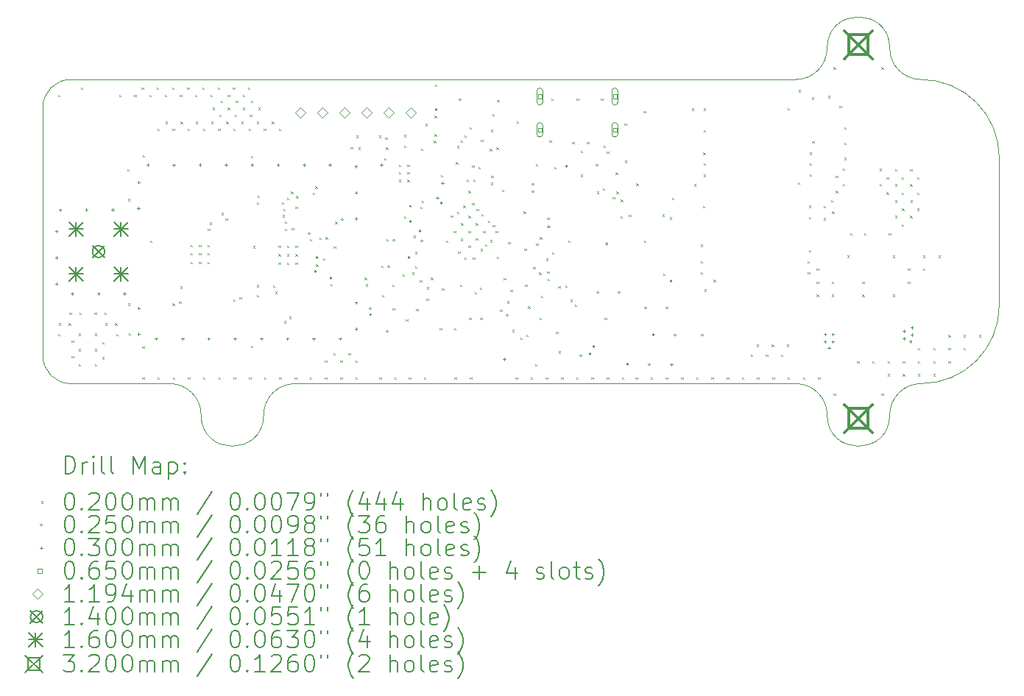
<source format=gbr>
%TF.GenerationSoftware,KiCad,Pcbnew,9.0.2+1*%
%TF.CreationDate,2025-08-16T02:22:32+01:00*%
%TF.ProjectId,OBC,4f42432e-6b69-4636-9164-5f7063625858,rev?*%
%TF.SameCoordinates,Original*%
%TF.FileFunction,Drillmap*%
%TF.FilePolarity,Positive*%
%FSLAX45Y45*%
G04 Gerber Fmt 4.5, Leading zero omitted, Abs format (unit mm)*
G04 Created by KiCad (PCBNEW 9.0.2+1) date 2025-08-16 02:22:32*
%MOMM*%
%LPD*%
G01*
G04 APERTURE LIST*
%ADD10C,0.050000*%
%ADD11C,0.200000*%
%ADD12C,0.100000*%
%ADD13C,0.119380*%
%ADD14C,0.140000*%
%ADD15C,0.160000*%
%ADD16C,0.320000*%
G04 APERTURE END LIST*
D10*
X20100000Y-8510000D02*
G75*
G02*
X19740000Y-8150000I0J360000D01*
G01*
X20100000Y-8510000D02*
G75*
G02*
X21000000Y-9410000I0J-900000D01*
G01*
X18660000Y-12010000D02*
G75*
G02*
X19020000Y-12370000I0J-360000D01*
G01*
X21000000Y-11110000D02*
G75*
G02*
X20100000Y-12010000I-900000J0D01*
G01*
X12540000Y-12370000D02*
G75*
G02*
X11820000Y-12370000I-360000J0D01*
G01*
X19020000Y-8150000D02*
G75*
G02*
X18660000Y-8510000I-360000J0D01*
G01*
X10320000Y-12010000D02*
X11460000Y-12010000D01*
X10320000Y-12010000D02*
G75*
G02*
X10000000Y-11690000I0J320000D01*
G01*
X21000000Y-9410000D02*
X21000000Y-11110000D01*
X12900000Y-12010000D02*
X18660000Y-12010000D01*
X19740000Y-12370000D02*
G75*
G02*
X20100000Y-12010000I360000J0D01*
G01*
X10000000Y-11690000D02*
X10000000Y-8830000D01*
X18660000Y-8510000D02*
X10320000Y-8510000D01*
X19020000Y-8150000D02*
G75*
G02*
X19740000Y-8150000I360000J0D01*
G01*
X12540000Y-12370000D02*
G75*
G02*
X12900000Y-12010000I360000J0D01*
G01*
X19740000Y-12370000D02*
G75*
G02*
X19020000Y-12370000I-360000J0D01*
G01*
X11460000Y-12010000D02*
G75*
G02*
X11820000Y-12370000I0J-360000D01*
G01*
X10000000Y-8830000D02*
G75*
G02*
X10320000Y-8510000I320000J0D01*
G01*
D11*
D12*
X10172513Y-11437487D02*
X10192513Y-11457487D01*
X10192513Y-11437487D02*
X10172513Y-11457487D01*
X10175000Y-8684347D02*
X10195000Y-8704347D01*
X10195000Y-8684347D02*
X10175000Y-8704347D01*
X10183119Y-11313744D02*
X10203119Y-11333744D01*
X10203119Y-11313744D02*
X10183119Y-11333744D01*
X10296256Y-11313744D02*
X10316256Y-11333744D01*
X10316256Y-11313744D02*
X10296256Y-11333744D01*
X10306863Y-11190000D02*
X10326863Y-11210000D01*
X10326863Y-11190000D02*
X10306863Y-11210000D01*
X10330000Y-11515000D02*
X10350000Y-11535000D01*
X10350000Y-11515000D02*
X10330000Y-11535000D01*
X10330000Y-11690000D02*
X10350000Y-11710000D01*
X10350000Y-11690000D02*
X10330000Y-11710000D01*
X10410000Y-11435000D02*
X10430000Y-11455000D01*
X10430000Y-11435000D02*
X10410000Y-11455000D01*
X10410000Y-11610000D02*
X10430000Y-11630000D01*
X10430000Y-11610000D02*
X10410000Y-11630000D01*
X10410000Y-11785000D02*
X10430000Y-11805000D01*
X10430000Y-11785000D02*
X10410000Y-11805000D01*
X10420000Y-11190000D02*
X10440000Y-11210000D01*
X10440000Y-11190000D02*
X10420000Y-11210000D01*
X10435000Y-8600000D02*
X10455000Y-8620000D01*
X10455000Y-8600000D02*
X10435000Y-8620000D01*
X10595000Y-11190000D02*
X10615000Y-11210000D01*
X10615000Y-11190000D02*
X10595000Y-11210000D01*
X10600000Y-11435000D02*
X10620000Y-11455000D01*
X10620000Y-11435000D02*
X10600000Y-11455000D01*
X10600000Y-11610000D02*
X10620000Y-11630000D01*
X10620000Y-11610000D02*
X10600000Y-11630000D01*
X10600000Y-11785000D02*
X10620000Y-11805000D01*
X10620000Y-11785000D02*
X10600000Y-11805000D01*
X10680000Y-11530000D02*
X10700000Y-11550000D01*
X10700000Y-11530000D02*
X10680000Y-11550000D01*
X10680000Y-11705000D02*
X10700000Y-11725000D01*
X10700000Y-11705000D02*
X10680000Y-11725000D01*
X10708137Y-11190000D02*
X10728137Y-11210000D01*
X10728137Y-11190000D02*
X10708137Y-11210000D01*
X10718744Y-11313744D02*
X10738744Y-11333744D01*
X10738744Y-11313744D02*
X10718744Y-11333744D01*
X10831881Y-11313744D02*
X10851881Y-11333744D01*
X10851881Y-11313744D02*
X10831881Y-11333744D01*
X10842487Y-11437487D02*
X10862487Y-11457487D01*
X10862487Y-11437487D02*
X10842487Y-11457487D01*
X10875000Y-8684347D02*
X10895000Y-8704347D01*
X10895000Y-8684347D02*
X10875000Y-8704347D01*
X10970000Y-9540000D02*
X10990000Y-9560000D01*
X10990000Y-9540000D02*
X10970000Y-9560000D01*
X10980000Y-9885000D02*
X11000000Y-9905000D01*
X11000000Y-9885000D02*
X10980000Y-9905000D01*
X10980000Y-11087500D02*
X11000000Y-11107500D01*
X11000000Y-11087500D02*
X10980000Y-11107500D01*
X10985000Y-11430000D02*
X11005000Y-11450000D01*
X11005000Y-11430000D02*
X10985000Y-11450000D01*
X11050000Y-8684347D02*
X11070000Y-8704347D01*
X11070000Y-8684347D02*
X11050000Y-8704347D01*
X11135000Y-8600000D02*
X11155000Y-8620000D01*
X11155000Y-8600000D02*
X11135000Y-8620000D01*
X11145000Y-11580000D02*
X11165000Y-11600000D01*
X11165000Y-11580000D02*
X11145000Y-11600000D01*
X11145000Y-11935000D02*
X11165000Y-11955000D01*
X11165000Y-11935000D02*
X11145000Y-11955000D01*
X11146565Y-9380000D02*
X11166565Y-9400000D01*
X11166565Y-9380000D02*
X11146565Y-9400000D01*
X11225000Y-8684347D02*
X11245000Y-8704347D01*
X11245000Y-8684347D02*
X11225000Y-8704347D01*
X11230633Y-10364700D02*
X11250633Y-10384700D01*
X11250633Y-10364700D02*
X11230633Y-10384700D01*
X11310000Y-8600000D02*
X11330000Y-8620000D01*
X11330000Y-8600000D02*
X11310000Y-8620000D01*
X11315000Y-9075000D02*
X11335000Y-9095000D01*
X11335000Y-9075000D02*
X11315000Y-9095000D01*
X11320000Y-11935000D02*
X11340000Y-11955000D01*
X11340000Y-11935000D02*
X11320000Y-11955000D01*
X11400000Y-8684347D02*
X11420000Y-8704347D01*
X11420000Y-8684347D02*
X11400000Y-8704347D01*
X11410000Y-8995000D02*
X11430000Y-9015000D01*
X11430000Y-8995000D02*
X11410000Y-9015000D01*
X11485000Y-8600000D02*
X11505000Y-8620000D01*
X11505000Y-8600000D02*
X11485000Y-8620000D01*
X11490000Y-9075000D02*
X11510000Y-9095000D01*
X11510000Y-9075000D02*
X11490000Y-9095000D01*
X11492308Y-11086621D02*
X11512308Y-11106621D01*
X11512308Y-11086621D02*
X11492308Y-11106621D01*
X11495000Y-11935000D02*
X11515000Y-11955000D01*
X11515000Y-11935000D02*
X11495000Y-11955000D01*
X11567417Y-11064000D02*
X11587417Y-11084000D01*
X11587417Y-11064000D02*
X11567417Y-11084000D01*
X11575000Y-8684347D02*
X11595000Y-8704347D01*
X11595000Y-8684347D02*
X11575000Y-8704347D01*
X11578117Y-10891850D02*
X11598117Y-10911850D01*
X11598117Y-10891850D02*
X11578117Y-10911850D01*
X11585000Y-8995000D02*
X11605000Y-9015000D01*
X11605000Y-8995000D02*
X11585000Y-9015000D01*
X11660000Y-8600000D02*
X11680000Y-8620000D01*
X11680000Y-8600000D02*
X11660000Y-8620000D01*
X11665000Y-9075000D02*
X11685000Y-9095000D01*
X11685000Y-9075000D02*
X11665000Y-9095000D01*
X11670000Y-11935000D02*
X11690000Y-11955000D01*
X11690000Y-11935000D02*
X11670000Y-11955000D01*
X11697386Y-10411752D02*
X11717386Y-10431752D01*
X11717386Y-10411752D02*
X11697386Y-10431752D01*
X11697386Y-10508624D02*
X11717386Y-10528624D01*
X11717386Y-10508624D02*
X11697386Y-10528624D01*
X11697386Y-10605496D02*
X11717386Y-10625496D01*
X11717386Y-10605496D02*
X11697386Y-10625496D01*
X11750000Y-8685000D02*
X11770000Y-8705000D01*
X11770000Y-8685000D02*
X11750000Y-8705000D01*
X11760000Y-8995000D02*
X11780000Y-9015000D01*
X11780000Y-8995000D02*
X11760000Y-9015000D01*
X11794902Y-10411752D02*
X11814902Y-10431752D01*
X11814902Y-10411752D02*
X11794902Y-10431752D01*
X11794902Y-10508624D02*
X11814902Y-10528624D01*
X11814902Y-10508624D02*
X11794902Y-10528624D01*
X11794902Y-10605496D02*
X11814902Y-10625496D01*
X11814902Y-10605496D02*
X11794902Y-10625496D01*
X11835000Y-8600000D02*
X11855000Y-8620000D01*
X11855000Y-8600000D02*
X11835000Y-8620000D01*
X11840000Y-9075000D02*
X11860000Y-9095000D01*
X11860000Y-9075000D02*
X11840000Y-9095000D01*
X11845000Y-11935000D02*
X11865000Y-11955000D01*
X11865000Y-11935000D02*
X11845000Y-11955000D01*
X11892417Y-10508624D02*
X11912417Y-10528624D01*
X11912417Y-10508624D02*
X11892417Y-10528624D01*
X11892417Y-10411752D02*
X11912417Y-10431752D01*
X11912417Y-10411752D02*
X11892417Y-10431752D01*
X11892417Y-10605496D02*
X11912417Y-10625496D01*
X11912417Y-10605496D02*
X11892417Y-10625496D01*
X11897417Y-10229000D02*
X11917417Y-10249000D01*
X11917417Y-10229000D02*
X11897417Y-10249000D01*
X11920000Y-10155000D02*
X11940000Y-10175000D01*
X11940000Y-10155000D02*
X11920000Y-10175000D01*
X11925000Y-8685000D02*
X11945000Y-8705000D01*
X11945000Y-8685000D02*
X11925000Y-8705000D01*
X11935000Y-8995000D02*
X11955000Y-9015000D01*
X11955000Y-8995000D02*
X11935000Y-9015000D01*
X11950000Y-8835000D02*
X11970000Y-8855000D01*
X11970000Y-8835000D02*
X11950000Y-8855000D01*
X12010000Y-8600000D02*
X12030000Y-8620000D01*
X12030000Y-8600000D02*
X12010000Y-8620000D01*
X12015000Y-9075000D02*
X12035000Y-9095000D01*
X12035000Y-9075000D02*
X12015000Y-9095000D01*
X12020000Y-11935000D02*
X12040000Y-11955000D01*
X12040000Y-11935000D02*
X12020000Y-11955000D01*
X12030000Y-8915000D02*
X12050000Y-8935000D01*
X12050000Y-8915000D02*
X12030000Y-8935000D01*
X12045000Y-8755000D02*
X12065000Y-8775000D01*
X12065000Y-8755000D02*
X12045000Y-8775000D01*
X12055000Y-10045000D02*
X12075000Y-10065000D01*
X12075000Y-10045000D02*
X12055000Y-10065000D01*
X12101526Y-10108109D02*
X12121526Y-10128109D01*
X12121526Y-10108109D02*
X12101526Y-10128109D01*
X12110000Y-8995000D02*
X12130000Y-9015000D01*
X12130000Y-8995000D02*
X12110000Y-9015000D01*
X12125000Y-8685000D02*
X12145000Y-8705000D01*
X12145000Y-8685000D02*
X12125000Y-8705000D01*
X12125000Y-8835000D02*
X12145000Y-8855000D01*
X12145000Y-8835000D02*
X12125000Y-8855000D01*
X12185000Y-8600000D02*
X12205000Y-8620000D01*
X12205000Y-8600000D02*
X12185000Y-8620000D01*
X12190000Y-9075000D02*
X12210000Y-9095000D01*
X12210000Y-9075000D02*
X12190000Y-9095000D01*
X12190000Y-11040000D02*
X12210000Y-11060000D01*
X12210000Y-11040000D02*
X12190000Y-11060000D01*
X12195000Y-11935000D02*
X12215000Y-11955000D01*
X12215000Y-11935000D02*
X12195000Y-11955000D01*
X12205000Y-8915000D02*
X12225000Y-8935000D01*
X12225000Y-8915000D02*
X12205000Y-8935000D01*
X12220000Y-8755000D02*
X12240000Y-8775000D01*
X12240000Y-8755000D02*
X12220000Y-8775000D01*
X12262417Y-11014000D02*
X12282417Y-11034000D01*
X12282417Y-11014000D02*
X12262417Y-11034000D01*
X12285000Y-8995000D02*
X12305000Y-9015000D01*
X12305000Y-8995000D02*
X12285000Y-9015000D01*
X12300000Y-8685000D02*
X12320000Y-8705000D01*
X12320000Y-8685000D02*
X12300000Y-8705000D01*
X12300000Y-8835000D02*
X12320000Y-8855000D01*
X12320000Y-8835000D02*
X12300000Y-8855000D01*
X12360000Y-8600000D02*
X12380000Y-8620000D01*
X12380000Y-8600000D02*
X12360000Y-8620000D01*
X12365000Y-9075000D02*
X12385000Y-9095000D01*
X12385000Y-9075000D02*
X12365000Y-9095000D01*
X12370000Y-11935000D02*
X12390000Y-11955000D01*
X12390000Y-11935000D02*
X12370000Y-11955000D01*
X12380000Y-8915000D02*
X12400000Y-8935000D01*
X12400000Y-8915000D02*
X12380000Y-8935000D01*
X12395000Y-8755000D02*
X12415000Y-8775000D01*
X12415000Y-8755000D02*
X12395000Y-8775000D01*
X12395000Y-9390000D02*
X12415000Y-9410000D01*
X12415000Y-9390000D02*
X12395000Y-9410000D01*
X12395000Y-11575000D02*
X12415000Y-11595000D01*
X12415000Y-11575000D02*
X12395000Y-11595000D01*
X12420000Y-10425000D02*
X12440000Y-10445000D01*
X12440000Y-10425000D02*
X12420000Y-10445000D01*
X12458086Y-10873324D02*
X12478086Y-10893324D01*
X12478086Y-10873324D02*
X12458086Y-10893324D01*
X12458086Y-10990000D02*
X12478086Y-11010000D01*
X12478086Y-10990000D02*
X12458086Y-11010000D01*
X12460000Y-8995000D02*
X12480000Y-9015000D01*
X12480000Y-8995000D02*
X12460000Y-9015000D01*
X12462417Y-9924000D02*
X12482417Y-9944000D01*
X12482417Y-9924000D02*
X12462417Y-9944000D01*
X12466601Y-9845141D02*
X12486601Y-9865141D01*
X12486601Y-9845141D02*
X12466601Y-9865141D01*
X12475000Y-8835000D02*
X12495000Y-8855000D01*
X12495000Y-8835000D02*
X12475000Y-8855000D01*
X12540000Y-9075000D02*
X12560000Y-9095000D01*
X12560000Y-9075000D02*
X12540000Y-9095000D01*
X12545000Y-11935000D02*
X12565000Y-11955000D01*
X12565000Y-11935000D02*
X12545000Y-11955000D01*
X12635000Y-8995000D02*
X12655000Y-9015000D01*
X12655000Y-8995000D02*
X12635000Y-9015000D01*
X12646423Y-10876423D02*
X12666423Y-10896423D01*
X12666423Y-10876423D02*
X12646423Y-10896423D01*
X12670498Y-10949891D02*
X12690498Y-10969891D01*
X12690498Y-10949891D02*
X12670498Y-10969891D01*
X12709229Y-10421370D02*
X12729229Y-10441370D01*
X12729229Y-10421370D02*
X12709229Y-10441370D01*
X12709229Y-10518242D02*
X12729229Y-10538242D01*
X12729229Y-10518242D02*
X12709229Y-10538242D01*
X12709229Y-10615113D02*
X12729229Y-10635113D01*
X12729229Y-10615113D02*
X12709229Y-10635113D01*
X12715000Y-9075000D02*
X12735000Y-9095000D01*
X12735000Y-9075000D02*
X12715000Y-9095000D01*
X12720000Y-11935000D02*
X12740000Y-11955000D01*
X12740000Y-11935000D02*
X12720000Y-11955000D01*
X12747417Y-9924000D02*
X12767417Y-9944000D01*
X12767417Y-9924000D02*
X12747417Y-9944000D01*
X12755273Y-10071862D02*
X12775273Y-10091862D01*
X12775273Y-10071862D02*
X12755273Y-10091862D01*
X12766767Y-9997747D02*
X12786767Y-10017747D01*
X12786767Y-9997747D02*
X12766767Y-10017747D01*
X12773864Y-11290500D02*
X12793864Y-11310500D01*
X12793864Y-11290500D02*
X12773864Y-11310500D01*
X12782036Y-10229000D02*
X12802036Y-10249000D01*
X12802036Y-10229000D02*
X12782036Y-10249000D01*
X12784000Y-10143000D02*
X12804000Y-10163000D01*
X12804000Y-10143000D02*
X12784000Y-10163000D01*
X12805000Y-9870000D02*
X12825000Y-9890000D01*
X12825000Y-9870000D02*
X12805000Y-9890000D01*
X12806744Y-10421370D02*
X12826744Y-10441370D01*
X12826744Y-10421370D02*
X12806744Y-10441370D01*
X12806744Y-10518242D02*
X12826744Y-10538242D01*
X12826744Y-10518242D02*
X12806744Y-10538242D01*
X12806744Y-10615113D02*
X12826744Y-10635113D01*
X12826744Y-10615113D02*
X12806744Y-10635113D01*
X12832417Y-11239000D02*
X12852417Y-11259000D01*
X12852417Y-11239000D02*
X12832417Y-11259000D01*
X12853417Y-9800000D02*
X12873417Y-9820000D01*
X12873417Y-9800000D02*
X12853417Y-9820000D01*
X12862417Y-10217683D02*
X12882417Y-10237683D01*
X12882417Y-10217683D02*
X12862417Y-10237683D01*
X12895000Y-11935000D02*
X12915000Y-11955000D01*
X12915000Y-11935000D02*
X12895000Y-11955000D01*
X12904260Y-10518242D02*
X12924260Y-10538242D01*
X12924260Y-10518242D02*
X12904260Y-10538242D01*
X12904260Y-10615113D02*
X12924260Y-10635113D01*
X12924260Y-10615113D02*
X12904260Y-10635113D01*
X12904260Y-10421370D02*
X12924260Y-10441370D01*
X12924260Y-10421370D02*
X12904260Y-10441370D01*
X12904917Y-9973900D02*
X12924917Y-9993900D01*
X12924917Y-9973900D02*
X12904917Y-9993900D01*
X12912117Y-9851500D02*
X12932117Y-9871500D01*
X12932117Y-9851500D02*
X12912117Y-9871500D01*
X13069026Y-10346597D02*
X13089026Y-10366597D01*
X13089026Y-10346597D02*
X13069026Y-10366597D01*
X13070000Y-11935000D02*
X13090000Y-11955000D01*
X13090000Y-11935000D02*
X13070000Y-11955000D01*
X13105152Y-9810000D02*
X13125152Y-9830000D01*
X13125152Y-9810000D02*
X13105152Y-9830000D01*
X13132417Y-9739000D02*
X13152417Y-9759000D01*
X13152417Y-9739000D02*
X13132417Y-9759000D01*
X13142417Y-10639000D02*
X13162417Y-10659000D01*
X13162417Y-10639000D02*
X13142417Y-10659000D01*
X13177606Y-10331168D02*
X13197606Y-10351168D01*
X13197606Y-10331168D02*
X13177606Y-10351168D01*
X13222417Y-10564824D02*
X13242417Y-10584824D01*
X13242417Y-10564824D02*
X13222417Y-10584824D01*
X13245000Y-11740000D02*
X13265000Y-11760000D01*
X13265000Y-11740000D02*
X13245000Y-11760000D01*
X13245000Y-11935000D02*
X13265000Y-11955000D01*
X13265000Y-11935000D02*
X13245000Y-11955000D01*
X13252417Y-10325850D02*
X13272417Y-10345850D01*
X13272417Y-10325850D02*
X13252417Y-10345850D01*
X13306001Y-10862584D02*
X13326001Y-10882584D01*
X13326001Y-10862584D02*
X13306001Y-10882584D01*
X13340000Y-11660000D02*
X13360000Y-11680000D01*
X13360000Y-11660000D02*
X13340000Y-11680000D01*
X13346417Y-10430000D02*
X13366417Y-10450000D01*
X13366417Y-10430000D02*
X13346417Y-10450000D01*
X13361333Y-10145084D02*
X13381333Y-10165084D01*
X13381333Y-10145084D02*
X13361333Y-10165084D01*
X13420000Y-11740000D02*
X13440000Y-11760000D01*
X13440000Y-11740000D02*
X13420000Y-11760000D01*
X13420000Y-11935000D02*
X13440000Y-11955000D01*
X13440000Y-11935000D02*
X13420000Y-11955000D01*
X13515000Y-11660000D02*
X13535000Y-11680000D01*
X13535000Y-11660000D02*
X13515000Y-11680000D01*
X13540000Y-9285000D02*
X13560000Y-9305000D01*
X13560000Y-9285000D02*
X13540000Y-9305000D01*
X13595000Y-11740000D02*
X13615000Y-11760000D01*
X13615000Y-11740000D02*
X13595000Y-11760000D01*
X13595000Y-11935000D02*
X13615000Y-11955000D01*
X13615000Y-11935000D02*
X13595000Y-11955000D01*
X13605000Y-9155000D02*
X13625000Y-9175000D01*
X13625000Y-9155000D02*
X13605000Y-9175000D01*
X13630000Y-9290000D02*
X13650000Y-9310000D01*
X13650000Y-9290000D02*
X13630000Y-9310000D01*
X13701680Y-10789756D02*
X13721680Y-10809756D01*
X13721680Y-10789756D02*
X13701680Y-10809756D01*
X13711776Y-10865613D02*
X13731776Y-10885613D01*
X13731776Y-10865613D02*
X13711776Y-10885613D01*
X13865000Y-9155000D02*
X13885000Y-9175000D01*
X13885000Y-9155000D02*
X13865000Y-9175000D01*
X13870000Y-11940000D02*
X13890000Y-11960000D01*
X13890000Y-11940000D02*
X13870000Y-11960000D01*
X13891676Y-10650211D02*
X13911676Y-10670211D01*
X13911676Y-10650211D02*
X13891676Y-10670211D01*
X13898044Y-10987941D02*
X13918044Y-11007941D01*
X13918044Y-10987941D02*
X13898044Y-11007941D01*
X13923609Y-9412030D02*
X13943609Y-9432030D01*
X13943609Y-9412030D02*
X13923609Y-9432030D01*
X13936575Y-9177407D02*
X13956575Y-9197407D01*
X13956575Y-9177407D02*
X13936575Y-9197407D01*
X13945000Y-9290000D02*
X13965000Y-9310000D01*
X13965000Y-9290000D02*
X13945000Y-9310000D01*
X13952500Y-10347500D02*
X13972500Y-10367500D01*
X13972500Y-10347500D02*
X13952500Y-10367500D01*
X14020000Y-10868970D02*
X14040000Y-10888970D01*
X14040000Y-10868970D02*
X14020000Y-10888970D01*
X14024000Y-11140000D02*
X14044000Y-11160000D01*
X14044000Y-11140000D02*
X14024000Y-11160000D01*
X14045000Y-11940000D02*
X14065000Y-11960000D01*
X14065000Y-11940000D02*
X14045000Y-11960000D01*
X14096417Y-9490000D02*
X14116417Y-9510000D01*
X14116417Y-9490000D02*
X14096417Y-9510000D01*
X14096417Y-9577500D02*
X14116417Y-9597500D01*
X14116417Y-9577500D02*
X14096417Y-9597500D01*
X14096417Y-9665000D02*
X14116417Y-9685000D01*
X14116417Y-9665000D02*
X14096417Y-9685000D01*
X14135985Y-10750000D02*
X14155985Y-10770000D01*
X14155985Y-10750000D02*
X14135985Y-10770000D01*
X14154417Y-9148520D02*
X14174417Y-9168520D01*
X14174417Y-9148520D02*
X14154417Y-9168520D01*
X14154417Y-9268520D02*
X14174417Y-9288520D01*
X14174417Y-9268520D02*
X14154417Y-9288520D01*
X14155000Y-10085000D02*
X14175000Y-10105000D01*
X14175000Y-10085000D02*
X14155000Y-10105000D01*
X14175029Y-11268970D02*
X14195029Y-11288970D01*
X14195029Y-11268970D02*
X14175029Y-11288970D01*
X14191417Y-9490000D02*
X14211417Y-9510000D01*
X14211417Y-9490000D02*
X14191417Y-9510000D01*
X14191417Y-9577500D02*
X14211417Y-9597500D01*
X14211417Y-9577500D02*
X14191417Y-9597500D01*
X14191417Y-9665000D02*
X14211417Y-9685000D01*
X14211417Y-9665000D02*
X14191417Y-9685000D01*
X14210000Y-11940000D02*
X14230000Y-11960000D01*
X14230000Y-11940000D02*
X14210000Y-11960000D01*
X14247000Y-10732000D02*
X14267000Y-10752000D01*
X14267000Y-10732000D02*
X14247000Y-10752000D01*
X14266000Y-10309000D02*
X14286000Y-10329000D01*
X14286000Y-10309000D02*
X14266000Y-10329000D01*
X14279741Y-10493324D02*
X14299741Y-10513324D01*
X14299741Y-10493324D02*
X14279741Y-10513324D01*
X14281000Y-10659000D02*
X14301000Y-10679000D01*
X14301000Y-10659000D02*
X14281000Y-10679000D01*
X14294000Y-11150000D02*
X14314000Y-11170000D01*
X14314000Y-11150000D02*
X14294000Y-11170000D01*
X14336000Y-10819000D02*
X14356000Y-10839000D01*
X14356000Y-10819000D02*
X14336000Y-10839000D01*
X14340000Y-9975000D02*
X14360000Y-9995000D01*
X14360000Y-9975000D02*
X14340000Y-9995000D01*
X14350000Y-9305000D02*
X14370000Y-9325000D01*
X14370000Y-9305000D02*
X14350000Y-9325000D01*
X14359230Y-9907693D02*
X14379230Y-9927693D01*
X14379230Y-9907693D02*
X14359230Y-9927693D01*
X14385000Y-11940000D02*
X14405000Y-11960000D01*
X14405000Y-11940000D02*
X14385000Y-11960000D01*
X14400000Y-9020000D02*
X14420000Y-9040000D01*
X14420000Y-9020000D02*
X14400000Y-9040000D01*
X14412970Y-11031030D02*
X14432970Y-11051030D01*
X14432970Y-11031030D02*
X14412970Y-11051030D01*
X14416000Y-10899000D02*
X14436000Y-10919000D01*
X14436000Y-10899000D02*
X14416000Y-10919000D01*
X14464000Y-10790000D02*
X14484000Y-10810000D01*
X14484000Y-10790000D02*
X14464000Y-10810000D01*
X14496617Y-9214357D02*
X14516617Y-9234357D01*
X14516617Y-9214357D02*
X14496617Y-9234357D01*
X14503794Y-8927659D02*
X14523794Y-8947659D01*
X14523794Y-8927659D02*
X14503794Y-8947659D01*
X14506417Y-9140000D02*
X14526417Y-9160000D01*
X14526417Y-9140000D02*
X14506417Y-9160000D01*
X14510000Y-8565000D02*
X14530000Y-8585000D01*
X14530000Y-8565000D02*
X14510000Y-8585000D01*
X14564000Y-11367840D02*
X14584000Y-11387840D01*
X14584000Y-11367840D02*
X14564000Y-11387840D01*
X14577333Y-9608084D02*
X14597333Y-9628084D01*
X14597333Y-9608084D02*
X14577333Y-9628084D01*
X14591000Y-10914000D02*
X14611000Y-10934000D01*
X14611000Y-10914000D02*
X14591000Y-10934000D01*
X14638000Y-10365000D02*
X14658000Y-10385000D01*
X14658000Y-10365000D02*
X14638000Y-10385000D01*
X14691029Y-10075196D02*
X14711029Y-10095196D01*
X14711029Y-10075196D02*
X14691029Y-10095196D01*
X14724000Y-10250000D02*
X14744000Y-10270000D01*
X14744000Y-10250000D02*
X14724000Y-10270000D01*
X14730000Y-11370000D02*
X14750000Y-11390000D01*
X14750000Y-11370000D02*
X14730000Y-11390000D01*
X14735000Y-11940000D02*
X14755000Y-11960000D01*
X14755000Y-11940000D02*
X14735000Y-11960000D01*
X14750000Y-9460000D02*
X14770000Y-9480000D01*
X14770000Y-9460000D02*
X14750000Y-9480000D01*
X14764448Y-9273723D02*
X14784448Y-9293723D01*
X14784448Y-9273723D02*
X14764448Y-9293723D01*
X14765000Y-10035000D02*
X14785000Y-10055000D01*
X14785000Y-10035000D02*
X14765000Y-10055000D01*
X14776000Y-10489000D02*
X14796000Y-10509000D01*
X14796000Y-10489000D02*
X14776000Y-10509000D01*
X14796000Y-10869000D02*
X14816000Y-10889000D01*
X14816000Y-10869000D02*
X14796000Y-10889000D01*
X14804000Y-9210000D02*
X14824000Y-9230000D01*
X14824000Y-9210000D02*
X14804000Y-9230000D01*
X14804000Y-10340000D02*
X14824000Y-10360000D01*
X14824000Y-10340000D02*
X14804000Y-10360000D01*
X14809000Y-10165000D02*
X14829000Y-10185000D01*
X14829000Y-10165000D02*
X14809000Y-10185000D01*
X14834000Y-9960000D02*
X14854000Y-9980000D01*
X14854000Y-9960000D02*
X14834000Y-9980000D01*
X14848412Y-9149564D02*
X14868412Y-9169564D01*
X14868412Y-9149564D02*
X14848412Y-9169564D01*
X14850000Y-10555000D02*
X14870000Y-10575000D01*
X14870000Y-10555000D02*
X14850000Y-10575000D01*
X14875850Y-9657994D02*
X14895850Y-9677994D01*
X14895850Y-9657994D02*
X14875850Y-9677994D01*
X14893661Y-9790000D02*
X14913661Y-9810000D01*
X14913661Y-9790000D02*
X14893661Y-9810000D01*
X14894000Y-10080000D02*
X14914000Y-10100000D01*
X14914000Y-10080000D02*
X14894000Y-10100000D01*
X14894000Y-10250000D02*
X14914000Y-10270000D01*
X14914000Y-10250000D02*
X14894000Y-10270000D01*
X14894000Y-10420000D02*
X14914000Y-10440000D01*
X14914000Y-10420000D02*
X14894000Y-10440000D01*
X14904206Y-11249970D02*
X14924206Y-11269970D01*
X14924206Y-11249970D02*
X14904206Y-11269970D01*
X14906929Y-9060297D02*
X14926929Y-9080297D01*
X14926929Y-9060297D02*
X14906929Y-9080297D01*
X14910000Y-11940000D02*
X14930000Y-11960000D01*
X14930000Y-11940000D02*
X14910000Y-11960000D01*
X14936054Y-9499548D02*
X14956054Y-9519548D01*
X14956054Y-9499548D02*
X14936054Y-9519548D01*
X14938000Y-9932000D02*
X14958000Y-9952000D01*
X14958000Y-9932000D02*
X14938000Y-9952000D01*
X14944000Y-10555000D02*
X14964000Y-10575000D01*
X14964000Y-10555000D02*
X14944000Y-10575000D01*
X14950823Y-9660000D02*
X14970823Y-9680000D01*
X14970823Y-9660000D02*
X14950823Y-9680000D01*
X14964000Y-10955000D02*
X14984000Y-10975000D01*
X14984000Y-10955000D02*
X14964000Y-10975000D01*
X14979000Y-10165000D02*
X14999000Y-10185000D01*
X14999000Y-10165000D02*
X14979000Y-10185000D01*
X14979000Y-10335000D02*
X14999000Y-10355000D01*
X14999000Y-10335000D02*
X14979000Y-10355000D01*
X14988500Y-10000000D02*
X15008500Y-10020000D01*
X15008500Y-10000000D02*
X14988500Y-10020000D01*
X15009293Y-9515707D02*
X15029293Y-9535707D01*
X15029293Y-9515707D02*
X15009293Y-9535707D01*
X15024000Y-10905000D02*
X15044000Y-10925000D01*
X15044000Y-10905000D02*
X15024000Y-10925000D01*
X15030008Y-11249970D02*
X15050008Y-11269970D01*
X15050008Y-11249970D02*
X15030008Y-11269970D01*
X15036000Y-10459000D02*
X15056000Y-10479000D01*
X15056000Y-10459000D02*
X15036000Y-10479000D01*
X15038515Y-9203515D02*
X15058515Y-9223515D01*
X15058515Y-9203515D02*
X15038515Y-9223515D01*
X15041000Y-10060000D02*
X15061000Y-10080000D01*
X15061000Y-10060000D02*
X15041000Y-10080000D01*
X15064000Y-10250000D02*
X15084000Y-10270000D01*
X15084000Y-10250000D02*
X15064000Y-10270000D01*
X15085827Y-10402944D02*
X15105827Y-10422944D01*
X15105827Y-10402944D02*
X15085827Y-10422944D01*
X15117000Y-10134000D02*
X15137000Y-10154000D01*
X15137000Y-10134000D02*
X15117000Y-10154000D01*
X15139015Y-9308461D02*
X15159015Y-9328461D01*
X15159015Y-9308461D02*
X15139015Y-9328461D01*
X15146037Y-10358192D02*
X15166037Y-10378192D01*
X15166037Y-10358192D02*
X15146037Y-10378192D01*
X15151000Y-9089000D02*
X15171000Y-9109000D01*
X15171000Y-9089000D02*
X15151000Y-9109000D01*
X15153499Y-9696416D02*
X15173499Y-9716416D01*
X15173499Y-9696416D02*
X15153499Y-9716416D01*
X15156417Y-9620000D02*
X15176417Y-9640000D01*
X15176417Y-9620000D02*
X15156417Y-9640000D01*
X15169000Y-8905000D02*
X15189000Y-8925000D01*
X15189000Y-8905000D02*
X15169000Y-8925000D01*
X15174375Y-10183769D02*
X15194375Y-10203769D01*
X15194375Y-10183769D02*
X15174375Y-10203769D01*
X15206869Y-10252500D02*
X15226869Y-10272500D01*
X15226869Y-10252500D02*
X15206869Y-10272500D01*
X15216417Y-9290000D02*
X15236417Y-9310000D01*
X15236417Y-9290000D02*
X15216417Y-9310000D01*
X15221000Y-10549000D02*
X15241000Y-10569000D01*
X15241000Y-10549000D02*
X15221000Y-10569000D01*
X15260000Y-11160000D02*
X15280000Y-11180000D01*
X15280000Y-11160000D02*
X15260000Y-11180000D01*
X15279239Y-9780000D02*
X15299239Y-9800000D01*
X15299239Y-9780000D02*
X15279239Y-9800000D01*
X15300000Y-10796000D02*
X15320000Y-10816000D01*
X15320000Y-10796000D02*
X15300000Y-10816000D01*
X15340000Y-11060000D02*
X15360000Y-11080000D01*
X15360000Y-11060000D02*
X15340000Y-11080000D01*
X15350243Y-10381439D02*
X15370243Y-10401439D01*
X15370243Y-10381439D02*
X15350243Y-10401439D01*
X15378000Y-10931500D02*
X15398000Y-10951500D01*
X15398000Y-10931500D02*
X15378000Y-10951500D01*
X15396417Y-11390000D02*
X15416417Y-11410000D01*
X15416417Y-11390000D02*
X15396417Y-11410000D01*
X15435000Y-11940000D02*
X15455000Y-11960000D01*
X15455000Y-11940000D02*
X15435000Y-11960000D01*
X15450000Y-8990000D02*
X15470000Y-9010000D01*
X15470000Y-8990000D02*
X15450000Y-9010000D01*
X15493663Y-11481825D02*
X15513663Y-11501825D01*
X15513663Y-11481825D02*
X15493663Y-11501825D01*
X15531018Y-10028134D02*
X15551018Y-10048134D01*
X15551018Y-10028134D02*
X15531018Y-10048134D01*
X15538323Y-10454677D02*
X15558323Y-10474677D01*
X15558323Y-10454677D02*
X15538323Y-10474677D01*
X15545000Y-10870000D02*
X15565000Y-10890000D01*
X15565000Y-10870000D02*
X15545000Y-10890000D01*
X15559000Y-11445000D02*
X15579000Y-11465000D01*
X15579000Y-11445000D02*
X15559000Y-11465000D01*
X15579119Y-11120881D02*
X15599119Y-11140881D01*
X15599119Y-11120881D02*
X15579119Y-11140881D01*
X15610000Y-11940000D02*
X15630000Y-11960000D01*
X15630000Y-11940000D02*
X15610000Y-11960000D01*
X15640000Y-10670000D02*
X15660000Y-10690000D01*
X15660000Y-10670000D02*
X15640000Y-10690000D01*
X15659000Y-11785000D02*
X15679000Y-11805000D01*
X15679000Y-11785000D02*
X15659000Y-11805000D01*
X15671417Y-9480000D02*
X15691417Y-9500000D01*
X15691417Y-9480000D02*
X15671417Y-9500000D01*
X15674066Y-10396629D02*
X15694066Y-10416629D01*
X15694066Y-10396629D02*
X15674066Y-10416629D01*
X15706417Y-10730000D02*
X15726417Y-10750000D01*
X15726417Y-10730000D02*
X15706417Y-10750000D01*
X15710000Y-11250000D02*
X15730000Y-11270000D01*
X15730000Y-11250000D02*
X15710000Y-11270000D01*
X15715000Y-10325000D02*
X15735000Y-10345000D01*
X15735000Y-10325000D02*
X15715000Y-10345000D01*
X15726089Y-10999911D02*
X15746089Y-11019911D01*
X15746089Y-10999911D02*
X15726089Y-11019911D01*
X15785000Y-11940000D02*
X15805000Y-11960000D01*
X15805000Y-11940000D02*
X15785000Y-11960000D01*
X15790000Y-10570000D02*
X15810000Y-10590000D01*
X15810000Y-10570000D02*
X15790000Y-10590000D01*
X15799645Y-10102515D02*
X15819645Y-10122515D01*
X15819645Y-10102515D02*
X15799645Y-10122515D01*
X15800000Y-10720000D02*
X15820000Y-10740000D01*
X15820000Y-10720000D02*
X15800000Y-10740000D01*
X15805000Y-10805000D02*
X15825000Y-10825000D01*
X15825000Y-10805000D02*
X15805000Y-10825000D01*
X15827342Y-9209075D02*
X15847342Y-9229075D01*
X15847342Y-9209075D02*
X15827342Y-9229075D01*
X15845000Y-8730000D02*
X15865000Y-8750000D01*
X15865000Y-8730000D02*
X15845000Y-8750000D01*
X15856417Y-10500000D02*
X15876417Y-10520000D01*
X15876417Y-10500000D02*
X15856417Y-10520000D01*
X15881917Y-9517500D02*
X15901917Y-9537500D01*
X15901917Y-9517500D02*
X15881917Y-9537500D01*
X15901000Y-11414000D02*
X15921000Y-11434000D01*
X15921000Y-11414000D02*
X15901000Y-11434000D01*
X15926417Y-10890000D02*
X15946417Y-10910000D01*
X15946417Y-10890000D02*
X15926417Y-10910000D01*
X15931000Y-11636000D02*
X15951000Y-11656000D01*
X15951000Y-11636000D02*
X15931000Y-11656000D01*
X15960000Y-11940000D02*
X15980000Y-11960000D01*
X15980000Y-11940000D02*
X15960000Y-11960000D01*
X16010000Y-10880000D02*
X16030000Y-10900000D01*
X16030000Y-10880000D02*
X16010000Y-10900000D01*
X16040000Y-10365000D02*
X16060000Y-10385000D01*
X16060000Y-10365000D02*
X16040000Y-10385000D01*
X16064870Y-11044129D02*
X16084870Y-11064129D01*
X16084870Y-11044129D02*
X16064870Y-11064129D01*
X16088417Y-9229000D02*
X16108417Y-9249000D01*
X16108417Y-9229000D02*
X16088417Y-9249000D01*
X16116000Y-11099000D02*
X16136000Y-11119000D01*
X16136000Y-11099000D02*
X16116000Y-11119000D01*
X16135000Y-11940000D02*
X16155000Y-11960000D01*
X16155000Y-11940000D02*
X16135000Y-11960000D01*
X16140000Y-8730000D02*
X16160000Y-8750000D01*
X16160000Y-8730000D02*
X16140000Y-8750000D01*
X16187417Y-9330000D02*
X16207417Y-9350000D01*
X16207417Y-9330000D02*
X16187417Y-9350000D01*
X16187417Y-9605000D02*
X16207417Y-9625000D01*
X16207417Y-9605000D02*
X16187417Y-9625000D01*
X16258417Y-9229000D02*
X16278417Y-9249000D01*
X16278417Y-9229000D02*
X16258417Y-9249000D01*
X16310000Y-11940000D02*
X16330000Y-11960000D01*
X16330000Y-11940000D02*
X16310000Y-11960000D01*
X16370000Y-9800000D02*
X16390000Y-9820000D01*
X16390000Y-9800000D02*
X16370000Y-9820000D01*
X16420000Y-8730000D02*
X16440000Y-8750000D01*
X16440000Y-8730000D02*
X16420000Y-8750000D01*
X16437526Y-9761109D02*
X16457526Y-9781109D01*
X16457526Y-9761109D02*
X16437526Y-9781109D01*
X16447284Y-9271734D02*
X16467284Y-9291734D01*
X16467284Y-9271734D02*
X16447284Y-9291734D01*
X16460000Y-11250000D02*
X16480000Y-11270000D01*
X16480000Y-11250000D02*
X16460000Y-11270000D01*
X16484817Y-9336619D02*
X16504817Y-9356619D01*
X16504817Y-9336619D02*
X16484817Y-9356619D01*
X16485000Y-11940000D02*
X16505000Y-11960000D01*
X16505000Y-11940000D02*
X16485000Y-11960000D01*
X16555110Y-9862600D02*
X16575110Y-9882600D01*
X16575110Y-9862600D02*
X16555110Y-9882600D01*
X16586417Y-9580000D02*
X16606417Y-9600000D01*
X16606417Y-9580000D02*
X16586417Y-9600000D01*
X16596417Y-9800000D02*
X16616417Y-9820000D01*
X16616417Y-9800000D02*
X16596417Y-9820000D01*
X16645617Y-10080650D02*
X16665617Y-10100650D01*
X16665617Y-10080650D02*
X16645617Y-10100650D01*
X16646417Y-9891950D02*
X16666417Y-9911950D01*
X16666417Y-9891950D02*
X16646417Y-9911950D01*
X16660000Y-11940000D02*
X16680000Y-11960000D01*
X16680000Y-11940000D02*
X16660000Y-11960000D01*
X16690000Y-9015000D02*
X16710000Y-9035000D01*
X16710000Y-9015000D02*
X16690000Y-9035000D01*
X16695000Y-9445000D02*
X16715000Y-9465000D01*
X16715000Y-9445000D02*
X16695000Y-9465000D01*
X16740000Y-10065000D02*
X16760000Y-10085000D01*
X16760000Y-10065000D02*
X16740000Y-10085000D01*
X16815000Y-11940000D02*
X16835000Y-11960000D01*
X16835000Y-11940000D02*
X16815000Y-11960000D01*
X16825000Y-9705000D02*
X16845000Y-9725000D01*
X16845000Y-9705000D02*
X16825000Y-9725000D01*
X16910000Y-8875000D02*
X16930000Y-8895000D01*
X16930000Y-8875000D02*
X16910000Y-8895000D01*
X16915000Y-10365000D02*
X16935000Y-10385000D01*
X16935000Y-10365000D02*
X16915000Y-10385000D01*
X16990000Y-11940000D02*
X17010000Y-11960000D01*
X17010000Y-11940000D02*
X16990000Y-11960000D01*
X17126256Y-10061077D02*
X17146256Y-10081077D01*
X17146256Y-10061077D02*
X17126256Y-10081077D01*
X17132378Y-10744756D02*
X17152378Y-10764756D01*
X17152378Y-10744756D02*
X17132378Y-10764756D01*
X17165000Y-11940000D02*
X17185000Y-11960000D01*
X17185000Y-11940000D02*
X17165000Y-11960000D01*
X17208856Y-10095292D02*
X17228856Y-10115292D01*
X17228856Y-10095292D02*
X17208856Y-10115292D01*
X17236680Y-9869737D02*
X17256680Y-9889737D01*
X17256680Y-9869737D02*
X17236680Y-9889737D01*
X17340000Y-11940000D02*
X17360000Y-11960000D01*
X17360000Y-11940000D02*
X17340000Y-11960000D01*
X17465000Y-8841500D02*
X17485000Y-8861500D01*
X17485000Y-8841500D02*
X17465000Y-8861500D01*
X17490000Y-9715000D02*
X17510000Y-9735000D01*
X17510000Y-9715000D02*
X17490000Y-9735000D01*
X17515000Y-11940000D02*
X17535000Y-11960000D01*
X17535000Y-11940000D02*
X17515000Y-11960000D01*
X17565000Y-10410000D02*
X17585000Y-10430000D01*
X17585000Y-10410000D02*
X17565000Y-10430000D01*
X17566418Y-10600000D02*
X17586418Y-10620000D01*
X17586418Y-10600000D02*
X17566418Y-10620000D01*
X17566680Y-10724756D02*
X17586680Y-10744756D01*
X17586680Y-10724756D02*
X17566680Y-10744756D01*
X17570000Y-11440000D02*
X17590000Y-11460000D01*
X17590000Y-11440000D02*
X17570000Y-11460000D01*
X17590000Y-9962500D02*
X17610000Y-9982500D01*
X17610000Y-9962500D02*
X17590000Y-9982500D01*
X17596418Y-9350000D02*
X17616418Y-9370000D01*
X17616418Y-9350000D02*
X17596418Y-9370000D01*
X17600000Y-8841500D02*
X17620000Y-8861500D01*
X17620000Y-8841500D02*
X17600000Y-8861500D01*
X17601418Y-9095000D02*
X17621418Y-9115000D01*
X17621418Y-9095000D02*
X17601418Y-9115000D01*
X17601418Y-9475000D02*
X17621418Y-9495000D01*
X17621418Y-9475000D02*
X17601418Y-9495000D01*
X17601418Y-9605000D02*
X17621418Y-9625000D01*
X17621418Y-9605000D02*
X17601418Y-9625000D01*
X17606680Y-10924756D02*
X17626680Y-10944756D01*
X17626680Y-10924756D02*
X17606680Y-10944756D01*
X17690000Y-11940000D02*
X17710000Y-11960000D01*
X17710000Y-11940000D02*
X17690000Y-11960000D01*
X17715000Y-10815000D02*
X17735000Y-10835000D01*
X17735000Y-10815000D02*
X17715000Y-10835000D01*
X17865000Y-11940000D02*
X17885000Y-11960000D01*
X17885000Y-11940000D02*
X17865000Y-11960000D01*
X18040000Y-11940000D02*
X18060000Y-11960000D01*
X18060000Y-11940000D02*
X18040000Y-11960000D01*
X18140000Y-11675000D02*
X18160000Y-11695000D01*
X18160000Y-11675000D02*
X18140000Y-11695000D01*
X18208293Y-11560000D02*
X18228293Y-11580000D01*
X18228293Y-11560000D02*
X18208293Y-11580000D01*
X18215000Y-11940000D02*
X18235000Y-11960000D01*
X18235000Y-11940000D02*
X18215000Y-11960000D01*
X18315000Y-11675000D02*
X18335000Y-11695000D01*
X18335000Y-11675000D02*
X18315000Y-11695000D01*
X18383293Y-11560000D02*
X18403293Y-11580000D01*
X18403293Y-11560000D02*
X18383293Y-11580000D01*
X18390000Y-11940000D02*
X18410000Y-11960000D01*
X18410000Y-11940000D02*
X18390000Y-11960000D01*
X18490000Y-11675000D02*
X18510000Y-11695000D01*
X18510000Y-11675000D02*
X18490000Y-11695000D01*
X18558293Y-11560000D02*
X18578293Y-11580000D01*
X18578293Y-11560000D02*
X18558293Y-11580000D01*
X18565000Y-8840000D02*
X18585000Y-8860000D01*
X18585000Y-8840000D02*
X18565000Y-8860000D01*
X18565000Y-11940000D02*
X18585000Y-11960000D01*
X18585000Y-11940000D02*
X18565000Y-11960000D01*
X18685000Y-9695000D02*
X18705000Y-9715000D01*
X18705000Y-9695000D02*
X18685000Y-9715000D01*
X18690000Y-8630000D02*
X18710000Y-8650000D01*
X18710000Y-8630000D02*
X18690000Y-8650000D01*
X18740000Y-11940000D02*
X18760000Y-11960000D01*
X18760000Y-11940000D02*
X18740000Y-11960000D01*
X18796019Y-10597399D02*
X18816019Y-10617399D01*
X18816019Y-10597399D02*
X18796019Y-10617399D01*
X18796680Y-10726000D02*
X18816680Y-10746000D01*
X18816680Y-10726000D02*
X18796680Y-10746000D01*
X18810000Y-9960000D02*
X18830000Y-9980000D01*
X18830000Y-9960000D02*
X18810000Y-9980000D01*
X18810000Y-10090000D02*
X18830000Y-10110000D01*
X18830000Y-10090000D02*
X18810000Y-10110000D01*
X18810000Y-10471000D02*
X18830000Y-10491000D01*
X18830000Y-10471000D02*
X18810000Y-10491000D01*
X18820000Y-9350000D02*
X18840000Y-9370000D01*
X18840000Y-9350000D02*
X18820000Y-9370000D01*
X18820000Y-9475000D02*
X18840000Y-9495000D01*
X18840000Y-9475000D02*
X18820000Y-9495000D01*
X18820000Y-9600000D02*
X18840000Y-9620000D01*
X18840000Y-9600000D02*
X18820000Y-9620000D01*
X18846418Y-8715000D02*
X18866418Y-8735000D01*
X18866418Y-8715000D02*
X18846418Y-8735000D01*
X18850000Y-9220000D02*
X18870000Y-9240000D01*
X18870000Y-9220000D02*
X18850000Y-9240000D01*
X18900000Y-10685000D02*
X18920000Y-10705000D01*
X18920000Y-10685000D02*
X18900000Y-10705000D01*
X18900000Y-10835000D02*
X18920000Y-10855000D01*
X18920000Y-10835000D02*
X18900000Y-10855000D01*
X18900000Y-10985000D02*
X18920000Y-11005000D01*
X18920000Y-10985000D02*
X18900000Y-11005000D01*
X18915000Y-11940000D02*
X18935000Y-11960000D01*
X18935000Y-11940000D02*
X18915000Y-11960000D01*
X18981680Y-9964756D02*
X19001680Y-9984756D01*
X19001680Y-9964756D02*
X18981680Y-9984756D01*
X18981680Y-10104756D02*
X19001680Y-10124756D01*
X19001680Y-10104756D02*
X18981680Y-10124756D01*
X19028418Y-8700000D02*
X19048418Y-8720000D01*
X19048418Y-8700000D02*
X19028418Y-8720000D01*
X19065000Y-9895000D02*
X19085000Y-9915000D01*
X19085000Y-9895000D02*
X19065000Y-9915000D01*
X19075000Y-10835000D02*
X19095000Y-10855000D01*
X19095000Y-10835000D02*
X19075000Y-10855000D01*
X19075000Y-10985000D02*
X19095000Y-11005000D01*
X19095000Y-10985000D02*
X19075000Y-11005000D01*
X19076256Y-10027273D02*
X19096256Y-10047273D01*
X19096256Y-10027273D02*
X19076256Y-10047273D01*
X19095000Y-8370000D02*
X19115000Y-8390000D01*
X19115000Y-8370000D02*
X19095000Y-8390000D01*
X19095000Y-12125000D02*
X19115000Y-12145000D01*
X19115000Y-12125000D02*
X19095000Y-12145000D01*
X19120000Y-9615000D02*
X19140000Y-9635000D01*
X19140000Y-9615000D02*
X19120000Y-9635000D01*
X19120000Y-9790000D02*
X19140000Y-9810000D01*
X19140000Y-9790000D02*
X19120000Y-9810000D01*
X19162500Y-8812500D02*
X19182500Y-8832500D01*
X19182500Y-8812500D02*
X19162500Y-8832500D01*
X19200000Y-9535000D02*
X19220000Y-9555000D01*
X19220000Y-9535000D02*
X19200000Y-9555000D01*
X19200000Y-9710000D02*
X19220000Y-9730000D01*
X19220000Y-9710000D02*
X19200000Y-9730000D01*
X19205000Y-12240000D02*
X19225000Y-12260000D01*
X19225000Y-12240000D02*
X19205000Y-12260000D01*
X19210000Y-8265000D02*
X19230000Y-8285000D01*
X19230000Y-8265000D02*
X19210000Y-8285000D01*
X19215000Y-9060000D02*
X19235000Y-9080000D01*
X19235000Y-9060000D02*
X19215000Y-9080000D01*
X19215000Y-9235000D02*
X19235000Y-9255000D01*
X19235000Y-9235000D02*
X19215000Y-9255000D01*
X19215000Y-9410000D02*
X19235000Y-9430000D01*
X19235000Y-9410000D02*
X19215000Y-9430000D01*
X19250000Y-10535000D02*
X19270000Y-10555000D01*
X19270000Y-10535000D02*
X19250000Y-10555000D01*
X19285000Y-10280000D02*
X19305000Y-10300000D01*
X19305000Y-10280000D02*
X19285000Y-10300000D01*
X19365000Y-11750000D02*
X19385000Y-11770000D01*
X19385000Y-11750000D02*
X19365000Y-11770000D01*
X19425000Y-10835000D02*
X19445000Y-10855000D01*
X19445000Y-10835000D02*
X19425000Y-10855000D01*
X19425000Y-10985000D02*
X19445000Y-11005000D01*
X19445000Y-10985000D02*
X19425000Y-11005000D01*
X19445000Y-10279506D02*
X19465000Y-10299506D01*
X19465000Y-10279506D02*
X19445000Y-10299506D01*
X19525000Y-12240000D02*
X19545000Y-12260000D01*
X19545000Y-12240000D02*
X19525000Y-12260000D01*
X19530000Y-8265000D02*
X19550000Y-8285000D01*
X19550000Y-8265000D02*
X19530000Y-8285000D01*
X19540000Y-11750000D02*
X19560000Y-11770000D01*
X19560000Y-11750000D02*
X19540000Y-11770000D01*
X19622443Y-9537256D02*
X19642443Y-9557256D01*
X19642443Y-9537256D02*
X19622443Y-9557256D01*
X19622443Y-9712256D02*
X19642443Y-9732256D01*
X19642443Y-9712256D02*
X19622443Y-9732256D01*
X19645000Y-8370000D02*
X19665000Y-8390000D01*
X19665000Y-8370000D02*
X19645000Y-8390000D01*
X19645000Y-12125000D02*
X19665000Y-12145000D01*
X19665000Y-12125000D02*
X19645000Y-12145000D01*
X19702443Y-9632256D02*
X19722443Y-9652256D01*
X19722443Y-9632256D02*
X19702443Y-9652256D01*
X19702443Y-9807256D02*
X19722443Y-9827256D01*
X19722443Y-9807256D02*
X19702443Y-9827256D01*
X19715000Y-11750000D02*
X19735000Y-11770000D01*
X19735000Y-11750000D02*
X19715000Y-11770000D01*
X19715000Y-11900000D02*
X19735000Y-11920000D01*
X19735000Y-11900000D02*
X19715000Y-11920000D01*
X19730000Y-10280000D02*
X19750000Y-10300000D01*
X19750000Y-10280000D02*
X19730000Y-10300000D01*
X19775000Y-10535000D02*
X19795000Y-10555000D01*
X19795000Y-10535000D02*
X19775000Y-10555000D01*
X19775000Y-10985000D02*
X19795000Y-11005000D01*
X19795000Y-10985000D02*
X19775000Y-11005000D01*
X19798722Y-9540000D02*
X19818722Y-9560000D01*
X19818722Y-9540000D02*
X19798722Y-9560000D01*
X19798722Y-9715000D02*
X19818722Y-9735000D01*
X19818722Y-9715000D02*
X19798722Y-9735000D01*
X19798722Y-10080000D02*
X19818722Y-10100000D01*
X19818722Y-10080000D02*
X19798722Y-10100000D01*
X19800000Y-9900000D02*
X19820000Y-9920000D01*
X19820000Y-9900000D02*
X19800000Y-9920000D01*
X19878722Y-9635000D02*
X19898722Y-9655000D01*
X19898722Y-9635000D02*
X19878722Y-9655000D01*
X19878722Y-9810000D02*
X19898722Y-9830000D01*
X19898722Y-9810000D02*
X19878722Y-9830000D01*
X19878722Y-10175000D02*
X19898722Y-10195000D01*
X19898722Y-10175000D02*
X19878722Y-10195000D01*
X19880000Y-9995000D02*
X19900000Y-10015000D01*
X19900000Y-9995000D02*
X19880000Y-10015000D01*
X19890000Y-11750000D02*
X19910000Y-11770000D01*
X19910000Y-11750000D02*
X19890000Y-11770000D01*
X19890000Y-11900000D02*
X19910000Y-11920000D01*
X19910000Y-11900000D02*
X19890000Y-11920000D01*
X19950000Y-10685000D02*
X19970000Y-10705000D01*
X19970000Y-10685000D02*
X19950000Y-10705000D01*
X19950000Y-10835000D02*
X19970000Y-10855000D01*
X19970000Y-10835000D02*
X19950000Y-10855000D01*
X19975000Y-9540000D02*
X19995000Y-9560000D01*
X19995000Y-9540000D02*
X19975000Y-9560000D01*
X19975000Y-9715000D02*
X19995000Y-9735000D01*
X19995000Y-9715000D02*
X19975000Y-9735000D01*
X19975000Y-10080000D02*
X19995000Y-10100000D01*
X19995000Y-10080000D02*
X19975000Y-10100000D01*
X19976279Y-9900000D02*
X19996279Y-9920000D01*
X19996279Y-9900000D02*
X19976279Y-9920000D01*
X20055000Y-9635000D02*
X20075000Y-9655000D01*
X20075000Y-9635000D02*
X20055000Y-9655000D01*
X20055000Y-9810000D02*
X20075000Y-9830000D01*
X20075000Y-9810000D02*
X20055000Y-9830000D01*
X20056279Y-9995000D02*
X20076279Y-10015000D01*
X20076279Y-9995000D02*
X20056279Y-10015000D01*
X20065000Y-11600000D02*
X20085000Y-11620000D01*
X20085000Y-11600000D02*
X20065000Y-11620000D01*
X20065000Y-11750000D02*
X20085000Y-11770000D01*
X20085000Y-11750000D02*
X20065000Y-11770000D01*
X20065000Y-11900000D02*
X20085000Y-11920000D01*
X20085000Y-11900000D02*
X20065000Y-11920000D01*
X20125000Y-10535000D02*
X20145000Y-10555000D01*
X20145000Y-10535000D02*
X20125000Y-10555000D01*
X20125000Y-10685000D02*
X20145000Y-10705000D01*
X20145000Y-10685000D02*
X20125000Y-10705000D01*
X20240000Y-11600000D02*
X20260000Y-11620000D01*
X20260000Y-11600000D02*
X20240000Y-11620000D01*
X20240000Y-11750000D02*
X20260000Y-11770000D01*
X20260000Y-11750000D02*
X20240000Y-11770000D01*
X20240000Y-11900000D02*
X20260000Y-11920000D01*
X20260000Y-11900000D02*
X20240000Y-11920000D01*
X20300000Y-10535000D02*
X20320000Y-10555000D01*
X20320000Y-10535000D02*
X20300000Y-10555000D01*
X20415000Y-11450000D02*
X20435000Y-11470000D01*
X20435000Y-11450000D02*
X20415000Y-11470000D01*
X20415000Y-11600000D02*
X20435000Y-11620000D01*
X20435000Y-11600000D02*
X20415000Y-11620000D01*
X20415000Y-11750000D02*
X20435000Y-11770000D01*
X20435000Y-11750000D02*
X20415000Y-11770000D01*
X20590000Y-11450000D02*
X20610000Y-11470000D01*
X20610000Y-11450000D02*
X20590000Y-11470000D01*
X20590000Y-11600000D02*
X20610000Y-11620000D01*
X20610000Y-11600000D02*
X20590000Y-11620000D01*
X20765000Y-11450000D02*
X20785000Y-11470000D01*
X20785000Y-11450000D02*
X20765000Y-11470000D01*
X13074981Y-10280169D02*
G75*
G02*
X13049981Y-10280169I-12500J0D01*
G01*
X13049981Y-10280169D02*
G75*
G02*
X13074981Y-10280169I12500J0D01*
G01*
X13145889Y-10721546D02*
G75*
G02*
X13120889Y-10721546I-12500J0D01*
G01*
X13120889Y-10721546D02*
G75*
G02*
X13145889Y-10721546I12500J0D01*
G01*
X13164917Y-10559000D02*
G75*
G02*
X13139917Y-10559000I-12500J0D01*
G01*
X13139917Y-10559000D02*
G75*
G02*
X13164917Y-10559000I12500J0D01*
G01*
X13324247Y-10797705D02*
G75*
G02*
X13299247Y-10797705I-12500J0D01*
G01*
X13299247Y-10797705D02*
G75*
G02*
X13324247Y-10797705I12500J0D01*
G01*
X13455989Y-10124377D02*
G75*
G02*
X13430989Y-10124377I-12500J0D01*
G01*
X13430989Y-10124377D02*
G75*
G02*
X13455989Y-10124377I12500J0D01*
G01*
X13778500Y-11219000D02*
G75*
G02*
X13753500Y-11219000I-12500J0D01*
G01*
X13753500Y-11219000D02*
G75*
G02*
X13778500Y-11219000I12500J0D01*
G01*
X13779137Y-11144003D02*
G75*
G02*
X13754137Y-11144003I-12500J0D01*
G01*
X13754137Y-11144003D02*
G75*
G02*
X13779137Y-11144003I12500J0D01*
G01*
X13971500Y-11410000D02*
G75*
G02*
X13946500Y-11410000I-12500J0D01*
G01*
X13946500Y-11410000D02*
G75*
G02*
X13971500Y-11410000I12500J0D01*
G01*
X13989683Y-10667149D02*
G75*
G02*
X13964683Y-10667149I-12500J0D01*
G01*
X13964683Y-10667149D02*
G75*
G02*
X13989683Y-10667149I12500J0D01*
G01*
X14049956Y-10360085D02*
G75*
G02*
X14024956Y-10360085I-12500J0D01*
G01*
X14024956Y-10360085D02*
G75*
G02*
X14049956Y-10360085I12500J0D01*
G01*
X14222690Y-10562180D02*
G75*
G02*
X14197690Y-10562180I-12500J0D01*
G01*
X14197690Y-10562180D02*
G75*
G02*
X14222690Y-10562180I12500J0D01*
G01*
X14237050Y-9967500D02*
G75*
G02*
X14212050Y-9967500I-12500J0D01*
G01*
X14212050Y-9967500D02*
G75*
G02*
X14237050Y-9967500I12500J0D01*
G01*
X14242500Y-10145000D02*
G75*
G02*
X14217500Y-10145000I-12500J0D01*
G01*
X14217500Y-10145000D02*
G75*
G02*
X14242500Y-10145000I12500J0D01*
G01*
X14352500Y-10255000D02*
G75*
G02*
X14327500Y-10255000I-12500J0D01*
G01*
X14327500Y-10255000D02*
G75*
G02*
X14352500Y-10255000I12500J0D01*
G01*
X14372500Y-10370500D02*
G75*
G02*
X14347500Y-10370500I-12500J0D01*
G01*
X14347500Y-10370500D02*
G75*
G02*
X14372500Y-10370500I12500J0D01*
G01*
X14536502Y-8857994D02*
G75*
G02*
X14511502Y-8857994I-12500J0D01*
G01*
X14511502Y-8857994D02*
G75*
G02*
X14536502Y-8857994I12500J0D01*
G01*
X14598893Y-9932470D02*
G75*
G02*
X14573893Y-9932470I-12500J0D01*
G01*
X14573893Y-9932470D02*
G75*
G02*
X14598893Y-9932470I12500J0D01*
G01*
X14812500Y-8743500D02*
G75*
G02*
X14787500Y-8743500I-12500J0D01*
G01*
X14787500Y-8743500D02*
G75*
G02*
X14812500Y-8743500I12500J0D01*
G01*
X15252500Y-8760000D02*
G75*
G02*
X15227500Y-8760000I-12500J0D01*
G01*
X15227500Y-8760000D02*
G75*
G02*
X15252500Y-8760000I12500J0D01*
G01*
X15351500Y-11225000D02*
G75*
G02*
X15326500Y-11225000I-12500J0D01*
G01*
X15326500Y-11225000D02*
G75*
G02*
X15351500Y-11225000I12500J0D01*
G01*
X15648917Y-9719042D02*
G75*
G02*
X15623917Y-9719042I-12500J0D01*
G01*
X15623917Y-9719042D02*
G75*
G02*
X15648917Y-9719042I12500J0D01*
G01*
X15648917Y-9798542D02*
G75*
G02*
X15623917Y-9798542I-12500J0D01*
G01*
X15623917Y-9798542D02*
G75*
G02*
X15648917Y-9798542I12500J0D01*
G01*
X16035917Y-9510000D02*
G75*
G02*
X16010917Y-9510000I-12500J0D01*
G01*
X16010917Y-9510000D02*
G75*
G02*
X16035917Y-9510000I12500J0D01*
G01*
X16198000Y-11690000D02*
G75*
G02*
X16173000Y-11690000I-12500J0D01*
G01*
X16173000Y-11690000D02*
G75*
G02*
X16198000Y-11690000I12500J0D01*
G01*
X16305500Y-11667500D02*
G75*
G02*
X16280500Y-11667500I-12500J0D01*
G01*
X16280500Y-11667500D02*
G75*
G02*
X16305500Y-11667500I12500J0D01*
G01*
X16348000Y-11580000D02*
G75*
G02*
X16323000Y-11580000I-12500J0D01*
G01*
X16323000Y-11580000D02*
G75*
G02*
X16348000Y-11580000I12500J0D01*
G01*
X16385917Y-9496583D02*
G75*
G02*
X16360917Y-9496583I-12500J0D01*
G01*
X16360917Y-9496583D02*
G75*
G02*
X16385917Y-9496583I12500J0D01*
G01*
X16392500Y-10960000D02*
G75*
G02*
X16367500Y-10960000I-12500J0D01*
G01*
X16367500Y-10960000D02*
G75*
G02*
X16392500Y-10960000I12500J0D01*
G01*
X16642500Y-10960000D02*
G75*
G02*
X16617500Y-10960000I-12500J0D01*
G01*
X16617500Y-10960000D02*
G75*
G02*
X16642500Y-10960000I12500J0D01*
G01*
X16738500Y-11789000D02*
G75*
G02*
X16713500Y-11789000I-12500J0D01*
G01*
X16713500Y-11789000D02*
G75*
G02*
X16738500Y-11789000I12500J0D01*
G01*
X16942500Y-11140000D02*
G75*
G02*
X16917500Y-11140000I-12500J0D01*
G01*
X16917500Y-11140000D02*
G75*
G02*
X16942500Y-11140000I12500J0D01*
G01*
X16988500Y-11789000D02*
G75*
G02*
X16963500Y-11789000I-12500J0D01*
G01*
X16963500Y-11789000D02*
G75*
G02*
X16988500Y-11789000I12500J0D01*
G01*
X17032500Y-11450000D02*
G75*
G02*
X17007500Y-11450000I-12500J0D01*
G01*
X17007500Y-11450000D02*
G75*
G02*
X17032500Y-11450000I12500J0D01*
G01*
X17192500Y-11140000D02*
G75*
G02*
X17167500Y-11140000I-12500J0D01*
G01*
X17167500Y-11140000D02*
G75*
G02*
X17192500Y-11140000I12500J0D01*
G01*
X17237378Y-10827954D02*
G75*
G02*
X17212378Y-10827954I-12500J0D01*
G01*
X17212378Y-10827954D02*
G75*
G02*
X17237378Y-10827954I12500J0D01*
G01*
X17282500Y-11450000D02*
G75*
G02*
X17257500Y-11450000I-12500J0D01*
G01*
X17257500Y-11450000D02*
G75*
G02*
X17282500Y-11450000I12500J0D01*
G01*
X10155000Y-10242000D02*
X10155000Y-10272000D01*
X10140000Y-10257000D02*
X10170000Y-10257000D01*
X10155000Y-10543965D02*
X10155000Y-10573965D01*
X10140000Y-10558965D02*
X10170000Y-10558965D01*
X10155000Y-10846000D02*
X10155000Y-10876000D01*
X10140000Y-10861000D02*
X10170000Y-10861000D01*
X10199000Y-9996000D02*
X10199000Y-10026000D01*
X10184000Y-10011000D02*
X10214000Y-10011000D01*
X10338000Y-10960000D02*
X10338000Y-10990000D01*
X10323000Y-10975000D02*
X10353000Y-10975000D01*
X10501447Y-9994493D02*
X10501447Y-10024493D01*
X10486447Y-10009493D02*
X10516447Y-10009493D01*
X10638000Y-10960000D02*
X10638000Y-10990000D01*
X10623000Y-10975000D02*
X10653000Y-10975000D01*
X10803412Y-9993000D02*
X10803412Y-10023000D01*
X10788412Y-10008000D02*
X10818412Y-10008000D01*
X10938000Y-10960000D02*
X10938000Y-10990000D01*
X10923000Y-10975000D02*
X10953000Y-10975000D01*
X11101000Y-9976000D02*
X11101000Y-10006000D01*
X11086000Y-9991000D02*
X11116000Y-9991000D01*
X11102000Y-9677000D02*
X11102000Y-9707000D01*
X11087000Y-9692000D02*
X11117000Y-9692000D01*
X11103000Y-11124000D02*
X11103000Y-11154000D01*
X11088000Y-11139000D02*
X11118000Y-11139000D01*
X11103000Y-11424000D02*
X11103000Y-11454000D01*
X11088000Y-11439000D02*
X11118000Y-11439000D01*
X11206000Y-9479000D02*
X11206000Y-9509000D01*
X11191000Y-9494000D02*
X11221000Y-9494000D01*
X11302692Y-11479000D02*
X11302692Y-11509000D01*
X11287692Y-11494000D02*
X11317692Y-11494000D01*
X11505000Y-9480000D02*
X11505000Y-9510000D01*
X11490000Y-9495000D02*
X11520000Y-9495000D01*
X11604657Y-11479000D02*
X11604657Y-11509000D01*
X11589657Y-11494000D02*
X11619657Y-11494000D01*
X11807000Y-9479000D02*
X11807000Y-9509000D01*
X11792000Y-9494000D02*
X11822000Y-9494000D01*
X11907000Y-11479000D02*
X11907000Y-11509000D01*
X11892000Y-11494000D02*
X11922000Y-11494000D01*
X12106000Y-9478000D02*
X12106000Y-9508000D01*
X12091000Y-9493000D02*
X12121000Y-9493000D01*
X12209308Y-11479000D02*
X12209308Y-11509000D01*
X12194308Y-11494000D02*
X12224308Y-11494000D01*
X12405000Y-9479000D02*
X12405000Y-9509000D01*
X12390000Y-9494000D02*
X12420000Y-9494000D01*
X12511308Y-11479000D02*
X12511308Y-11509000D01*
X12496308Y-11494000D02*
X12526308Y-11494000D01*
X12704000Y-9479000D02*
X12704000Y-9509000D01*
X12689000Y-9494000D02*
X12719000Y-9494000D01*
X12813000Y-11479000D02*
X12813000Y-11509000D01*
X12798000Y-11494000D02*
X12828000Y-11494000D01*
X13003000Y-9479000D02*
X13003000Y-9509000D01*
X12988000Y-9494000D02*
X13018000Y-9494000D01*
X13114692Y-11479000D02*
X13114692Y-11509000D01*
X13099692Y-11494000D02*
X13129692Y-11494000D01*
X13302000Y-9479000D02*
X13302000Y-9509000D01*
X13287000Y-9494000D02*
X13317000Y-9494000D01*
X13416692Y-11479000D02*
X13416692Y-11509000D01*
X13401692Y-11494000D02*
X13431692Y-11494000D01*
X13600000Y-9496000D02*
X13600000Y-9526000D01*
X13585000Y-9511000D02*
X13615000Y-9511000D01*
X13601000Y-9795000D02*
X13601000Y-9825000D01*
X13586000Y-9810000D02*
X13616000Y-9810000D01*
X13602000Y-10094000D02*
X13602000Y-10124000D01*
X13587000Y-10109000D02*
X13617000Y-10109000D01*
X13602000Y-11064000D02*
X13602000Y-11094000D01*
X13587000Y-11079000D02*
X13617000Y-11079000D01*
X13602000Y-11366000D02*
X13602000Y-11396000D01*
X13587000Y-11381000D02*
X13617000Y-11381000D01*
X13891417Y-9475000D02*
X13891417Y-9505000D01*
X13876417Y-9490000D02*
X13906417Y-9490000D01*
X14536417Y-9855000D02*
X14536417Y-9885000D01*
X14521417Y-9870000D02*
X14551417Y-9870000D01*
X14596417Y-9685000D02*
X14596417Y-9715000D01*
X14581417Y-9700000D02*
X14611417Y-9700000D01*
X15306000Y-11714000D02*
X15306000Y-11744000D01*
X15291000Y-11729000D02*
X15321000Y-11729000D01*
X15816417Y-10184000D02*
X15816417Y-10214000D01*
X15801417Y-10199000D02*
X15831417Y-10199000D01*
X16480000Y-10385000D02*
X16480000Y-10415000D01*
X16465000Y-10400000D02*
X16495000Y-10400000D01*
X17227000Y-11775000D02*
X17227000Y-11805000D01*
X17212000Y-11790000D02*
X17242000Y-11790000D01*
X18995263Y-11428089D02*
X18995263Y-11458089D01*
X18980263Y-11443089D02*
X19010263Y-11443089D01*
X18995263Y-11511423D02*
X18995263Y-11541423D01*
X18980263Y-11526423D02*
X19010263Y-11526423D01*
X19041000Y-11581000D02*
X19041000Y-11611000D01*
X19026000Y-11596000D02*
X19056000Y-11596000D01*
X19085263Y-11428089D02*
X19085263Y-11458089D01*
X19070263Y-11443089D02*
X19100263Y-11443089D01*
X19085263Y-11511423D02*
X19085263Y-11541423D01*
X19070263Y-11526423D02*
X19100263Y-11526423D01*
X19905000Y-11392000D02*
X19905000Y-11422000D01*
X19890000Y-11407000D02*
X19920000Y-11407000D01*
X19905000Y-11475333D02*
X19905000Y-11505333D01*
X19890000Y-11490333D02*
X19920000Y-11490333D01*
X19978000Y-11511000D02*
X19978000Y-11541000D01*
X19963000Y-11526000D02*
X19993000Y-11526000D01*
X19994000Y-11350000D02*
X19994000Y-11380000D01*
X19979000Y-11365000D02*
X20009000Y-11365000D01*
X19994000Y-11433333D02*
X19994000Y-11463333D01*
X19979000Y-11448333D02*
X20009000Y-11448333D01*
X15738324Y-8729231D02*
X15738324Y-8683269D01*
X15692361Y-8683269D01*
X15692361Y-8729231D01*
X15738324Y-8729231D01*
X15747842Y-8771250D02*
X15747842Y-8641250D01*
X15682842Y-8641250D02*
G75*
G02*
X15747842Y-8641250I32500J0D01*
G01*
X15682842Y-8641250D02*
X15682842Y-8771250D01*
X15682842Y-8771250D02*
G75*
G03*
X15747842Y-8771250I32500J0D01*
G01*
X15738324Y-9111731D02*
X15738324Y-9065769D01*
X15692361Y-9065769D01*
X15692361Y-9111731D01*
X15738324Y-9111731D01*
X15747842Y-9138750D02*
X15747842Y-9038750D01*
X15682842Y-9038750D02*
G75*
G02*
X15747842Y-9038750I32500J0D01*
G01*
X15682842Y-9038750D02*
X15682842Y-9138750D01*
X15682842Y-9138750D02*
G75*
G03*
X15747842Y-9138750I32500J0D01*
G01*
X16602324Y-8729231D02*
X16602324Y-8683269D01*
X16556361Y-8683269D01*
X16556361Y-8729231D01*
X16602324Y-8729231D01*
X16611842Y-8771250D02*
X16611842Y-8641250D01*
X16546842Y-8641250D02*
G75*
G02*
X16611842Y-8641250I32500J0D01*
G01*
X16546842Y-8641250D02*
X16546842Y-8771250D01*
X16546842Y-8771250D02*
G75*
G03*
X16611842Y-8771250I32500J0D01*
G01*
X16602324Y-9111731D02*
X16602324Y-9065769D01*
X16556361Y-9065769D01*
X16556361Y-9111731D01*
X16602324Y-9111731D01*
X16611842Y-9138750D02*
X16611842Y-9038750D01*
X16546842Y-9038750D02*
G75*
G02*
X16611842Y-9038750I32500J0D01*
G01*
X16546842Y-9038750D02*
X16546842Y-9138750D01*
X16546842Y-9138750D02*
G75*
G03*
X16611842Y-9138750I32500J0D01*
G01*
D13*
X12960000Y-8949690D02*
X13019690Y-8890000D01*
X12960000Y-8830310D01*
X12900310Y-8890000D01*
X12960000Y-8949690D01*
X13214000Y-8949690D02*
X13273690Y-8890000D01*
X13214000Y-8830310D01*
X13154310Y-8890000D01*
X13214000Y-8949690D01*
X13468000Y-8949690D02*
X13527690Y-8890000D01*
X13468000Y-8830310D01*
X13408310Y-8890000D01*
X13468000Y-8949690D01*
X13722000Y-8949690D02*
X13781690Y-8890000D01*
X13722000Y-8830310D01*
X13662310Y-8890000D01*
X13722000Y-8949690D01*
X13976000Y-8949690D02*
X14035690Y-8890000D01*
X13976000Y-8830310D01*
X13916310Y-8890000D01*
X13976000Y-8949690D01*
X14230000Y-8949690D02*
X14289690Y-8890000D01*
X14230000Y-8830310D01*
X14170310Y-8890000D01*
X14230000Y-8949690D01*
D14*
X10570000Y-10420000D02*
X10710000Y-10560000D01*
X10710000Y-10420000D02*
X10570000Y-10560000D01*
X10710000Y-10490000D02*
G75*
G02*
X10570000Y-10490000I-70000J0D01*
G01*
X10570000Y-10490000D02*
G75*
G02*
X10710000Y-10490000I70000J0D01*
G01*
D15*
X10302500Y-10152500D02*
X10462500Y-10312500D01*
X10462500Y-10152500D02*
X10302500Y-10312500D01*
X10382500Y-10152500D02*
X10382500Y-10312500D01*
X10302500Y-10232500D02*
X10462500Y-10232500D01*
X10302500Y-10667500D02*
X10462500Y-10827500D01*
X10462500Y-10667500D02*
X10302500Y-10827500D01*
X10382500Y-10667500D02*
X10382500Y-10827500D01*
X10302500Y-10747500D02*
X10462500Y-10747500D01*
X10817500Y-10152500D02*
X10977500Y-10312500D01*
X10977500Y-10152500D02*
X10817500Y-10312500D01*
X10897500Y-10152500D02*
X10897500Y-10312500D01*
X10817500Y-10232500D02*
X10977500Y-10232500D01*
X10817500Y-10667500D02*
X10977500Y-10827500D01*
X10977500Y-10667500D02*
X10817500Y-10827500D01*
X10897500Y-10667500D02*
X10897500Y-10827500D01*
X10817500Y-10747500D02*
X10977500Y-10747500D01*
D16*
X19220000Y-7950000D02*
X19540000Y-8270000D01*
X19540000Y-7950000D02*
X19220000Y-8270000D01*
X19493138Y-8223138D02*
X19493138Y-7996862D01*
X19266862Y-7996862D01*
X19266862Y-8223138D01*
X19493138Y-8223138D01*
X19220000Y-12250000D02*
X19540000Y-12570000D01*
X19540000Y-12250000D02*
X19220000Y-12570000D01*
X19493138Y-12523138D02*
X19493138Y-12296862D01*
X19266862Y-12296862D01*
X19266862Y-12523138D01*
X19493138Y-12523138D01*
D11*
X10258277Y-13043984D02*
X10258277Y-12843984D01*
X10258277Y-12843984D02*
X10305896Y-12843984D01*
X10305896Y-12843984D02*
X10334467Y-12853508D01*
X10334467Y-12853508D02*
X10353515Y-12872555D01*
X10353515Y-12872555D02*
X10363039Y-12891603D01*
X10363039Y-12891603D02*
X10372563Y-12929698D01*
X10372563Y-12929698D02*
X10372563Y-12958269D01*
X10372563Y-12958269D02*
X10363039Y-12996365D01*
X10363039Y-12996365D02*
X10353515Y-13015412D01*
X10353515Y-13015412D02*
X10334467Y-13034460D01*
X10334467Y-13034460D02*
X10305896Y-13043984D01*
X10305896Y-13043984D02*
X10258277Y-13043984D01*
X10458277Y-13043984D02*
X10458277Y-12910650D01*
X10458277Y-12948746D02*
X10467801Y-12929698D01*
X10467801Y-12929698D02*
X10477324Y-12920174D01*
X10477324Y-12920174D02*
X10496372Y-12910650D01*
X10496372Y-12910650D02*
X10515420Y-12910650D01*
X10582086Y-13043984D02*
X10582086Y-12910650D01*
X10582086Y-12843984D02*
X10572563Y-12853508D01*
X10572563Y-12853508D02*
X10582086Y-12863031D01*
X10582086Y-12863031D02*
X10591610Y-12853508D01*
X10591610Y-12853508D02*
X10582086Y-12843984D01*
X10582086Y-12843984D02*
X10582086Y-12863031D01*
X10705896Y-13043984D02*
X10686848Y-13034460D01*
X10686848Y-13034460D02*
X10677324Y-13015412D01*
X10677324Y-13015412D02*
X10677324Y-12843984D01*
X10810658Y-13043984D02*
X10791610Y-13034460D01*
X10791610Y-13034460D02*
X10782086Y-13015412D01*
X10782086Y-13015412D02*
X10782086Y-12843984D01*
X11039229Y-13043984D02*
X11039229Y-12843984D01*
X11039229Y-12843984D02*
X11105896Y-12986841D01*
X11105896Y-12986841D02*
X11172563Y-12843984D01*
X11172563Y-12843984D02*
X11172563Y-13043984D01*
X11353515Y-13043984D02*
X11353515Y-12939222D01*
X11353515Y-12939222D02*
X11343991Y-12920174D01*
X11343991Y-12920174D02*
X11324943Y-12910650D01*
X11324943Y-12910650D02*
X11286848Y-12910650D01*
X11286848Y-12910650D02*
X11267801Y-12920174D01*
X11353515Y-13034460D02*
X11334467Y-13043984D01*
X11334467Y-13043984D02*
X11286848Y-13043984D01*
X11286848Y-13043984D02*
X11267801Y-13034460D01*
X11267801Y-13034460D02*
X11258277Y-13015412D01*
X11258277Y-13015412D02*
X11258277Y-12996365D01*
X11258277Y-12996365D02*
X11267801Y-12977317D01*
X11267801Y-12977317D02*
X11286848Y-12967793D01*
X11286848Y-12967793D02*
X11334467Y-12967793D01*
X11334467Y-12967793D02*
X11353515Y-12958269D01*
X11448753Y-12910650D02*
X11448753Y-13110650D01*
X11448753Y-12920174D02*
X11467801Y-12910650D01*
X11467801Y-12910650D02*
X11505896Y-12910650D01*
X11505896Y-12910650D02*
X11524943Y-12920174D01*
X11524943Y-12920174D02*
X11534467Y-12929698D01*
X11534467Y-12929698D02*
X11543991Y-12948746D01*
X11543991Y-12948746D02*
X11543991Y-13005888D01*
X11543991Y-13005888D02*
X11534467Y-13024936D01*
X11534467Y-13024936D02*
X11524943Y-13034460D01*
X11524943Y-13034460D02*
X11505896Y-13043984D01*
X11505896Y-13043984D02*
X11467801Y-13043984D01*
X11467801Y-13043984D02*
X11448753Y-13034460D01*
X11629705Y-13024936D02*
X11639229Y-13034460D01*
X11639229Y-13034460D02*
X11629705Y-13043984D01*
X11629705Y-13043984D02*
X11620182Y-13034460D01*
X11620182Y-13034460D02*
X11629705Y-13024936D01*
X11629705Y-13024936D02*
X11629705Y-13043984D01*
X11629705Y-12920174D02*
X11639229Y-12929698D01*
X11639229Y-12929698D02*
X11629705Y-12939222D01*
X11629705Y-12939222D02*
X11620182Y-12929698D01*
X11620182Y-12929698D02*
X11629705Y-12920174D01*
X11629705Y-12920174D02*
X11629705Y-12939222D01*
D12*
X9977500Y-13362500D02*
X9997500Y-13382500D01*
X9997500Y-13362500D02*
X9977500Y-13382500D01*
D11*
X10296372Y-13263984D02*
X10315420Y-13263984D01*
X10315420Y-13263984D02*
X10334467Y-13273508D01*
X10334467Y-13273508D02*
X10343991Y-13283031D01*
X10343991Y-13283031D02*
X10353515Y-13302079D01*
X10353515Y-13302079D02*
X10363039Y-13340174D01*
X10363039Y-13340174D02*
X10363039Y-13387793D01*
X10363039Y-13387793D02*
X10353515Y-13425888D01*
X10353515Y-13425888D02*
X10343991Y-13444936D01*
X10343991Y-13444936D02*
X10334467Y-13454460D01*
X10334467Y-13454460D02*
X10315420Y-13463984D01*
X10315420Y-13463984D02*
X10296372Y-13463984D01*
X10296372Y-13463984D02*
X10277324Y-13454460D01*
X10277324Y-13454460D02*
X10267801Y-13444936D01*
X10267801Y-13444936D02*
X10258277Y-13425888D01*
X10258277Y-13425888D02*
X10248753Y-13387793D01*
X10248753Y-13387793D02*
X10248753Y-13340174D01*
X10248753Y-13340174D02*
X10258277Y-13302079D01*
X10258277Y-13302079D02*
X10267801Y-13283031D01*
X10267801Y-13283031D02*
X10277324Y-13273508D01*
X10277324Y-13273508D02*
X10296372Y-13263984D01*
X10448753Y-13444936D02*
X10458277Y-13454460D01*
X10458277Y-13454460D02*
X10448753Y-13463984D01*
X10448753Y-13463984D02*
X10439229Y-13454460D01*
X10439229Y-13454460D02*
X10448753Y-13444936D01*
X10448753Y-13444936D02*
X10448753Y-13463984D01*
X10534467Y-13283031D02*
X10543991Y-13273508D01*
X10543991Y-13273508D02*
X10563039Y-13263984D01*
X10563039Y-13263984D02*
X10610658Y-13263984D01*
X10610658Y-13263984D02*
X10629705Y-13273508D01*
X10629705Y-13273508D02*
X10639229Y-13283031D01*
X10639229Y-13283031D02*
X10648753Y-13302079D01*
X10648753Y-13302079D02*
X10648753Y-13321127D01*
X10648753Y-13321127D02*
X10639229Y-13349698D01*
X10639229Y-13349698D02*
X10524944Y-13463984D01*
X10524944Y-13463984D02*
X10648753Y-13463984D01*
X10772563Y-13263984D02*
X10791610Y-13263984D01*
X10791610Y-13263984D02*
X10810658Y-13273508D01*
X10810658Y-13273508D02*
X10820182Y-13283031D01*
X10820182Y-13283031D02*
X10829705Y-13302079D01*
X10829705Y-13302079D02*
X10839229Y-13340174D01*
X10839229Y-13340174D02*
X10839229Y-13387793D01*
X10839229Y-13387793D02*
X10829705Y-13425888D01*
X10829705Y-13425888D02*
X10820182Y-13444936D01*
X10820182Y-13444936D02*
X10810658Y-13454460D01*
X10810658Y-13454460D02*
X10791610Y-13463984D01*
X10791610Y-13463984D02*
X10772563Y-13463984D01*
X10772563Y-13463984D02*
X10753515Y-13454460D01*
X10753515Y-13454460D02*
X10743991Y-13444936D01*
X10743991Y-13444936D02*
X10734467Y-13425888D01*
X10734467Y-13425888D02*
X10724944Y-13387793D01*
X10724944Y-13387793D02*
X10724944Y-13340174D01*
X10724944Y-13340174D02*
X10734467Y-13302079D01*
X10734467Y-13302079D02*
X10743991Y-13283031D01*
X10743991Y-13283031D02*
X10753515Y-13273508D01*
X10753515Y-13273508D02*
X10772563Y-13263984D01*
X10963039Y-13263984D02*
X10982086Y-13263984D01*
X10982086Y-13263984D02*
X11001134Y-13273508D01*
X11001134Y-13273508D02*
X11010658Y-13283031D01*
X11010658Y-13283031D02*
X11020182Y-13302079D01*
X11020182Y-13302079D02*
X11029705Y-13340174D01*
X11029705Y-13340174D02*
X11029705Y-13387793D01*
X11029705Y-13387793D02*
X11020182Y-13425888D01*
X11020182Y-13425888D02*
X11010658Y-13444936D01*
X11010658Y-13444936D02*
X11001134Y-13454460D01*
X11001134Y-13454460D02*
X10982086Y-13463984D01*
X10982086Y-13463984D02*
X10963039Y-13463984D01*
X10963039Y-13463984D02*
X10943991Y-13454460D01*
X10943991Y-13454460D02*
X10934467Y-13444936D01*
X10934467Y-13444936D02*
X10924944Y-13425888D01*
X10924944Y-13425888D02*
X10915420Y-13387793D01*
X10915420Y-13387793D02*
X10915420Y-13340174D01*
X10915420Y-13340174D02*
X10924944Y-13302079D01*
X10924944Y-13302079D02*
X10934467Y-13283031D01*
X10934467Y-13283031D02*
X10943991Y-13273508D01*
X10943991Y-13273508D02*
X10963039Y-13263984D01*
X11115420Y-13463984D02*
X11115420Y-13330650D01*
X11115420Y-13349698D02*
X11124944Y-13340174D01*
X11124944Y-13340174D02*
X11143991Y-13330650D01*
X11143991Y-13330650D02*
X11172563Y-13330650D01*
X11172563Y-13330650D02*
X11191610Y-13340174D01*
X11191610Y-13340174D02*
X11201134Y-13359222D01*
X11201134Y-13359222D02*
X11201134Y-13463984D01*
X11201134Y-13359222D02*
X11210658Y-13340174D01*
X11210658Y-13340174D02*
X11229705Y-13330650D01*
X11229705Y-13330650D02*
X11258277Y-13330650D01*
X11258277Y-13330650D02*
X11277324Y-13340174D01*
X11277324Y-13340174D02*
X11286848Y-13359222D01*
X11286848Y-13359222D02*
X11286848Y-13463984D01*
X11382086Y-13463984D02*
X11382086Y-13330650D01*
X11382086Y-13349698D02*
X11391610Y-13340174D01*
X11391610Y-13340174D02*
X11410658Y-13330650D01*
X11410658Y-13330650D02*
X11439229Y-13330650D01*
X11439229Y-13330650D02*
X11458277Y-13340174D01*
X11458277Y-13340174D02*
X11467801Y-13359222D01*
X11467801Y-13359222D02*
X11467801Y-13463984D01*
X11467801Y-13359222D02*
X11477324Y-13340174D01*
X11477324Y-13340174D02*
X11496372Y-13330650D01*
X11496372Y-13330650D02*
X11524943Y-13330650D01*
X11524943Y-13330650D02*
X11543991Y-13340174D01*
X11543991Y-13340174D02*
X11553515Y-13359222D01*
X11553515Y-13359222D02*
X11553515Y-13463984D01*
X11943991Y-13254460D02*
X11772563Y-13511603D01*
X12201134Y-13263984D02*
X12220182Y-13263984D01*
X12220182Y-13263984D02*
X12239229Y-13273508D01*
X12239229Y-13273508D02*
X12248753Y-13283031D01*
X12248753Y-13283031D02*
X12258277Y-13302079D01*
X12258277Y-13302079D02*
X12267801Y-13340174D01*
X12267801Y-13340174D02*
X12267801Y-13387793D01*
X12267801Y-13387793D02*
X12258277Y-13425888D01*
X12258277Y-13425888D02*
X12248753Y-13444936D01*
X12248753Y-13444936D02*
X12239229Y-13454460D01*
X12239229Y-13454460D02*
X12220182Y-13463984D01*
X12220182Y-13463984D02*
X12201134Y-13463984D01*
X12201134Y-13463984D02*
X12182086Y-13454460D01*
X12182086Y-13454460D02*
X12172563Y-13444936D01*
X12172563Y-13444936D02*
X12163039Y-13425888D01*
X12163039Y-13425888D02*
X12153515Y-13387793D01*
X12153515Y-13387793D02*
X12153515Y-13340174D01*
X12153515Y-13340174D02*
X12163039Y-13302079D01*
X12163039Y-13302079D02*
X12172563Y-13283031D01*
X12172563Y-13283031D02*
X12182086Y-13273508D01*
X12182086Y-13273508D02*
X12201134Y-13263984D01*
X12353515Y-13444936D02*
X12363039Y-13454460D01*
X12363039Y-13454460D02*
X12353515Y-13463984D01*
X12353515Y-13463984D02*
X12343991Y-13454460D01*
X12343991Y-13454460D02*
X12353515Y-13444936D01*
X12353515Y-13444936D02*
X12353515Y-13463984D01*
X12486848Y-13263984D02*
X12505896Y-13263984D01*
X12505896Y-13263984D02*
X12524944Y-13273508D01*
X12524944Y-13273508D02*
X12534467Y-13283031D01*
X12534467Y-13283031D02*
X12543991Y-13302079D01*
X12543991Y-13302079D02*
X12553515Y-13340174D01*
X12553515Y-13340174D02*
X12553515Y-13387793D01*
X12553515Y-13387793D02*
X12543991Y-13425888D01*
X12543991Y-13425888D02*
X12534467Y-13444936D01*
X12534467Y-13444936D02*
X12524944Y-13454460D01*
X12524944Y-13454460D02*
X12505896Y-13463984D01*
X12505896Y-13463984D02*
X12486848Y-13463984D01*
X12486848Y-13463984D02*
X12467801Y-13454460D01*
X12467801Y-13454460D02*
X12458277Y-13444936D01*
X12458277Y-13444936D02*
X12448753Y-13425888D01*
X12448753Y-13425888D02*
X12439229Y-13387793D01*
X12439229Y-13387793D02*
X12439229Y-13340174D01*
X12439229Y-13340174D02*
X12448753Y-13302079D01*
X12448753Y-13302079D02*
X12458277Y-13283031D01*
X12458277Y-13283031D02*
X12467801Y-13273508D01*
X12467801Y-13273508D02*
X12486848Y-13263984D01*
X12677325Y-13263984D02*
X12696372Y-13263984D01*
X12696372Y-13263984D02*
X12715420Y-13273508D01*
X12715420Y-13273508D02*
X12724944Y-13283031D01*
X12724944Y-13283031D02*
X12734467Y-13302079D01*
X12734467Y-13302079D02*
X12743991Y-13340174D01*
X12743991Y-13340174D02*
X12743991Y-13387793D01*
X12743991Y-13387793D02*
X12734467Y-13425888D01*
X12734467Y-13425888D02*
X12724944Y-13444936D01*
X12724944Y-13444936D02*
X12715420Y-13454460D01*
X12715420Y-13454460D02*
X12696372Y-13463984D01*
X12696372Y-13463984D02*
X12677325Y-13463984D01*
X12677325Y-13463984D02*
X12658277Y-13454460D01*
X12658277Y-13454460D02*
X12648753Y-13444936D01*
X12648753Y-13444936D02*
X12639229Y-13425888D01*
X12639229Y-13425888D02*
X12629706Y-13387793D01*
X12629706Y-13387793D02*
X12629706Y-13340174D01*
X12629706Y-13340174D02*
X12639229Y-13302079D01*
X12639229Y-13302079D02*
X12648753Y-13283031D01*
X12648753Y-13283031D02*
X12658277Y-13273508D01*
X12658277Y-13273508D02*
X12677325Y-13263984D01*
X12810658Y-13263984D02*
X12943991Y-13263984D01*
X12943991Y-13263984D02*
X12858277Y-13463984D01*
X13029706Y-13463984D02*
X13067801Y-13463984D01*
X13067801Y-13463984D02*
X13086848Y-13454460D01*
X13086848Y-13454460D02*
X13096372Y-13444936D01*
X13096372Y-13444936D02*
X13115420Y-13416365D01*
X13115420Y-13416365D02*
X13124944Y-13378269D01*
X13124944Y-13378269D02*
X13124944Y-13302079D01*
X13124944Y-13302079D02*
X13115420Y-13283031D01*
X13115420Y-13283031D02*
X13105896Y-13273508D01*
X13105896Y-13273508D02*
X13086848Y-13263984D01*
X13086848Y-13263984D02*
X13048753Y-13263984D01*
X13048753Y-13263984D02*
X13029706Y-13273508D01*
X13029706Y-13273508D02*
X13020182Y-13283031D01*
X13020182Y-13283031D02*
X13010658Y-13302079D01*
X13010658Y-13302079D02*
X13010658Y-13349698D01*
X13010658Y-13349698D02*
X13020182Y-13368746D01*
X13020182Y-13368746D02*
X13029706Y-13378269D01*
X13029706Y-13378269D02*
X13048753Y-13387793D01*
X13048753Y-13387793D02*
X13086848Y-13387793D01*
X13086848Y-13387793D02*
X13105896Y-13378269D01*
X13105896Y-13378269D02*
X13115420Y-13368746D01*
X13115420Y-13368746D02*
X13124944Y-13349698D01*
X13201134Y-13263984D02*
X13201134Y-13302079D01*
X13277325Y-13263984D02*
X13277325Y-13302079D01*
X13572563Y-13540174D02*
X13563039Y-13530650D01*
X13563039Y-13530650D02*
X13543991Y-13502079D01*
X13543991Y-13502079D02*
X13534468Y-13483031D01*
X13534468Y-13483031D02*
X13524944Y-13454460D01*
X13524944Y-13454460D02*
X13515420Y-13406841D01*
X13515420Y-13406841D02*
X13515420Y-13368746D01*
X13515420Y-13368746D02*
X13524944Y-13321127D01*
X13524944Y-13321127D02*
X13534468Y-13292555D01*
X13534468Y-13292555D02*
X13543991Y-13273508D01*
X13543991Y-13273508D02*
X13563039Y-13244936D01*
X13563039Y-13244936D02*
X13572563Y-13235412D01*
X13734468Y-13330650D02*
X13734468Y-13463984D01*
X13686848Y-13254460D02*
X13639229Y-13397317D01*
X13639229Y-13397317D02*
X13763039Y-13397317D01*
X13924944Y-13330650D02*
X13924944Y-13463984D01*
X13877325Y-13254460D02*
X13829706Y-13397317D01*
X13829706Y-13397317D02*
X13953515Y-13397317D01*
X14115420Y-13330650D02*
X14115420Y-13463984D01*
X14067801Y-13254460D02*
X14020182Y-13397317D01*
X14020182Y-13397317D02*
X14143991Y-13397317D01*
X14372563Y-13463984D02*
X14372563Y-13263984D01*
X14458277Y-13463984D02*
X14458277Y-13359222D01*
X14458277Y-13359222D02*
X14448753Y-13340174D01*
X14448753Y-13340174D02*
X14429706Y-13330650D01*
X14429706Y-13330650D02*
X14401134Y-13330650D01*
X14401134Y-13330650D02*
X14382087Y-13340174D01*
X14382087Y-13340174D02*
X14372563Y-13349698D01*
X14582087Y-13463984D02*
X14563039Y-13454460D01*
X14563039Y-13454460D02*
X14553515Y-13444936D01*
X14553515Y-13444936D02*
X14543991Y-13425888D01*
X14543991Y-13425888D02*
X14543991Y-13368746D01*
X14543991Y-13368746D02*
X14553515Y-13349698D01*
X14553515Y-13349698D02*
X14563039Y-13340174D01*
X14563039Y-13340174D02*
X14582087Y-13330650D01*
X14582087Y-13330650D02*
X14610658Y-13330650D01*
X14610658Y-13330650D02*
X14629706Y-13340174D01*
X14629706Y-13340174D02*
X14639230Y-13349698D01*
X14639230Y-13349698D02*
X14648753Y-13368746D01*
X14648753Y-13368746D02*
X14648753Y-13425888D01*
X14648753Y-13425888D02*
X14639230Y-13444936D01*
X14639230Y-13444936D02*
X14629706Y-13454460D01*
X14629706Y-13454460D02*
X14610658Y-13463984D01*
X14610658Y-13463984D02*
X14582087Y-13463984D01*
X14763039Y-13463984D02*
X14743991Y-13454460D01*
X14743991Y-13454460D02*
X14734468Y-13435412D01*
X14734468Y-13435412D02*
X14734468Y-13263984D01*
X14915420Y-13454460D02*
X14896372Y-13463984D01*
X14896372Y-13463984D02*
X14858277Y-13463984D01*
X14858277Y-13463984D02*
X14839230Y-13454460D01*
X14839230Y-13454460D02*
X14829706Y-13435412D01*
X14829706Y-13435412D02*
X14829706Y-13359222D01*
X14829706Y-13359222D02*
X14839230Y-13340174D01*
X14839230Y-13340174D02*
X14858277Y-13330650D01*
X14858277Y-13330650D02*
X14896372Y-13330650D01*
X14896372Y-13330650D02*
X14915420Y-13340174D01*
X14915420Y-13340174D02*
X14924944Y-13359222D01*
X14924944Y-13359222D02*
X14924944Y-13378269D01*
X14924944Y-13378269D02*
X14829706Y-13397317D01*
X15001134Y-13454460D02*
X15020182Y-13463984D01*
X15020182Y-13463984D02*
X15058277Y-13463984D01*
X15058277Y-13463984D02*
X15077325Y-13454460D01*
X15077325Y-13454460D02*
X15086849Y-13435412D01*
X15086849Y-13435412D02*
X15086849Y-13425888D01*
X15086849Y-13425888D02*
X15077325Y-13406841D01*
X15077325Y-13406841D02*
X15058277Y-13397317D01*
X15058277Y-13397317D02*
X15029706Y-13397317D01*
X15029706Y-13397317D02*
X15010658Y-13387793D01*
X15010658Y-13387793D02*
X15001134Y-13368746D01*
X15001134Y-13368746D02*
X15001134Y-13359222D01*
X15001134Y-13359222D02*
X15010658Y-13340174D01*
X15010658Y-13340174D02*
X15029706Y-13330650D01*
X15029706Y-13330650D02*
X15058277Y-13330650D01*
X15058277Y-13330650D02*
X15077325Y-13340174D01*
X15153515Y-13540174D02*
X15163039Y-13530650D01*
X15163039Y-13530650D02*
X15182087Y-13502079D01*
X15182087Y-13502079D02*
X15191611Y-13483031D01*
X15191611Y-13483031D02*
X15201134Y-13454460D01*
X15201134Y-13454460D02*
X15210658Y-13406841D01*
X15210658Y-13406841D02*
X15210658Y-13368746D01*
X15210658Y-13368746D02*
X15201134Y-13321127D01*
X15201134Y-13321127D02*
X15191611Y-13292555D01*
X15191611Y-13292555D02*
X15182087Y-13273508D01*
X15182087Y-13273508D02*
X15163039Y-13244936D01*
X15163039Y-13244936D02*
X15153515Y-13235412D01*
D12*
X9997500Y-13636500D02*
G75*
G02*
X9972500Y-13636500I-12500J0D01*
G01*
X9972500Y-13636500D02*
G75*
G02*
X9997500Y-13636500I12500J0D01*
G01*
D11*
X10296372Y-13527984D02*
X10315420Y-13527984D01*
X10315420Y-13527984D02*
X10334467Y-13537508D01*
X10334467Y-13537508D02*
X10343991Y-13547031D01*
X10343991Y-13547031D02*
X10353515Y-13566079D01*
X10353515Y-13566079D02*
X10363039Y-13604174D01*
X10363039Y-13604174D02*
X10363039Y-13651793D01*
X10363039Y-13651793D02*
X10353515Y-13689888D01*
X10353515Y-13689888D02*
X10343991Y-13708936D01*
X10343991Y-13708936D02*
X10334467Y-13718460D01*
X10334467Y-13718460D02*
X10315420Y-13727984D01*
X10315420Y-13727984D02*
X10296372Y-13727984D01*
X10296372Y-13727984D02*
X10277324Y-13718460D01*
X10277324Y-13718460D02*
X10267801Y-13708936D01*
X10267801Y-13708936D02*
X10258277Y-13689888D01*
X10258277Y-13689888D02*
X10248753Y-13651793D01*
X10248753Y-13651793D02*
X10248753Y-13604174D01*
X10248753Y-13604174D02*
X10258277Y-13566079D01*
X10258277Y-13566079D02*
X10267801Y-13547031D01*
X10267801Y-13547031D02*
X10277324Y-13537508D01*
X10277324Y-13537508D02*
X10296372Y-13527984D01*
X10448753Y-13708936D02*
X10458277Y-13718460D01*
X10458277Y-13718460D02*
X10448753Y-13727984D01*
X10448753Y-13727984D02*
X10439229Y-13718460D01*
X10439229Y-13718460D02*
X10448753Y-13708936D01*
X10448753Y-13708936D02*
X10448753Y-13727984D01*
X10534467Y-13547031D02*
X10543991Y-13537508D01*
X10543991Y-13537508D02*
X10563039Y-13527984D01*
X10563039Y-13527984D02*
X10610658Y-13527984D01*
X10610658Y-13527984D02*
X10629705Y-13537508D01*
X10629705Y-13537508D02*
X10639229Y-13547031D01*
X10639229Y-13547031D02*
X10648753Y-13566079D01*
X10648753Y-13566079D02*
X10648753Y-13585127D01*
X10648753Y-13585127D02*
X10639229Y-13613698D01*
X10639229Y-13613698D02*
X10524944Y-13727984D01*
X10524944Y-13727984D02*
X10648753Y-13727984D01*
X10829705Y-13527984D02*
X10734467Y-13527984D01*
X10734467Y-13527984D02*
X10724944Y-13623222D01*
X10724944Y-13623222D02*
X10734467Y-13613698D01*
X10734467Y-13613698D02*
X10753515Y-13604174D01*
X10753515Y-13604174D02*
X10801134Y-13604174D01*
X10801134Y-13604174D02*
X10820182Y-13613698D01*
X10820182Y-13613698D02*
X10829705Y-13623222D01*
X10829705Y-13623222D02*
X10839229Y-13642269D01*
X10839229Y-13642269D02*
X10839229Y-13689888D01*
X10839229Y-13689888D02*
X10829705Y-13708936D01*
X10829705Y-13708936D02*
X10820182Y-13718460D01*
X10820182Y-13718460D02*
X10801134Y-13727984D01*
X10801134Y-13727984D02*
X10753515Y-13727984D01*
X10753515Y-13727984D02*
X10734467Y-13718460D01*
X10734467Y-13718460D02*
X10724944Y-13708936D01*
X10963039Y-13527984D02*
X10982086Y-13527984D01*
X10982086Y-13527984D02*
X11001134Y-13537508D01*
X11001134Y-13537508D02*
X11010658Y-13547031D01*
X11010658Y-13547031D02*
X11020182Y-13566079D01*
X11020182Y-13566079D02*
X11029705Y-13604174D01*
X11029705Y-13604174D02*
X11029705Y-13651793D01*
X11029705Y-13651793D02*
X11020182Y-13689888D01*
X11020182Y-13689888D02*
X11010658Y-13708936D01*
X11010658Y-13708936D02*
X11001134Y-13718460D01*
X11001134Y-13718460D02*
X10982086Y-13727984D01*
X10982086Y-13727984D02*
X10963039Y-13727984D01*
X10963039Y-13727984D02*
X10943991Y-13718460D01*
X10943991Y-13718460D02*
X10934467Y-13708936D01*
X10934467Y-13708936D02*
X10924944Y-13689888D01*
X10924944Y-13689888D02*
X10915420Y-13651793D01*
X10915420Y-13651793D02*
X10915420Y-13604174D01*
X10915420Y-13604174D02*
X10924944Y-13566079D01*
X10924944Y-13566079D02*
X10934467Y-13547031D01*
X10934467Y-13547031D02*
X10943991Y-13537508D01*
X10943991Y-13537508D02*
X10963039Y-13527984D01*
X11115420Y-13727984D02*
X11115420Y-13594650D01*
X11115420Y-13613698D02*
X11124944Y-13604174D01*
X11124944Y-13604174D02*
X11143991Y-13594650D01*
X11143991Y-13594650D02*
X11172563Y-13594650D01*
X11172563Y-13594650D02*
X11191610Y-13604174D01*
X11191610Y-13604174D02*
X11201134Y-13623222D01*
X11201134Y-13623222D02*
X11201134Y-13727984D01*
X11201134Y-13623222D02*
X11210658Y-13604174D01*
X11210658Y-13604174D02*
X11229705Y-13594650D01*
X11229705Y-13594650D02*
X11258277Y-13594650D01*
X11258277Y-13594650D02*
X11277324Y-13604174D01*
X11277324Y-13604174D02*
X11286848Y-13623222D01*
X11286848Y-13623222D02*
X11286848Y-13727984D01*
X11382086Y-13727984D02*
X11382086Y-13594650D01*
X11382086Y-13613698D02*
X11391610Y-13604174D01*
X11391610Y-13604174D02*
X11410658Y-13594650D01*
X11410658Y-13594650D02*
X11439229Y-13594650D01*
X11439229Y-13594650D02*
X11458277Y-13604174D01*
X11458277Y-13604174D02*
X11467801Y-13623222D01*
X11467801Y-13623222D02*
X11467801Y-13727984D01*
X11467801Y-13623222D02*
X11477324Y-13604174D01*
X11477324Y-13604174D02*
X11496372Y-13594650D01*
X11496372Y-13594650D02*
X11524943Y-13594650D01*
X11524943Y-13594650D02*
X11543991Y-13604174D01*
X11543991Y-13604174D02*
X11553515Y-13623222D01*
X11553515Y-13623222D02*
X11553515Y-13727984D01*
X11943991Y-13518460D02*
X11772563Y-13775603D01*
X12201134Y-13527984D02*
X12220182Y-13527984D01*
X12220182Y-13527984D02*
X12239229Y-13537508D01*
X12239229Y-13537508D02*
X12248753Y-13547031D01*
X12248753Y-13547031D02*
X12258277Y-13566079D01*
X12258277Y-13566079D02*
X12267801Y-13604174D01*
X12267801Y-13604174D02*
X12267801Y-13651793D01*
X12267801Y-13651793D02*
X12258277Y-13689888D01*
X12258277Y-13689888D02*
X12248753Y-13708936D01*
X12248753Y-13708936D02*
X12239229Y-13718460D01*
X12239229Y-13718460D02*
X12220182Y-13727984D01*
X12220182Y-13727984D02*
X12201134Y-13727984D01*
X12201134Y-13727984D02*
X12182086Y-13718460D01*
X12182086Y-13718460D02*
X12172563Y-13708936D01*
X12172563Y-13708936D02*
X12163039Y-13689888D01*
X12163039Y-13689888D02*
X12153515Y-13651793D01*
X12153515Y-13651793D02*
X12153515Y-13604174D01*
X12153515Y-13604174D02*
X12163039Y-13566079D01*
X12163039Y-13566079D02*
X12172563Y-13547031D01*
X12172563Y-13547031D02*
X12182086Y-13537508D01*
X12182086Y-13537508D02*
X12201134Y-13527984D01*
X12353515Y-13708936D02*
X12363039Y-13718460D01*
X12363039Y-13718460D02*
X12353515Y-13727984D01*
X12353515Y-13727984D02*
X12343991Y-13718460D01*
X12343991Y-13718460D02*
X12353515Y-13708936D01*
X12353515Y-13708936D02*
X12353515Y-13727984D01*
X12486848Y-13527984D02*
X12505896Y-13527984D01*
X12505896Y-13527984D02*
X12524944Y-13537508D01*
X12524944Y-13537508D02*
X12534467Y-13547031D01*
X12534467Y-13547031D02*
X12543991Y-13566079D01*
X12543991Y-13566079D02*
X12553515Y-13604174D01*
X12553515Y-13604174D02*
X12553515Y-13651793D01*
X12553515Y-13651793D02*
X12543991Y-13689888D01*
X12543991Y-13689888D02*
X12534467Y-13708936D01*
X12534467Y-13708936D02*
X12524944Y-13718460D01*
X12524944Y-13718460D02*
X12505896Y-13727984D01*
X12505896Y-13727984D02*
X12486848Y-13727984D01*
X12486848Y-13727984D02*
X12467801Y-13718460D01*
X12467801Y-13718460D02*
X12458277Y-13708936D01*
X12458277Y-13708936D02*
X12448753Y-13689888D01*
X12448753Y-13689888D02*
X12439229Y-13651793D01*
X12439229Y-13651793D02*
X12439229Y-13604174D01*
X12439229Y-13604174D02*
X12448753Y-13566079D01*
X12448753Y-13566079D02*
X12458277Y-13547031D01*
X12458277Y-13547031D02*
X12467801Y-13537508D01*
X12467801Y-13537508D02*
X12486848Y-13527984D01*
X12677325Y-13527984D02*
X12696372Y-13527984D01*
X12696372Y-13527984D02*
X12715420Y-13537508D01*
X12715420Y-13537508D02*
X12724944Y-13547031D01*
X12724944Y-13547031D02*
X12734467Y-13566079D01*
X12734467Y-13566079D02*
X12743991Y-13604174D01*
X12743991Y-13604174D02*
X12743991Y-13651793D01*
X12743991Y-13651793D02*
X12734467Y-13689888D01*
X12734467Y-13689888D02*
X12724944Y-13708936D01*
X12724944Y-13708936D02*
X12715420Y-13718460D01*
X12715420Y-13718460D02*
X12696372Y-13727984D01*
X12696372Y-13727984D02*
X12677325Y-13727984D01*
X12677325Y-13727984D02*
X12658277Y-13718460D01*
X12658277Y-13718460D02*
X12648753Y-13708936D01*
X12648753Y-13708936D02*
X12639229Y-13689888D01*
X12639229Y-13689888D02*
X12629706Y-13651793D01*
X12629706Y-13651793D02*
X12629706Y-13604174D01*
X12629706Y-13604174D02*
X12639229Y-13566079D01*
X12639229Y-13566079D02*
X12648753Y-13547031D01*
X12648753Y-13547031D02*
X12658277Y-13537508D01*
X12658277Y-13537508D02*
X12677325Y-13527984D01*
X12839229Y-13727984D02*
X12877325Y-13727984D01*
X12877325Y-13727984D02*
X12896372Y-13718460D01*
X12896372Y-13718460D02*
X12905896Y-13708936D01*
X12905896Y-13708936D02*
X12924944Y-13680365D01*
X12924944Y-13680365D02*
X12934467Y-13642269D01*
X12934467Y-13642269D02*
X12934467Y-13566079D01*
X12934467Y-13566079D02*
X12924944Y-13547031D01*
X12924944Y-13547031D02*
X12915420Y-13537508D01*
X12915420Y-13537508D02*
X12896372Y-13527984D01*
X12896372Y-13527984D02*
X12858277Y-13527984D01*
X12858277Y-13527984D02*
X12839229Y-13537508D01*
X12839229Y-13537508D02*
X12829706Y-13547031D01*
X12829706Y-13547031D02*
X12820182Y-13566079D01*
X12820182Y-13566079D02*
X12820182Y-13613698D01*
X12820182Y-13613698D02*
X12829706Y-13632746D01*
X12829706Y-13632746D02*
X12839229Y-13642269D01*
X12839229Y-13642269D02*
X12858277Y-13651793D01*
X12858277Y-13651793D02*
X12896372Y-13651793D01*
X12896372Y-13651793D02*
X12915420Y-13642269D01*
X12915420Y-13642269D02*
X12924944Y-13632746D01*
X12924944Y-13632746D02*
X12934467Y-13613698D01*
X13048753Y-13613698D02*
X13029706Y-13604174D01*
X13029706Y-13604174D02*
X13020182Y-13594650D01*
X13020182Y-13594650D02*
X13010658Y-13575603D01*
X13010658Y-13575603D02*
X13010658Y-13566079D01*
X13010658Y-13566079D02*
X13020182Y-13547031D01*
X13020182Y-13547031D02*
X13029706Y-13537508D01*
X13029706Y-13537508D02*
X13048753Y-13527984D01*
X13048753Y-13527984D02*
X13086848Y-13527984D01*
X13086848Y-13527984D02*
X13105896Y-13537508D01*
X13105896Y-13537508D02*
X13115420Y-13547031D01*
X13115420Y-13547031D02*
X13124944Y-13566079D01*
X13124944Y-13566079D02*
X13124944Y-13575603D01*
X13124944Y-13575603D02*
X13115420Y-13594650D01*
X13115420Y-13594650D02*
X13105896Y-13604174D01*
X13105896Y-13604174D02*
X13086848Y-13613698D01*
X13086848Y-13613698D02*
X13048753Y-13613698D01*
X13048753Y-13613698D02*
X13029706Y-13623222D01*
X13029706Y-13623222D02*
X13020182Y-13632746D01*
X13020182Y-13632746D02*
X13010658Y-13651793D01*
X13010658Y-13651793D02*
X13010658Y-13689888D01*
X13010658Y-13689888D02*
X13020182Y-13708936D01*
X13020182Y-13708936D02*
X13029706Y-13718460D01*
X13029706Y-13718460D02*
X13048753Y-13727984D01*
X13048753Y-13727984D02*
X13086848Y-13727984D01*
X13086848Y-13727984D02*
X13105896Y-13718460D01*
X13105896Y-13718460D02*
X13115420Y-13708936D01*
X13115420Y-13708936D02*
X13124944Y-13689888D01*
X13124944Y-13689888D02*
X13124944Y-13651793D01*
X13124944Y-13651793D02*
X13115420Y-13632746D01*
X13115420Y-13632746D02*
X13105896Y-13623222D01*
X13105896Y-13623222D02*
X13086848Y-13613698D01*
X13201134Y-13527984D02*
X13201134Y-13566079D01*
X13277325Y-13527984D02*
X13277325Y-13566079D01*
X13572563Y-13804174D02*
X13563039Y-13794650D01*
X13563039Y-13794650D02*
X13543991Y-13766079D01*
X13543991Y-13766079D02*
X13534468Y-13747031D01*
X13534468Y-13747031D02*
X13524944Y-13718460D01*
X13524944Y-13718460D02*
X13515420Y-13670841D01*
X13515420Y-13670841D02*
X13515420Y-13632746D01*
X13515420Y-13632746D02*
X13524944Y-13585127D01*
X13524944Y-13585127D02*
X13534468Y-13556555D01*
X13534468Y-13556555D02*
X13543991Y-13537508D01*
X13543991Y-13537508D02*
X13563039Y-13508936D01*
X13563039Y-13508936D02*
X13572563Y-13499412D01*
X13629706Y-13527984D02*
X13753515Y-13527984D01*
X13753515Y-13527984D02*
X13686848Y-13604174D01*
X13686848Y-13604174D02*
X13715420Y-13604174D01*
X13715420Y-13604174D02*
X13734468Y-13613698D01*
X13734468Y-13613698D02*
X13743991Y-13623222D01*
X13743991Y-13623222D02*
X13753515Y-13642269D01*
X13753515Y-13642269D02*
X13753515Y-13689888D01*
X13753515Y-13689888D02*
X13743991Y-13708936D01*
X13743991Y-13708936D02*
X13734468Y-13718460D01*
X13734468Y-13718460D02*
X13715420Y-13727984D01*
X13715420Y-13727984D02*
X13658277Y-13727984D01*
X13658277Y-13727984D02*
X13639229Y-13718460D01*
X13639229Y-13718460D02*
X13629706Y-13708936D01*
X13924944Y-13527984D02*
X13886848Y-13527984D01*
X13886848Y-13527984D02*
X13867801Y-13537508D01*
X13867801Y-13537508D02*
X13858277Y-13547031D01*
X13858277Y-13547031D02*
X13839229Y-13575603D01*
X13839229Y-13575603D02*
X13829706Y-13613698D01*
X13829706Y-13613698D02*
X13829706Y-13689888D01*
X13829706Y-13689888D02*
X13839229Y-13708936D01*
X13839229Y-13708936D02*
X13848753Y-13718460D01*
X13848753Y-13718460D02*
X13867801Y-13727984D01*
X13867801Y-13727984D02*
X13905896Y-13727984D01*
X13905896Y-13727984D02*
X13924944Y-13718460D01*
X13924944Y-13718460D02*
X13934468Y-13708936D01*
X13934468Y-13708936D02*
X13943991Y-13689888D01*
X13943991Y-13689888D02*
X13943991Y-13642269D01*
X13943991Y-13642269D02*
X13934468Y-13623222D01*
X13934468Y-13623222D02*
X13924944Y-13613698D01*
X13924944Y-13613698D02*
X13905896Y-13604174D01*
X13905896Y-13604174D02*
X13867801Y-13604174D01*
X13867801Y-13604174D02*
X13848753Y-13613698D01*
X13848753Y-13613698D02*
X13839229Y-13623222D01*
X13839229Y-13623222D02*
X13829706Y-13642269D01*
X14182087Y-13727984D02*
X14182087Y-13527984D01*
X14267801Y-13727984D02*
X14267801Y-13623222D01*
X14267801Y-13623222D02*
X14258277Y-13604174D01*
X14258277Y-13604174D02*
X14239230Y-13594650D01*
X14239230Y-13594650D02*
X14210658Y-13594650D01*
X14210658Y-13594650D02*
X14191610Y-13604174D01*
X14191610Y-13604174D02*
X14182087Y-13613698D01*
X14391610Y-13727984D02*
X14372563Y-13718460D01*
X14372563Y-13718460D02*
X14363039Y-13708936D01*
X14363039Y-13708936D02*
X14353515Y-13689888D01*
X14353515Y-13689888D02*
X14353515Y-13632746D01*
X14353515Y-13632746D02*
X14363039Y-13613698D01*
X14363039Y-13613698D02*
X14372563Y-13604174D01*
X14372563Y-13604174D02*
X14391610Y-13594650D01*
X14391610Y-13594650D02*
X14420182Y-13594650D01*
X14420182Y-13594650D02*
X14439230Y-13604174D01*
X14439230Y-13604174D02*
X14448753Y-13613698D01*
X14448753Y-13613698D02*
X14458277Y-13632746D01*
X14458277Y-13632746D02*
X14458277Y-13689888D01*
X14458277Y-13689888D02*
X14448753Y-13708936D01*
X14448753Y-13708936D02*
X14439230Y-13718460D01*
X14439230Y-13718460D02*
X14420182Y-13727984D01*
X14420182Y-13727984D02*
X14391610Y-13727984D01*
X14572563Y-13727984D02*
X14553515Y-13718460D01*
X14553515Y-13718460D02*
X14543991Y-13699412D01*
X14543991Y-13699412D02*
X14543991Y-13527984D01*
X14724944Y-13718460D02*
X14705896Y-13727984D01*
X14705896Y-13727984D02*
X14667801Y-13727984D01*
X14667801Y-13727984D02*
X14648753Y-13718460D01*
X14648753Y-13718460D02*
X14639230Y-13699412D01*
X14639230Y-13699412D02*
X14639230Y-13623222D01*
X14639230Y-13623222D02*
X14648753Y-13604174D01*
X14648753Y-13604174D02*
X14667801Y-13594650D01*
X14667801Y-13594650D02*
X14705896Y-13594650D01*
X14705896Y-13594650D02*
X14724944Y-13604174D01*
X14724944Y-13604174D02*
X14734468Y-13623222D01*
X14734468Y-13623222D02*
X14734468Y-13642269D01*
X14734468Y-13642269D02*
X14639230Y-13661317D01*
X14810658Y-13718460D02*
X14829706Y-13727984D01*
X14829706Y-13727984D02*
X14867801Y-13727984D01*
X14867801Y-13727984D02*
X14886849Y-13718460D01*
X14886849Y-13718460D02*
X14896372Y-13699412D01*
X14896372Y-13699412D02*
X14896372Y-13689888D01*
X14896372Y-13689888D02*
X14886849Y-13670841D01*
X14886849Y-13670841D02*
X14867801Y-13661317D01*
X14867801Y-13661317D02*
X14839230Y-13661317D01*
X14839230Y-13661317D02*
X14820182Y-13651793D01*
X14820182Y-13651793D02*
X14810658Y-13632746D01*
X14810658Y-13632746D02*
X14810658Y-13623222D01*
X14810658Y-13623222D02*
X14820182Y-13604174D01*
X14820182Y-13604174D02*
X14839230Y-13594650D01*
X14839230Y-13594650D02*
X14867801Y-13594650D01*
X14867801Y-13594650D02*
X14886849Y-13604174D01*
X14963039Y-13804174D02*
X14972563Y-13794650D01*
X14972563Y-13794650D02*
X14991611Y-13766079D01*
X14991611Y-13766079D02*
X15001134Y-13747031D01*
X15001134Y-13747031D02*
X15010658Y-13718460D01*
X15010658Y-13718460D02*
X15020182Y-13670841D01*
X15020182Y-13670841D02*
X15020182Y-13632746D01*
X15020182Y-13632746D02*
X15010658Y-13585127D01*
X15010658Y-13585127D02*
X15001134Y-13556555D01*
X15001134Y-13556555D02*
X14991611Y-13537508D01*
X14991611Y-13537508D02*
X14972563Y-13508936D01*
X14972563Y-13508936D02*
X14963039Y-13499412D01*
D12*
X9982500Y-13885500D02*
X9982500Y-13915500D01*
X9967500Y-13900500D02*
X9997500Y-13900500D01*
D11*
X10296372Y-13791984D02*
X10315420Y-13791984D01*
X10315420Y-13791984D02*
X10334467Y-13801508D01*
X10334467Y-13801508D02*
X10343991Y-13811031D01*
X10343991Y-13811031D02*
X10353515Y-13830079D01*
X10353515Y-13830079D02*
X10363039Y-13868174D01*
X10363039Y-13868174D02*
X10363039Y-13915793D01*
X10363039Y-13915793D02*
X10353515Y-13953888D01*
X10353515Y-13953888D02*
X10343991Y-13972936D01*
X10343991Y-13972936D02*
X10334467Y-13982460D01*
X10334467Y-13982460D02*
X10315420Y-13991984D01*
X10315420Y-13991984D02*
X10296372Y-13991984D01*
X10296372Y-13991984D02*
X10277324Y-13982460D01*
X10277324Y-13982460D02*
X10267801Y-13972936D01*
X10267801Y-13972936D02*
X10258277Y-13953888D01*
X10258277Y-13953888D02*
X10248753Y-13915793D01*
X10248753Y-13915793D02*
X10248753Y-13868174D01*
X10248753Y-13868174D02*
X10258277Y-13830079D01*
X10258277Y-13830079D02*
X10267801Y-13811031D01*
X10267801Y-13811031D02*
X10277324Y-13801508D01*
X10277324Y-13801508D02*
X10296372Y-13791984D01*
X10448753Y-13972936D02*
X10458277Y-13982460D01*
X10458277Y-13982460D02*
X10448753Y-13991984D01*
X10448753Y-13991984D02*
X10439229Y-13982460D01*
X10439229Y-13982460D02*
X10448753Y-13972936D01*
X10448753Y-13972936D02*
X10448753Y-13991984D01*
X10524944Y-13791984D02*
X10648753Y-13791984D01*
X10648753Y-13791984D02*
X10582086Y-13868174D01*
X10582086Y-13868174D02*
X10610658Y-13868174D01*
X10610658Y-13868174D02*
X10629705Y-13877698D01*
X10629705Y-13877698D02*
X10639229Y-13887222D01*
X10639229Y-13887222D02*
X10648753Y-13906269D01*
X10648753Y-13906269D02*
X10648753Y-13953888D01*
X10648753Y-13953888D02*
X10639229Y-13972936D01*
X10639229Y-13972936D02*
X10629705Y-13982460D01*
X10629705Y-13982460D02*
X10610658Y-13991984D01*
X10610658Y-13991984D02*
X10553515Y-13991984D01*
X10553515Y-13991984D02*
X10534467Y-13982460D01*
X10534467Y-13982460D02*
X10524944Y-13972936D01*
X10772563Y-13791984D02*
X10791610Y-13791984D01*
X10791610Y-13791984D02*
X10810658Y-13801508D01*
X10810658Y-13801508D02*
X10820182Y-13811031D01*
X10820182Y-13811031D02*
X10829705Y-13830079D01*
X10829705Y-13830079D02*
X10839229Y-13868174D01*
X10839229Y-13868174D02*
X10839229Y-13915793D01*
X10839229Y-13915793D02*
X10829705Y-13953888D01*
X10829705Y-13953888D02*
X10820182Y-13972936D01*
X10820182Y-13972936D02*
X10810658Y-13982460D01*
X10810658Y-13982460D02*
X10791610Y-13991984D01*
X10791610Y-13991984D02*
X10772563Y-13991984D01*
X10772563Y-13991984D02*
X10753515Y-13982460D01*
X10753515Y-13982460D02*
X10743991Y-13972936D01*
X10743991Y-13972936D02*
X10734467Y-13953888D01*
X10734467Y-13953888D02*
X10724944Y-13915793D01*
X10724944Y-13915793D02*
X10724944Y-13868174D01*
X10724944Y-13868174D02*
X10734467Y-13830079D01*
X10734467Y-13830079D02*
X10743991Y-13811031D01*
X10743991Y-13811031D02*
X10753515Y-13801508D01*
X10753515Y-13801508D02*
X10772563Y-13791984D01*
X10963039Y-13791984D02*
X10982086Y-13791984D01*
X10982086Y-13791984D02*
X11001134Y-13801508D01*
X11001134Y-13801508D02*
X11010658Y-13811031D01*
X11010658Y-13811031D02*
X11020182Y-13830079D01*
X11020182Y-13830079D02*
X11029705Y-13868174D01*
X11029705Y-13868174D02*
X11029705Y-13915793D01*
X11029705Y-13915793D02*
X11020182Y-13953888D01*
X11020182Y-13953888D02*
X11010658Y-13972936D01*
X11010658Y-13972936D02*
X11001134Y-13982460D01*
X11001134Y-13982460D02*
X10982086Y-13991984D01*
X10982086Y-13991984D02*
X10963039Y-13991984D01*
X10963039Y-13991984D02*
X10943991Y-13982460D01*
X10943991Y-13982460D02*
X10934467Y-13972936D01*
X10934467Y-13972936D02*
X10924944Y-13953888D01*
X10924944Y-13953888D02*
X10915420Y-13915793D01*
X10915420Y-13915793D02*
X10915420Y-13868174D01*
X10915420Y-13868174D02*
X10924944Y-13830079D01*
X10924944Y-13830079D02*
X10934467Y-13811031D01*
X10934467Y-13811031D02*
X10943991Y-13801508D01*
X10943991Y-13801508D02*
X10963039Y-13791984D01*
X11115420Y-13991984D02*
X11115420Y-13858650D01*
X11115420Y-13877698D02*
X11124944Y-13868174D01*
X11124944Y-13868174D02*
X11143991Y-13858650D01*
X11143991Y-13858650D02*
X11172563Y-13858650D01*
X11172563Y-13858650D02*
X11191610Y-13868174D01*
X11191610Y-13868174D02*
X11201134Y-13887222D01*
X11201134Y-13887222D02*
X11201134Y-13991984D01*
X11201134Y-13887222D02*
X11210658Y-13868174D01*
X11210658Y-13868174D02*
X11229705Y-13858650D01*
X11229705Y-13858650D02*
X11258277Y-13858650D01*
X11258277Y-13858650D02*
X11277324Y-13868174D01*
X11277324Y-13868174D02*
X11286848Y-13887222D01*
X11286848Y-13887222D02*
X11286848Y-13991984D01*
X11382086Y-13991984D02*
X11382086Y-13858650D01*
X11382086Y-13877698D02*
X11391610Y-13868174D01*
X11391610Y-13868174D02*
X11410658Y-13858650D01*
X11410658Y-13858650D02*
X11439229Y-13858650D01*
X11439229Y-13858650D02*
X11458277Y-13868174D01*
X11458277Y-13868174D02*
X11467801Y-13887222D01*
X11467801Y-13887222D02*
X11467801Y-13991984D01*
X11467801Y-13887222D02*
X11477324Y-13868174D01*
X11477324Y-13868174D02*
X11496372Y-13858650D01*
X11496372Y-13858650D02*
X11524943Y-13858650D01*
X11524943Y-13858650D02*
X11543991Y-13868174D01*
X11543991Y-13868174D02*
X11553515Y-13887222D01*
X11553515Y-13887222D02*
X11553515Y-13991984D01*
X11943991Y-13782460D02*
X11772563Y-14039603D01*
X12201134Y-13791984D02*
X12220182Y-13791984D01*
X12220182Y-13791984D02*
X12239229Y-13801508D01*
X12239229Y-13801508D02*
X12248753Y-13811031D01*
X12248753Y-13811031D02*
X12258277Y-13830079D01*
X12258277Y-13830079D02*
X12267801Y-13868174D01*
X12267801Y-13868174D02*
X12267801Y-13915793D01*
X12267801Y-13915793D02*
X12258277Y-13953888D01*
X12258277Y-13953888D02*
X12248753Y-13972936D01*
X12248753Y-13972936D02*
X12239229Y-13982460D01*
X12239229Y-13982460D02*
X12220182Y-13991984D01*
X12220182Y-13991984D02*
X12201134Y-13991984D01*
X12201134Y-13991984D02*
X12182086Y-13982460D01*
X12182086Y-13982460D02*
X12172563Y-13972936D01*
X12172563Y-13972936D02*
X12163039Y-13953888D01*
X12163039Y-13953888D02*
X12153515Y-13915793D01*
X12153515Y-13915793D02*
X12153515Y-13868174D01*
X12153515Y-13868174D02*
X12163039Y-13830079D01*
X12163039Y-13830079D02*
X12172563Y-13811031D01*
X12172563Y-13811031D02*
X12182086Y-13801508D01*
X12182086Y-13801508D02*
X12201134Y-13791984D01*
X12353515Y-13972936D02*
X12363039Y-13982460D01*
X12363039Y-13982460D02*
X12353515Y-13991984D01*
X12353515Y-13991984D02*
X12343991Y-13982460D01*
X12343991Y-13982460D02*
X12353515Y-13972936D01*
X12353515Y-13972936D02*
X12353515Y-13991984D01*
X12486848Y-13791984D02*
X12505896Y-13791984D01*
X12505896Y-13791984D02*
X12524944Y-13801508D01*
X12524944Y-13801508D02*
X12534467Y-13811031D01*
X12534467Y-13811031D02*
X12543991Y-13830079D01*
X12543991Y-13830079D02*
X12553515Y-13868174D01*
X12553515Y-13868174D02*
X12553515Y-13915793D01*
X12553515Y-13915793D02*
X12543991Y-13953888D01*
X12543991Y-13953888D02*
X12534467Y-13972936D01*
X12534467Y-13972936D02*
X12524944Y-13982460D01*
X12524944Y-13982460D02*
X12505896Y-13991984D01*
X12505896Y-13991984D02*
X12486848Y-13991984D01*
X12486848Y-13991984D02*
X12467801Y-13982460D01*
X12467801Y-13982460D02*
X12458277Y-13972936D01*
X12458277Y-13972936D02*
X12448753Y-13953888D01*
X12448753Y-13953888D02*
X12439229Y-13915793D01*
X12439229Y-13915793D02*
X12439229Y-13868174D01*
X12439229Y-13868174D02*
X12448753Y-13830079D01*
X12448753Y-13830079D02*
X12458277Y-13811031D01*
X12458277Y-13811031D02*
X12467801Y-13801508D01*
X12467801Y-13801508D02*
X12486848Y-13791984D01*
X12743991Y-13991984D02*
X12629706Y-13991984D01*
X12686848Y-13991984D02*
X12686848Y-13791984D01*
X12686848Y-13791984D02*
X12667801Y-13820555D01*
X12667801Y-13820555D02*
X12648753Y-13839603D01*
X12648753Y-13839603D02*
X12629706Y-13849127D01*
X12934467Y-13991984D02*
X12820182Y-13991984D01*
X12877325Y-13991984D02*
X12877325Y-13791984D01*
X12877325Y-13791984D02*
X12858277Y-13820555D01*
X12858277Y-13820555D02*
X12839229Y-13839603D01*
X12839229Y-13839603D02*
X12820182Y-13849127D01*
X13048753Y-13877698D02*
X13029706Y-13868174D01*
X13029706Y-13868174D02*
X13020182Y-13858650D01*
X13020182Y-13858650D02*
X13010658Y-13839603D01*
X13010658Y-13839603D02*
X13010658Y-13830079D01*
X13010658Y-13830079D02*
X13020182Y-13811031D01*
X13020182Y-13811031D02*
X13029706Y-13801508D01*
X13029706Y-13801508D02*
X13048753Y-13791984D01*
X13048753Y-13791984D02*
X13086848Y-13791984D01*
X13086848Y-13791984D02*
X13105896Y-13801508D01*
X13105896Y-13801508D02*
X13115420Y-13811031D01*
X13115420Y-13811031D02*
X13124944Y-13830079D01*
X13124944Y-13830079D02*
X13124944Y-13839603D01*
X13124944Y-13839603D02*
X13115420Y-13858650D01*
X13115420Y-13858650D02*
X13105896Y-13868174D01*
X13105896Y-13868174D02*
X13086848Y-13877698D01*
X13086848Y-13877698D02*
X13048753Y-13877698D01*
X13048753Y-13877698D02*
X13029706Y-13887222D01*
X13029706Y-13887222D02*
X13020182Y-13896746D01*
X13020182Y-13896746D02*
X13010658Y-13915793D01*
X13010658Y-13915793D02*
X13010658Y-13953888D01*
X13010658Y-13953888D02*
X13020182Y-13972936D01*
X13020182Y-13972936D02*
X13029706Y-13982460D01*
X13029706Y-13982460D02*
X13048753Y-13991984D01*
X13048753Y-13991984D02*
X13086848Y-13991984D01*
X13086848Y-13991984D02*
X13105896Y-13982460D01*
X13105896Y-13982460D02*
X13115420Y-13972936D01*
X13115420Y-13972936D02*
X13124944Y-13953888D01*
X13124944Y-13953888D02*
X13124944Y-13915793D01*
X13124944Y-13915793D02*
X13115420Y-13896746D01*
X13115420Y-13896746D02*
X13105896Y-13887222D01*
X13105896Y-13887222D02*
X13086848Y-13877698D01*
X13201134Y-13791984D02*
X13201134Y-13830079D01*
X13277325Y-13791984D02*
X13277325Y-13830079D01*
X13572563Y-14068174D02*
X13563039Y-14058650D01*
X13563039Y-14058650D02*
X13543991Y-14030079D01*
X13543991Y-14030079D02*
X13534468Y-14011031D01*
X13534468Y-14011031D02*
X13524944Y-13982460D01*
X13524944Y-13982460D02*
X13515420Y-13934841D01*
X13515420Y-13934841D02*
X13515420Y-13896746D01*
X13515420Y-13896746D02*
X13524944Y-13849127D01*
X13524944Y-13849127D02*
X13534468Y-13820555D01*
X13534468Y-13820555D02*
X13543991Y-13801508D01*
X13543991Y-13801508D02*
X13563039Y-13772936D01*
X13563039Y-13772936D02*
X13572563Y-13763412D01*
X13743991Y-13791984D02*
X13648753Y-13791984D01*
X13648753Y-13791984D02*
X13639229Y-13887222D01*
X13639229Y-13887222D02*
X13648753Y-13877698D01*
X13648753Y-13877698D02*
X13667801Y-13868174D01*
X13667801Y-13868174D02*
X13715420Y-13868174D01*
X13715420Y-13868174D02*
X13734468Y-13877698D01*
X13734468Y-13877698D02*
X13743991Y-13887222D01*
X13743991Y-13887222D02*
X13753515Y-13906269D01*
X13753515Y-13906269D02*
X13753515Y-13953888D01*
X13753515Y-13953888D02*
X13743991Y-13972936D01*
X13743991Y-13972936D02*
X13734468Y-13982460D01*
X13734468Y-13982460D02*
X13715420Y-13991984D01*
X13715420Y-13991984D02*
X13667801Y-13991984D01*
X13667801Y-13991984D02*
X13648753Y-13982460D01*
X13648753Y-13982460D02*
X13639229Y-13972936D01*
X13943991Y-13991984D02*
X13829706Y-13991984D01*
X13886848Y-13991984D02*
X13886848Y-13791984D01*
X13886848Y-13791984D02*
X13867801Y-13820555D01*
X13867801Y-13820555D02*
X13848753Y-13839603D01*
X13848753Y-13839603D02*
X13829706Y-13849127D01*
X14182087Y-13991984D02*
X14182087Y-13791984D01*
X14267801Y-13991984D02*
X14267801Y-13887222D01*
X14267801Y-13887222D02*
X14258277Y-13868174D01*
X14258277Y-13868174D02*
X14239230Y-13858650D01*
X14239230Y-13858650D02*
X14210658Y-13858650D01*
X14210658Y-13858650D02*
X14191610Y-13868174D01*
X14191610Y-13868174D02*
X14182087Y-13877698D01*
X14391610Y-13991984D02*
X14372563Y-13982460D01*
X14372563Y-13982460D02*
X14363039Y-13972936D01*
X14363039Y-13972936D02*
X14353515Y-13953888D01*
X14353515Y-13953888D02*
X14353515Y-13896746D01*
X14353515Y-13896746D02*
X14363039Y-13877698D01*
X14363039Y-13877698D02*
X14372563Y-13868174D01*
X14372563Y-13868174D02*
X14391610Y-13858650D01*
X14391610Y-13858650D02*
X14420182Y-13858650D01*
X14420182Y-13858650D02*
X14439230Y-13868174D01*
X14439230Y-13868174D02*
X14448753Y-13877698D01*
X14448753Y-13877698D02*
X14458277Y-13896746D01*
X14458277Y-13896746D02*
X14458277Y-13953888D01*
X14458277Y-13953888D02*
X14448753Y-13972936D01*
X14448753Y-13972936D02*
X14439230Y-13982460D01*
X14439230Y-13982460D02*
X14420182Y-13991984D01*
X14420182Y-13991984D02*
X14391610Y-13991984D01*
X14572563Y-13991984D02*
X14553515Y-13982460D01*
X14553515Y-13982460D02*
X14543991Y-13963412D01*
X14543991Y-13963412D02*
X14543991Y-13791984D01*
X14724944Y-13982460D02*
X14705896Y-13991984D01*
X14705896Y-13991984D02*
X14667801Y-13991984D01*
X14667801Y-13991984D02*
X14648753Y-13982460D01*
X14648753Y-13982460D02*
X14639230Y-13963412D01*
X14639230Y-13963412D02*
X14639230Y-13887222D01*
X14639230Y-13887222D02*
X14648753Y-13868174D01*
X14648753Y-13868174D02*
X14667801Y-13858650D01*
X14667801Y-13858650D02*
X14705896Y-13858650D01*
X14705896Y-13858650D02*
X14724944Y-13868174D01*
X14724944Y-13868174D02*
X14734468Y-13887222D01*
X14734468Y-13887222D02*
X14734468Y-13906269D01*
X14734468Y-13906269D02*
X14639230Y-13925317D01*
X14810658Y-13982460D02*
X14829706Y-13991984D01*
X14829706Y-13991984D02*
X14867801Y-13991984D01*
X14867801Y-13991984D02*
X14886849Y-13982460D01*
X14886849Y-13982460D02*
X14896372Y-13963412D01*
X14896372Y-13963412D02*
X14896372Y-13953888D01*
X14896372Y-13953888D02*
X14886849Y-13934841D01*
X14886849Y-13934841D02*
X14867801Y-13925317D01*
X14867801Y-13925317D02*
X14839230Y-13925317D01*
X14839230Y-13925317D02*
X14820182Y-13915793D01*
X14820182Y-13915793D02*
X14810658Y-13896746D01*
X14810658Y-13896746D02*
X14810658Y-13887222D01*
X14810658Y-13887222D02*
X14820182Y-13868174D01*
X14820182Y-13868174D02*
X14839230Y-13858650D01*
X14839230Y-13858650D02*
X14867801Y-13858650D01*
X14867801Y-13858650D02*
X14886849Y-13868174D01*
X14963039Y-14068174D02*
X14972563Y-14058650D01*
X14972563Y-14058650D02*
X14991611Y-14030079D01*
X14991611Y-14030079D02*
X15001134Y-14011031D01*
X15001134Y-14011031D02*
X15010658Y-13982460D01*
X15010658Y-13982460D02*
X15020182Y-13934841D01*
X15020182Y-13934841D02*
X15020182Y-13896746D01*
X15020182Y-13896746D02*
X15010658Y-13849127D01*
X15010658Y-13849127D02*
X15001134Y-13820555D01*
X15001134Y-13820555D02*
X14991611Y-13801508D01*
X14991611Y-13801508D02*
X14972563Y-13772936D01*
X14972563Y-13772936D02*
X14963039Y-13763412D01*
D12*
X9987981Y-14187481D02*
X9987981Y-14141519D01*
X9942019Y-14141519D01*
X9942019Y-14187481D01*
X9987981Y-14187481D01*
D11*
X10296372Y-14055984D02*
X10315420Y-14055984D01*
X10315420Y-14055984D02*
X10334467Y-14065508D01*
X10334467Y-14065508D02*
X10343991Y-14075031D01*
X10343991Y-14075031D02*
X10353515Y-14094079D01*
X10353515Y-14094079D02*
X10363039Y-14132174D01*
X10363039Y-14132174D02*
X10363039Y-14179793D01*
X10363039Y-14179793D02*
X10353515Y-14217888D01*
X10353515Y-14217888D02*
X10343991Y-14236936D01*
X10343991Y-14236936D02*
X10334467Y-14246460D01*
X10334467Y-14246460D02*
X10315420Y-14255984D01*
X10315420Y-14255984D02*
X10296372Y-14255984D01*
X10296372Y-14255984D02*
X10277324Y-14246460D01*
X10277324Y-14246460D02*
X10267801Y-14236936D01*
X10267801Y-14236936D02*
X10258277Y-14217888D01*
X10258277Y-14217888D02*
X10248753Y-14179793D01*
X10248753Y-14179793D02*
X10248753Y-14132174D01*
X10248753Y-14132174D02*
X10258277Y-14094079D01*
X10258277Y-14094079D02*
X10267801Y-14075031D01*
X10267801Y-14075031D02*
X10277324Y-14065508D01*
X10277324Y-14065508D02*
X10296372Y-14055984D01*
X10448753Y-14236936D02*
X10458277Y-14246460D01*
X10458277Y-14246460D02*
X10448753Y-14255984D01*
X10448753Y-14255984D02*
X10439229Y-14246460D01*
X10439229Y-14246460D02*
X10448753Y-14236936D01*
X10448753Y-14236936D02*
X10448753Y-14255984D01*
X10629705Y-14055984D02*
X10591610Y-14055984D01*
X10591610Y-14055984D02*
X10572563Y-14065508D01*
X10572563Y-14065508D02*
X10563039Y-14075031D01*
X10563039Y-14075031D02*
X10543991Y-14103603D01*
X10543991Y-14103603D02*
X10534467Y-14141698D01*
X10534467Y-14141698D02*
X10534467Y-14217888D01*
X10534467Y-14217888D02*
X10543991Y-14236936D01*
X10543991Y-14236936D02*
X10553515Y-14246460D01*
X10553515Y-14246460D02*
X10572563Y-14255984D01*
X10572563Y-14255984D02*
X10610658Y-14255984D01*
X10610658Y-14255984D02*
X10629705Y-14246460D01*
X10629705Y-14246460D02*
X10639229Y-14236936D01*
X10639229Y-14236936D02*
X10648753Y-14217888D01*
X10648753Y-14217888D02*
X10648753Y-14170269D01*
X10648753Y-14170269D02*
X10639229Y-14151222D01*
X10639229Y-14151222D02*
X10629705Y-14141698D01*
X10629705Y-14141698D02*
X10610658Y-14132174D01*
X10610658Y-14132174D02*
X10572563Y-14132174D01*
X10572563Y-14132174D02*
X10553515Y-14141698D01*
X10553515Y-14141698D02*
X10543991Y-14151222D01*
X10543991Y-14151222D02*
X10534467Y-14170269D01*
X10829705Y-14055984D02*
X10734467Y-14055984D01*
X10734467Y-14055984D02*
X10724944Y-14151222D01*
X10724944Y-14151222D02*
X10734467Y-14141698D01*
X10734467Y-14141698D02*
X10753515Y-14132174D01*
X10753515Y-14132174D02*
X10801134Y-14132174D01*
X10801134Y-14132174D02*
X10820182Y-14141698D01*
X10820182Y-14141698D02*
X10829705Y-14151222D01*
X10829705Y-14151222D02*
X10839229Y-14170269D01*
X10839229Y-14170269D02*
X10839229Y-14217888D01*
X10839229Y-14217888D02*
X10829705Y-14236936D01*
X10829705Y-14236936D02*
X10820182Y-14246460D01*
X10820182Y-14246460D02*
X10801134Y-14255984D01*
X10801134Y-14255984D02*
X10753515Y-14255984D01*
X10753515Y-14255984D02*
X10734467Y-14246460D01*
X10734467Y-14246460D02*
X10724944Y-14236936D01*
X10963039Y-14055984D02*
X10982086Y-14055984D01*
X10982086Y-14055984D02*
X11001134Y-14065508D01*
X11001134Y-14065508D02*
X11010658Y-14075031D01*
X11010658Y-14075031D02*
X11020182Y-14094079D01*
X11020182Y-14094079D02*
X11029705Y-14132174D01*
X11029705Y-14132174D02*
X11029705Y-14179793D01*
X11029705Y-14179793D02*
X11020182Y-14217888D01*
X11020182Y-14217888D02*
X11010658Y-14236936D01*
X11010658Y-14236936D02*
X11001134Y-14246460D01*
X11001134Y-14246460D02*
X10982086Y-14255984D01*
X10982086Y-14255984D02*
X10963039Y-14255984D01*
X10963039Y-14255984D02*
X10943991Y-14246460D01*
X10943991Y-14246460D02*
X10934467Y-14236936D01*
X10934467Y-14236936D02*
X10924944Y-14217888D01*
X10924944Y-14217888D02*
X10915420Y-14179793D01*
X10915420Y-14179793D02*
X10915420Y-14132174D01*
X10915420Y-14132174D02*
X10924944Y-14094079D01*
X10924944Y-14094079D02*
X10934467Y-14075031D01*
X10934467Y-14075031D02*
X10943991Y-14065508D01*
X10943991Y-14065508D02*
X10963039Y-14055984D01*
X11115420Y-14255984D02*
X11115420Y-14122650D01*
X11115420Y-14141698D02*
X11124944Y-14132174D01*
X11124944Y-14132174D02*
X11143991Y-14122650D01*
X11143991Y-14122650D02*
X11172563Y-14122650D01*
X11172563Y-14122650D02*
X11191610Y-14132174D01*
X11191610Y-14132174D02*
X11201134Y-14151222D01*
X11201134Y-14151222D02*
X11201134Y-14255984D01*
X11201134Y-14151222D02*
X11210658Y-14132174D01*
X11210658Y-14132174D02*
X11229705Y-14122650D01*
X11229705Y-14122650D02*
X11258277Y-14122650D01*
X11258277Y-14122650D02*
X11277324Y-14132174D01*
X11277324Y-14132174D02*
X11286848Y-14151222D01*
X11286848Y-14151222D02*
X11286848Y-14255984D01*
X11382086Y-14255984D02*
X11382086Y-14122650D01*
X11382086Y-14141698D02*
X11391610Y-14132174D01*
X11391610Y-14132174D02*
X11410658Y-14122650D01*
X11410658Y-14122650D02*
X11439229Y-14122650D01*
X11439229Y-14122650D02*
X11458277Y-14132174D01*
X11458277Y-14132174D02*
X11467801Y-14151222D01*
X11467801Y-14151222D02*
X11467801Y-14255984D01*
X11467801Y-14151222D02*
X11477324Y-14132174D01*
X11477324Y-14132174D02*
X11496372Y-14122650D01*
X11496372Y-14122650D02*
X11524943Y-14122650D01*
X11524943Y-14122650D02*
X11543991Y-14132174D01*
X11543991Y-14132174D02*
X11553515Y-14151222D01*
X11553515Y-14151222D02*
X11553515Y-14255984D01*
X11943991Y-14046460D02*
X11772563Y-14303603D01*
X12201134Y-14055984D02*
X12220182Y-14055984D01*
X12220182Y-14055984D02*
X12239229Y-14065508D01*
X12239229Y-14065508D02*
X12248753Y-14075031D01*
X12248753Y-14075031D02*
X12258277Y-14094079D01*
X12258277Y-14094079D02*
X12267801Y-14132174D01*
X12267801Y-14132174D02*
X12267801Y-14179793D01*
X12267801Y-14179793D02*
X12258277Y-14217888D01*
X12258277Y-14217888D02*
X12248753Y-14236936D01*
X12248753Y-14236936D02*
X12239229Y-14246460D01*
X12239229Y-14246460D02*
X12220182Y-14255984D01*
X12220182Y-14255984D02*
X12201134Y-14255984D01*
X12201134Y-14255984D02*
X12182086Y-14246460D01*
X12182086Y-14246460D02*
X12172563Y-14236936D01*
X12172563Y-14236936D02*
X12163039Y-14217888D01*
X12163039Y-14217888D02*
X12153515Y-14179793D01*
X12153515Y-14179793D02*
X12153515Y-14132174D01*
X12153515Y-14132174D02*
X12163039Y-14094079D01*
X12163039Y-14094079D02*
X12172563Y-14075031D01*
X12172563Y-14075031D02*
X12182086Y-14065508D01*
X12182086Y-14065508D02*
X12201134Y-14055984D01*
X12353515Y-14236936D02*
X12363039Y-14246460D01*
X12363039Y-14246460D02*
X12353515Y-14255984D01*
X12353515Y-14255984D02*
X12343991Y-14246460D01*
X12343991Y-14246460D02*
X12353515Y-14236936D01*
X12353515Y-14236936D02*
X12353515Y-14255984D01*
X12486848Y-14055984D02*
X12505896Y-14055984D01*
X12505896Y-14055984D02*
X12524944Y-14065508D01*
X12524944Y-14065508D02*
X12534467Y-14075031D01*
X12534467Y-14075031D02*
X12543991Y-14094079D01*
X12543991Y-14094079D02*
X12553515Y-14132174D01*
X12553515Y-14132174D02*
X12553515Y-14179793D01*
X12553515Y-14179793D02*
X12543991Y-14217888D01*
X12543991Y-14217888D02*
X12534467Y-14236936D01*
X12534467Y-14236936D02*
X12524944Y-14246460D01*
X12524944Y-14246460D02*
X12505896Y-14255984D01*
X12505896Y-14255984D02*
X12486848Y-14255984D01*
X12486848Y-14255984D02*
X12467801Y-14246460D01*
X12467801Y-14246460D02*
X12458277Y-14236936D01*
X12458277Y-14236936D02*
X12448753Y-14217888D01*
X12448753Y-14217888D02*
X12439229Y-14179793D01*
X12439229Y-14179793D02*
X12439229Y-14132174D01*
X12439229Y-14132174D02*
X12448753Y-14094079D01*
X12448753Y-14094079D02*
X12458277Y-14075031D01*
X12458277Y-14075031D02*
X12467801Y-14065508D01*
X12467801Y-14065508D02*
X12486848Y-14055984D01*
X12629706Y-14075031D02*
X12639229Y-14065508D01*
X12639229Y-14065508D02*
X12658277Y-14055984D01*
X12658277Y-14055984D02*
X12705896Y-14055984D01*
X12705896Y-14055984D02*
X12724944Y-14065508D01*
X12724944Y-14065508D02*
X12734467Y-14075031D01*
X12734467Y-14075031D02*
X12743991Y-14094079D01*
X12743991Y-14094079D02*
X12743991Y-14113127D01*
X12743991Y-14113127D02*
X12734467Y-14141698D01*
X12734467Y-14141698D02*
X12620182Y-14255984D01*
X12620182Y-14255984D02*
X12743991Y-14255984D01*
X12924944Y-14055984D02*
X12829706Y-14055984D01*
X12829706Y-14055984D02*
X12820182Y-14151222D01*
X12820182Y-14151222D02*
X12829706Y-14141698D01*
X12829706Y-14141698D02*
X12848753Y-14132174D01*
X12848753Y-14132174D02*
X12896372Y-14132174D01*
X12896372Y-14132174D02*
X12915420Y-14141698D01*
X12915420Y-14141698D02*
X12924944Y-14151222D01*
X12924944Y-14151222D02*
X12934467Y-14170269D01*
X12934467Y-14170269D02*
X12934467Y-14217888D01*
X12934467Y-14217888D02*
X12924944Y-14236936D01*
X12924944Y-14236936D02*
X12915420Y-14246460D01*
X12915420Y-14246460D02*
X12896372Y-14255984D01*
X12896372Y-14255984D02*
X12848753Y-14255984D01*
X12848753Y-14255984D02*
X12829706Y-14246460D01*
X12829706Y-14246460D02*
X12820182Y-14236936D01*
X13105896Y-14055984D02*
X13067801Y-14055984D01*
X13067801Y-14055984D02*
X13048753Y-14065508D01*
X13048753Y-14065508D02*
X13039229Y-14075031D01*
X13039229Y-14075031D02*
X13020182Y-14103603D01*
X13020182Y-14103603D02*
X13010658Y-14141698D01*
X13010658Y-14141698D02*
X13010658Y-14217888D01*
X13010658Y-14217888D02*
X13020182Y-14236936D01*
X13020182Y-14236936D02*
X13029706Y-14246460D01*
X13029706Y-14246460D02*
X13048753Y-14255984D01*
X13048753Y-14255984D02*
X13086848Y-14255984D01*
X13086848Y-14255984D02*
X13105896Y-14246460D01*
X13105896Y-14246460D02*
X13115420Y-14236936D01*
X13115420Y-14236936D02*
X13124944Y-14217888D01*
X13124944Y-14217888D02*
X13124944Y-14170269D01*
X13124944Y-14170269D02*
X13115420Y-14151222D01*
X13115420Y-14151222D02*
X13105896Y-14141698D01*
X13105896Y-14141698D02*
X13086848Y-14132174D01*
X13086848Y-14132174D02*
X13048753Y-14132174D01*
X13048753Y-14132174D02*
X13029706Y-14141698D01*
X13029706Y-14141698D02*
X13020182Y-14151222D01*
X13020182Y-14151222D02*
X13010658Y-14170269D01*
X13201134Y-14055984D02*
X13201134Y-14094079D01*
X13277325Y-14055984D02*
X13277325Y-14094079D01*
X13572563Y-14332174D02*
X13563039Y-14322650D01*
X13563039Y-14322650D02*
X13543991Y-14294079D01*
X13543991Y-14294079D02*
X13534468Y-14275031D01*
X13534468Y-14275031D02*
X13524944Y-14246460D01*
X13524944Y-14246460D02*
X13515420Y-14198841D01*
X13515420Y-14198841D02*
X13515420Y-14160746D01*
X13515420Y-14160746D02*
X13524944Y-14113127D01*
X13524944Y-14113127D02*
X13534468Y-14084555D01*
X13534468Y-14084555D02*
X13543991Y-14065508D01*
X13543991Y-14065508D02*
X13563039Y-14036936D01*
X13563039Y-14036936D02*
X13572563Y-14027412D01*
X13686848Y-14055984D02*
X13705896Y-14055984D01*
X13705896Y-14055984D02*
X13724944Y-14065508D01*
X13724944Y-14065508D02*
X13734468Y-14075031D01*
X13734468Y-14075031D02*
X13743991Y-14094079D01*
X13743991Y-14094079D02*
X13753515Y-14132174D01*
X13753515Y-14132174D02*
X13753515Y-14179793D01*
X13753515Y-14179793D02*
X13743991Y-14217888D01*
X13743991Y-14217888D02*
X13734468Y-14236936D01*
X13734468Y-14236936D02*
X13724944Y-14246460D01*
X13724944Y-14246460D02*
X13705896Y-14255984D01*
X13705896Y-14255984D02*
X13686848Y-14255984D01*
X13686848Y-14255984D02*
X13667801Y-14246460D01*
X13667801Y-14246460D02*
X13658277Y-14236936D01*
X13658277Y-14236936D02*
X13648753Y-14217888D01*
X13648753Y-14217888D02*
X13639229Y-14179793D01*
X13639229Y-14179793D02*
X13639229Y-14132174D01*
X13639229Y-14132174D02*
X13648753Y-14094079D01*
X13648753Y-14094079D02*
X13658277Y-14075031D01*
X13658277Y-14075031D02*
X13667801Y-14065508D01*
X13667801Y-14065508D02*
X13686848Y-14055984D01*
X13991610Y-14255984D02*
X13991610Y-14055984D01*
X14077325Y-14255984D02*
X14077325Y-14151222D01*
X14077325Y-14151222D02*
X14067801Y-14132174D01*
X14067801Y-14132174D02*
X14048753Y-14122650D01*
X14048753Y-14122650D02*
X14020182Y-14122650D01*
X14020182Y-14122650D02*
X14001134Y-14132174D01*
X14001134Y-14132174D02*
X13991610Y-14141698D01*
X14201134Y-14255984D02*
X14182087Y-14246460D01*
X14182087Y-14246460D02*
X14172563Y-14236936D01*
X14172563Y-14236936D02*
X14163039Y-14217888D01*
X14163039Y-14217888D02*
X14163039Y-14160746D01*
X14163039Y-14160746D02*
X14172563Y-14141698D01*
X14172563Y-14141698D02*
X14182087Y-14132174D01*
X14182087Y-14132174D02*
X14201134Y-14122650D01*
X14201134Y-14122650D02*
X14229706Y-14122650D01*
X14229706Y-14122650D02*
X14248753Y-14132174D01*
X14248753Y-14132174D02*
X14258277Y-14141698D01*
X14258277Y-14141698D02*
X14267801Y-14160746D01*
X14267801Y-14160746D02*
X14267801Y-14217888D01*
X14267801Y-14217888D02*
X14258277Y-14236936D01*
X14258277Y-14236936D02*
X14248753Y-14246460D01*
X14248753Y-14246460D02*
X14229706Y-14255984D01*
X14229706Y-14255984D02*
X14201134Y-14255984D01*
X14382087Y-14255984D02*
X14363039Y-14246460D01*
X14363039Y-14246460D02*
X14353515Y-14227412D01*
X14353515Y-14227412D02*
X14353515Y-14055984D01*
X14534468Y-14246460D02*
X14515420Y-14255984D01*
X14515420Y-14255984D02*
X14477325Y-14255984D01*
X14477325Y-14255984D02*
X14458277Y-14246460D01*
X14458277Y-14246460D02*
X14448753Y-14227412D01*
X14448753Y-14227412D02*
X14448753Y-14151222D01*
X14448753Y-14151222D02*
X14458277Y-14132174D01*
X14458277Y-14132174D02*
X14477325Y-14122650D01*
X14477325Y-14122650D02*
X14515420Y-14122650D01*
X14515420Y-14122650D02*
X14534468Y-14132174D01*
X14534468Y-14132174D02*
X14543991Y-14151222D01*
X14543991Y-14151222D02*
X14543991Y-14170269D01*
X14543991Y-14170269D02*
X14448753Y-14189317D01*
X14620182Y-14246460D02*
X14639230Y-14255984D01*
X14639230Y-14255984D02*
X14677325Y-14255984D01*
X14677325Y-14255984D02*
X14696372Y-14246460D01*
X14696372Y-14246460D02*
X14705896Y-14227412D01*
X14705896Y-14227412D02*
X14705896Y-14217888D01*
X14705896Y-14217888D02*
X14696372Y-14198841D01*
X14696372Y-14198841D02*
X14677325Y-14189317D01*
X14677325Y-14189317D02*
X14648753Y-14189317D01*
X14648753Y-14189317D02*
X14629706Y-14179793D01*
X14629706Y-14179793D02*
X14620182Y-14160746D01*
X14620182Y-14160746D02*
X14620182Y-14151222D01*
X14620182Y-14151222D02*
X14629706Y-14132174D01*
X14629706Y-14132174D02*
X14648753Y-14122650D01*
X14648753Y-14122650D02*
X14677325Y-14122650D01*
X14677325Y-14122650D02*
X14696372Y-14132174D01*
X14943992Y-14179793D02*
X15096373Y-14179793D01*
X15020182Y-14255984D02*
X15020182Y-14103603D01*
X15429706Y-14122650D02*
X15429706Y-14255984D01*
X15382087Y-14046460D02*
X15334468Y-14189317D01*
X15334468Y-14189317D02*
X15458277Y-14189317D01*
X15677325Y-14246460D02*
X15696373Y-14255984D01*
X15696373Y-14255984D02*
X15734468Y-14255984D01*
X15734468Y-14255984D02*
X15753515Y-14246460D01*
X15753515Y-14246460D02*
X15763039Y-14227412D01*
X15763039Y-14227412D02*
X15763039Y-14217888D01*
X15763039Y-14217888D02*
X15753515Y-14198841D01*
X15753515Y-14198841D02*
X15734468Y-14189317D01*
X15734468Y-14189317D02*
X15705896Y-14189317D01*
X15705896Y-14189317D02*
X15686849Y-14179793D01*
X15686849Y-14179793D02*
X15677325Y-14160746D01*
X15677325Y-14160746D02*
X15677325Y-14151222D01*
X15677325Y-14151222D02*
X15686849Y-14132174D01*
X15686849Y-14132174D02*
X15705896Y-14122650D01*
X15705896Y-14122650D02*
X15734468Y-14122650D01*
X15734468Y-14122650D02*
X15753515Y-14132174D01*
X15877325Y-14255984D02*
X15858277Y-14246460D01*
X15858277Y-14246460D02*
X15848754Y-14227412D01*
X15848754Y-14227412D02*
X15848754Y-14055984D01*
X15982087Y-14255984D02*
X15963039Y-14246460D01*
X15963039Y-14246460D02*
X15953515Y-14236936D01*
X15953515Y-14236936D02*
X15943992Y-14217888D01*
X15943992Y-14217888D02*
X15943992Y-14160746D01*
X15943992Y-14160746D02*
X15953515Y-14141698D01*
X15953515Y-14141698D02*
X15963039Y-14132174D01*
X15963039Y-14132174D02*
X15982087Y-14122650D01*
X15982087Y-14122650D02*
X16010658Y-14122650D01*
X16010658Y-14122650D02*
X16029706Y-14132174D01*
X16029706Y-14132174D02*
X16039230Y-14141698D01*
X16039230Y-14141698D02*
X16048754Y-14160746D01*
X16048754Y-14160746D02*
X16048754Y-14217888D01*
X16048754Y-14217888D02*
X16039230Y-14236936D01*
X16039230Y-14236936D02*
X16029706Y-14246460D01*
X16029706Y-14246460D02*
X16010658Y-14255984D01*
X16010658Y-14255984D02*
X15982087Y-14255984D01*
X16105896Y-14122650D02*
X16182087Y-14122650D01*
X16134468Y-14055984D02*
X16134468Y-14227412D01*
X16134468Y-14227412D02*
X16143992Y-14246460D01*
X16143992Y-14246460D02*
X16163039Y-14255984D01*
X16163039Y-14255984D02*
X16182087Y-14255984D01*
X16239230Y-14246460D02*
X16258277Y-14255984D01*
X16258277Y-14255984D02*
X16296373Y-14255984D01*
X16296373Y-14255984D02*
X16315420Y-14246460D01*
X16315420Y-14246460D02*
X16324944Y-14227412D01*
X16324944Y-14227412D02*
X16324944Y-14217888D01*
X16324944Y-14217888D02*
X16315420Y-14198841D01*
X16315420Y-14198841D02*
X16296373Y-14189317D01*
X16296373Y-14189317D02*
X16267801Y-14189317D01*
X16267801Y-14189317D02*
X16248754Y-14179793D01*
X16248754Y-14179793D02*
X16239230Y-14160746D01*
X16239230Y-14160746D02*
X16239230Y-14151222D01*
X16239230Y-14151222D02*
X16248754Y-14132174D01*
X16248754Y-14132174D02*
X16267801Y-14122650D01*
X16267801Y-14122650D02*
X16296373Y-14122650D01*
X16296373Y-14122650D02*
X16315420Y-14132174D01*
X16391611Y-14332174D02*
X16401135Y-14322650D01*
X16401135Y-14322650D02*
X16420182Y-14294079D01*
X16420182Y-14294079D02*
X16429706Y-14275031D01*
X16429706Y-14275031D02*
X16439230Y-14246460D01*
X16439230Y-14246460D02*
X16448754Y-14198841D01*
X16448754Y-14198841D02*
X16448754Y-14160746D01*
X16448754Y-14160746D02*
X16439230Y-14113127D01*
X16439230Y-14113127D02*
X16429706Y-14084555D01*
X16429706Y-14084555D02*
X16420182Y-14065508D01*
X16420182Y-14065508D02*
X16401135Y-14036936D01*
X16401135Y-14036936D02*
X16391611Y-14027412D01*
D13*
X9937810Y-14488190D02*
X9997500Y-14428500D01*
X9937810Y-14368810D01*
X9878120Y-14428500D01*
X9937810Y-14488190D01*
D11*
X10363039Y-14519984D02*
X10248753Y-14519984D01*
X10305896Y-14519984D02*
X10305896Y-14319984D01*
X10305896Y-14319984D02*
X10286848Y-14348555D01*
X10286848Y-14348555D02*
X10267801Y-14367603D01*
X10267801Y-14367603D02*
X10248753Y-14377127D01*
X10448753Y-14500936D02*
X10458277Y-14510460D01*
X10458277Y-14510460D02*
X10448753Y-14519984D01*
X10448753Y-14519984D02*
X10439229Y-14510460D01*
X10439229Y-14510460D02*
X10448753Y-14500936D01*
X10448753Y-14500936D02*
X10448753Y-14519984D01*
X10648753Y-14519984D02*
X10534467Y-14519984D01*
X10591610Y-14519984D02*
X10591610Y-14319984D01*
X10591610Y-14319984D02*
X10572563Y-14348555D01*
X10572563Y-14348555D02*
X10553515Y-14367603D01*
X10553515Y-14367603D02*
X10534467Y-14377127D01*
X10743991Y-14519984D02*
X10782086Y-14519984D01*
X10782086Y-14519984D02*
X10801134Y-14510460D01*
X10801134Y-14510460D02*
X10810658Y-14500936D01*
X10810658Y-14500936D02*
X10829705Y-14472365D01*
X10829705Y-14472365D02*
X10839229Y-14434269D01*
X10839229Y-14434269D02*
X10839229Y-14358079D01*
X10839229Y-14358079D02*
X10829705Y-14339031D01*
X10829705Y-14339031D02*
X10820182Y-14329508D01*
X10820182Y-14329508D02*
X10801134Y-14319984D01*
X10801134Y-14319984D02*
X10763039Y-14319984D01*
X10763039Y-14319984D02*
X10743991Y-14329508D01*
X10743991Y-14329508D02*
X10734467Y-14339031D01*
X10734467Y-14339031D02*
X10724944Y-14358079D01*
X10724944Y-14358079D02*
X10724944Y-14405698D01*
X10724944Y-14405698D02*
X10734467Y-14424746D01*
X10734467Y-14424746D02*
X10743991Y-14434269D01*
X10743991Y-14434269D02*
X10763039Y-14443793D01*
X10763039Y-14443793D02*
X10801134Y-14443793D01*
X10801134Y-14443793D02*
X10820182Y-14434269D01*
X10820182Y-14434269D02*
X10829705Y-14424746D01*
X10829705Y-14424746D02*
X10839229Y-14405698D01*
X11010658Y-14386650D02*
X11010658Y-14519984D01*
X10963039Y-14310460D02*
X10915420Y-14453317D01*
X10915420Y-14453317D02*
X11039229Y-14453317D01*
X11115420Y-14519984D02*
X11115420Y-14386650D01*
X11115420Y-14405698D02*
X11124944Y-14396174D01*
X11124944Y-14396174D02*
X11143991Y-14386650D01*
X11143991Y-14386650D02*
X11172563Y-14386650D01*
X11172563Y-14386650D02*
X11191610Y-14396174D01*
X11191610Y-14396174D02*
X11201134Y-14415222D01*
X11201134Y-14415222D02*
X11201134Y-14519984D01*
X11201134Y-14415222D02*
X11210658Y-14396174D01*
X11210658Y-14396174D02*
X11229705Y-14386650D01*
X11229705Y-14386650D02*
X11258277Y-14386650D01*
X11258277Y-14386650D02*
X11277324Y-14396174D01*
X11277324Y-14396174D02*
X11286848Y-14415222D01*
X11286848Y-14415222D02*
X11286848Y-14519984D01*
X11382086Y-14519984D02*
X11382086Y-14386650D01*
X11382086Y-14405698D02*
X11391610Y-14396174D01*
X11391610Y-14396174D02*
X11410658Y-14386650D01*
X11410658Y-14386650D02*
X11439229Y-14386650D01*
X11439229Y-14386650D02*
X11458277Y-14396174D01*
X11458277Y-14396174D02*
X11467801Y-14415222D01*
X11467801Y-14415222D02*
X11467801Y-14519984D01*
X11467801Y-14415222D02*
X11477324Y-14396174D01*
X11477324Y-14396174D02*
X11496372Y-14386650D01*
X11496372Y-14386650D02*
X11524943Y-14386650D01*
X11524943Y-14386650D02*
X11543991Y-14396174D01*
X11543991Y-14396174D02*
X11553515Y-14415222D01*
X11553515Y-14415222D02*
X11553515Y-14519984D01*
X11943991Y-14310460D02*
X11772563Y-14567603D01*
X12201134Y-14319984D02*
X12220182Y-14319984D01*
X12220182Y-14319984D02*
X12239229Y-14329508D01*
X12239229Y-14329508D02*
X12248753Y-14339031D01*
X12248753Y-14339031D02*
X12258277Y-14358079D01*
X12258277Y-14358079D02*
X12267801Y-14396174D01*
X12267801Y-14396174D02*
X12267801Y-14443793D01*
X12267801Y-14443793D02*
X12258277Y-14481888D01*
X12258277Y-14481888D02*
X12248753Y-14500936D01*
X12248753Y-14500936D02*
X12239229Y-14510460D01*
X12239229Y-14510460D02*
X12220182Y-14519984D01*
X12220182Y-14519984D02*
X12201134Y-14519984D01*
X12201134Y-14519984D02*
X12182086Y-14510460D01*
X12182086Y-14510460D02*
X12172563Y-14500936D01*
X12172563Y-14500936D02*
X12163039Y-14481888D01*
X12163039Y-14481888D02*
X12153515Y-14443793D01*
X12153515Y-14443793D02*
X12153515Y-14396174D01*
X12153515Y-14396174D02*
X12163039Y-14358079D01*
X12163039Y-14358079D02*
X12172563Y-14339031D01*
X12172563Y-14339031D02*
X12182086Y-14329508D01*
X12182086Y-14329508D02*
X12201134Y-14319984D01*
X12353515Y-14500936D02*
X12363039Y-14510460D01*
X12363039Y-14510460D02*
X12353515Y-14519984D01*
X12353515Y-14519984D02*
X12343991Y-14510460D01*
X12343991Y-14510460D02*
X12353515Y-14500936D01*
X12353515Y-14500936D02*
X12353515Y-14519984D01*
X12486848Y-14319984D02*
X12505896Y-14319984D01*
X12505896Y-14319984D02*
X12524944Y-14329508D01*
X12524944Y-14329508D02*
X12534467Y-14339031D01*
X12534467Y-14339031D02*
X12543991Y-14358079D01*
X12543991Y-14358079D02*
X12553515Y-14396174D01*
X12553515Y-14396174D02*
X12553515Y-14443793D01*
X12553515Y-14443793D02*
X12543991Y-14481888D01*
X12543991Y-14481888D02*
X12534467Y-14500936D01*
X12534467Y-14500936D02*
X12524944Y-14510460D01*
X12524944Y-14510460D02*
X12505896Y-14519984D01*
X12505896Y-14519984D02*
X12486848Y-14519984D01*
X12486848Y-14519984D02*
X12467801Y-14510460D01*
X12467801Y-14510460D02*
X12458277Y-14500936D01*
X12458277Y-14500936D02*
X12448753Y-14481888D01*
X12448753Y-14481888D02*
X12439229Y-14443793D01*
X12439229Y-14443793D02*
X12439229Y-14396174D01*
X12439229Y-14396174D02*
X12448753Y-14358079D01*
X12448753Y-14358079D02*
X12458277Y-14339031D01*
X12458277Y-14339031D02*
X12467801Y-14329508D01*
X12467801Y-14329508D02*
X12486848Y-14319984D01*
X12724944Y-14386650D02*
X12724944Y-14519984D01*
X12677325Y-14310460D02*
X12629706Y-14453317D01*
X12629706Y-14453317D02*
X12753515Y-14453317D01*
X12810658Y-14319984D02*
X12943991Y-14319984D01*
X12943991Y-14319984D02*
X12858277Y-14519984D01*
X13058277Y-14319984D02*
X13077325Y-14319984D01*
X13077325Y-14319984D02*
X13096372Y-14329508D01*
X13096372Y-14329508D02*
X13105896Y-14339031D01*
X13105896Y-14339031D02*
X13115420Y-14358079D01*
X13115420Y-14358079D02*
X13124944Y-14396174D01*
X13124944Y-14396174D02*
X13124944Y-14443793D01*
X13124944Y-14443793D02*
X13115420Y-14481888D01*
X13115420Y-14481888D02*
X13105896Y-14500936D01*
X13105896Y-14500936D02*
X13096372Y-14510460D01*
X13096372Y-14510460D02*
X13077325Y-14519984D01*
X13077325Y-14519984D02*
X13058277Y-14519984D01*
X13058277Y-14519984D02*
X13039229Y-14510460D01*
X13039229Y-14510460D02*
X13029706Y-14500936D01*
X13029706Y-14500936D02*
X13020182Y-14481888D01*
X13020182Y-14481888D02*
X13010658Y-14443793D01*
X13010658Y-14443793D02*
X13010658Y-14396174D01*
X13010658Y-14396174D02*
X13020182Y-14358079D01*
X13020182Y-14358079D02*
X13029706Y-14339031D01*
X13029706Y-14339031D02*
X13039229Y-14329508D01*
X13039229Y-14329508D02*
X13058277Y-14319984D01*
X13201134Y-14319984D02*
X13201134Y-14358079D01*
X13277325Y-14319984D02*
X13277325Y-14358079D01*
X13572563Y-14596174D02*
X13563039Y-14586650D01*
X13563039Y-14586650D02*
X13543991Y-14558079D01*
X13543991Y-14558079D02*
X13534468Y-14539031D01*
X13534468Y-14539031D02*
X13524944Y-14510460D01*
X13524944Y-14510460D02*
X13515420Y-14462841D01*
X13515420Y-14462841D02*
X13515420Y-14424746D01*
X13515420Y-14424746D02*
X13524944Y-14377127D01*
X13524944Y-14377127D02*
X13534468Y-14348555D01*
X13534468Y-14348555D02*
X13543991Y-14329508D01*
X13543991Y-14329508D02*
X13563039Y-14300936D01*
X13563039Y-14300936D02*
X13572563Y-14291412D01*
X13734468Y-14319984D02*
X13696372Y-14319984D01*
X13696372Y-14319984D02*
X13677325Y-14329508D01*
X13677325Y-14329508D02*
X13667801Y-14339031D01*
X13667801Y-14339031D02*
X13648753Y-14367603D01*
X13648753Y-14367603D02*
X13639229Y-14405698D01*
X13639229Y-14405698D02*
X13639229Y-14481888D01*
X13639229Y-14481888D02*
X13648753Y-14500936D01*
X13648753Y-14500936D02*
X13658277Y-14510460D01*
X13658277Y-14510460D02*
X13677325Y-14519984D01*
X13677325Y-14519984D02*
X13715420Y-14519984D01*
X13715420Y-14519984D02*
X13734468Y-14510460D01*
X13734468Y-14510460D02*
X13743991Y-14500936D01*
X13743991Y-14500936D02*
X13753515Y-14481888D01*
X13753515Y-14481888D02*
X13753515Y-14434269D01*
X13753515Y-14434269D02*
X13743991Y-14415222D01*
X13743991Y-14415222D02*
X13734468Y-14405698D01*
X13734468Y-14405698D02*
X13715420Y-14396174D01*
X13715420Y-14396174D02*
X13677325Y-14396174D01*
X13677325Y-14396174D02*
X13658277Y-14405698D01*
X13658277Y-14405698D02*
X13648753Y-14415222D01*
X13648753Y-14415222D02*
X13639229Y-14434269D01*
X13991610Y-14519984D02*
X13991610Y-14319984D01*
X14077325Y-14519984D02*
X14077325Y-14415222D01*
X14077325Y-14415222D02*
X14067801Y-14396174D01*
X14067801Y-14396174D02*
X14048753Y-14386650D01*
X14048753Y-14386650D02*
X14020182Y-14386650D01*
X14020182Y-14386650D02*
X14001134Y-14396174D01*
X14001134Y-14396174D02*
X13991610Y-14405698D01*
X14201134Y-14519984D02*
X14182087Y-14510460D01*
X14182087Y-14510460D02*
X14172563Y-14500936D01*
X14172563Y-14500936D02*
X14163039Y-14481888D01*
X14163039Y-14481888D02*
X14163039Y-14424746D01*
X14163039Y-14424746D02*
X14172563Y-14405698D01*
X14172563Y-14405698D02*
X14182087Y-14396174D01*
X14182087Y-14396174D02*
X14201134Y-14386650D01*
X14201134Y-14386650D02*
X14229706Y-14386650D01*
X14229706Y-14386650D02*
X14248753Y-14396174D01*
X14248753Y-14396174D02*
X14258277Y-14405698D01*
X14258277Y-14405698D02*
X14267801Y-14424746D01*
X14267801Y-14424746D02*
X14267801Y-14481888D01*
X14267801Y-14481888D02*
X14258277Y-14500936D01*
X14258277Y-14500936D02*
X14248753Y-14510460D01*
X14248753Y-14510460D02*
X14229706Y-14519984D01*
X14229706Y-14519984D02*
X14201134Y-14519984D01*
X14382087Y-14519984D02*
X14363039Y-14510460D01*
X14363039Y-14510460D02*
X14353515Y-14491412D01*
X14353515Y-14491412D02*
X14353515Y-14319984D01*
X14534468Y-14510460D02*
X14515420Y-14519984D01*
X14515420Y-14519984D02*
X14477325Y-14519984D01*
X14477325Y-14519984D02*
X14458277Y-14510460D01*
X14458277Y-14510460D02*
X14448753Y-14491412D01*
X14448753Y-14491412D02*
X14448753Y-14415222D01*
X14448753Y-14415222D02*
X14458277Y-14396174D01*
X14458277Y-14396174D02*
X14477325Y-14386650D01*
X14477325Y-14386650D02*
X14515420Y-14386650D01*
X14515420Y-14386650D02*
X14534468Y-14396174D01*
X14534468Y-14396174D02*
X14543991Y-14415222D01*
X14543991Y-14415222D02*
X14543991Y-14434269D01*
X14543991Y-14434269D02*
X14448753Y-14453317D01*
X14620182Y-14510460D02*
X14639230Y-14519984D01*
X14639230Y-14519984D02*
X14677325Y-14519984D01*
X14677325Y-14519984D02*
X14696372Y-14510460D01*
X14696372Y-14510460D02*
X14705896Y-14491412D01*
X14705896Y-14491412D02*
X14705896Y-14481888D01*
X14705896Y-14481888D02*
X14696372Y-14462841D01*
X14696372Y-14462841D02*
X14677325Y-14453317D01*
X14677325Y-14453317D02*
X14648753Y-14453317D01*
X14648753Y-14453317D02*
X14629706Y-14443793D01*
X14629706Y-14443793D02*
X14620182Y-14424746D01*
X14620182Y-14424746D02*
X14620182Y-14415222D01*
X14620182Y-14415222D02*
X14629706Y-14396174D01*
X14629706Y-14396174D02*
X14648753Y-14386650D01*
X14648753Y-14386650D02*
X14677325Y-14386650D01*
X14677325Y-14386650D02*
X14696372Y-14396174D01*
X14772563Y-14596174D02*
X14782087Y-14586650D01*
X14782087Y-14586650D02*
X14801134Y-14558079D01*
X14801134Y-14558079D02*
X14810658Y-14539031D01*
X14810658Y-14539031D02*
X14820182Y-14510460D01*
X14820182Y-14510460D02*
X14829706Y-14462841D01*
X14829706Y-14462841D02*
X14829706Y-14424746D01*
X14829706Y-14424746D02*
X14820182Y-14377127D01*
X14820182Y-14377127D02*
X14810658Y-14348555D01*
X14810658Y-14348555D02*
X14801134Y-14329508D01*
X14801134Y-14329508D02*
X14782087Y-14300936D01*
X14782087Y-14300936D02*
X14772563Y-14291412D01*
D14*
X9857500Y-14622500D02*
X9997500Y-14762500D01*
X9997500Y-14622500D02*
X9857500Y-14762500D01*
X9997500Y-14692500D02*
G75*
G02*
X9857500Y-14692500I-70000J0D01*
G01*
X9857500Y-14692500D02*
G75*
G02*
X9997500Y-14692500I70000J0D01*
G01*
D11*
X10363039Y-14783984D02*
X10248753Y-14783984D01*
X10305896Y-14783984D02*
X10305896Y-14583984D01*
X10305896Y-14583984D02*
X10286848Y-14612555D01*
X10286848Y-14612555D02*
X10267801Y-14631603D01*
X10267801Y-14631603D02*
X10248753Y-14641127D01*
X10448753Y-14764936D02*
X10458277Y-14774460D01*
X10458277Y-14774460D02*
X10448753Y-14783984D01*
X10448753Y-14783984D02*
X10439229Y-14774460D01*
X10439229Y-14774460D02*
X10448753Y-14764936D01*
X10448753Y-14764936D02*
X10448753Y-14783984D01*
X10629705Y-14650650D02*
X10629705Y-14783984D01*
X10582086Y-14574460D02*
X10534467Y-14717317D01*
X10534467Y-14717317D02*
X10658277Y-14717317D01*
X10772563Y-14583984D02*
X10791610Y-14583984D01*
X10791610Y-14583984D02*
X10810658Y-14593508D01*
X10810658Y-14593508D02*
X10820182Y-14603031D01*
X10820182Y-14603031D02*
X10829705Y-14622079D01*
X10829705Y-14622079D02*
X10839229Y-14660174D01*
X10839229Y-14660174D02*
X10839229Y-14707793D01*
X10839229Y-14707793D02*
X10829705Y-14745888D01*
X10829705Y-14745888D02*
X10820182Y-14764936D01*
X10820182Y-14764936D02*
X10810658Y-14774460D01*
X10810658Y-14774460D02*
X10791610Y-14783984D01*
X10791610Y-14783984D02*
X10772563Y-14783984D01*
X10772563Y-14783984D02*
X10753515Y-14774460D01*
X10753515Y-14774460D02*
X10743991Y-14764936D01*
X10743991Y-14764936D02*
X10734467Y-14745888D01*
X10734467Y-14745888D02*
X10724944Y-14707793D01*
X10724944Y-14707793D02*
X10724944Y-14660174D01*
X10724944Y-14660174D02*
X10734467Y-14622079D01*
X10734467Y-14622079D02*
X10743991Y-14603031D01*
X10743991Y-14603031D02*
X10753515Y-14593508D01*
X10753515Y-14593508D02*
X10772563Y-14583984D01*
X10963039Y-14583984D02*
X10982086Y-14583984D01*
X10982086Y-14583984D02*
X11001134Y-14593508D01*
X11001134Y-14593508D02*
X11010658Y-14603031D01*
X11010658Y-14603031D02*
X11020182Y-14622079D01*
X11020182Y-14622079D02*
X11029705Y-14660174D01*
X11029705Y-14660174D02*
X11029705Y-14707793D01*
X11029705Y-14707793D02*
X11020182Y-14745888D01*
X11020182Y-14745888D02*
X11010658Y-14764936D01*
X11010658Y-14764936D02*
X11001134Y-14774460D01*
X11001134Y-14774460D02*
X10982086Y-14783984D01*
X10982086Y-14783984D02*
X10963039Y-14783984D01*
X10963039Y-14783984D02*
X10943991Y-14774460D01*
X10943991Y-14774460D02*
X10934467Y-14764936D01*
X10934467Y-14764936D02*
X10924944Y-14745888D01*
X10924944Y-14745888D02*
X10915420Y-14707793D01*
X10915420Y-14707793D02*
X10915420Y-14660174D01*
X10915420Y-14660174D02*
X10924944Y-14622079D01*
X10924944Y-14622079D02*
X10934467Y-14603031D01*
X10934467Y-14603031D02*
X10943991Y-14593508D01*
X10943991Y-14593508D02*
X10963039Y-14583984D01*
X11115420Y-14783984D02*
X11115420Y-14650650D01*
X11115420Y-14669698D02*
X11124944Y-14660174D01*
X11124944Y-14660174D02*
X11143991Y-14650650D01*
X11143991Y-14650650D02*
X11172563Y-14650650D01*
X11172563Y-14650650D02*
X11191610Y-14660174D01*
X11191610Y-14660174D02*
X11201134Y-14679222D01*
X11201134Y-14679222D02*
X11201134Y-14783984D01*
X11201134Y-14679222D02*
X11210658Y-14660174D01*
X11210658Y-14660174D02*
X11229705Y-14650650D01*
X11229705Y-14650650D02*
X11258277Y-14650650D01*
X11258277Y-14650650D02*
X11277324Y-14660174D01*
X11277324Y-14660174D02*
X11286848Y-14679222D01*
X11286848Y-14679222D02*
X11286848Y-14783984D01*
X11382086Y-14783984D02*
X11382086Y-14650650D01*
X11382086Y-14669698D02*
X11391610Y-14660174D01*
X11391610Y-14660174D02*
X11410658Y-14650650D01*
X11410658Y-14650650D02*
X11439229Y-14650650D01*
X11439229Y-14650650D02*
X11458277Y-14660174D01*
X11458277Y-14660174D02*
X11467801Y-14679222D01*
X11467801Y-14679222D02*
X11467801Y-14783984D01*
X11467801Y-14679222D02*
X11477324Y-14660174D01*
X11477324Y-14660174D02*
X11496372Y-14650650D01*
X11496372Y-14650650D02*
X11524943Y-14650650D01*
X11524943Y-14650650D02*
X11543991Y-14660174D01*
X11543991Y-14660174D02*
X11553515Y-14679222D01*
X11553515Y-14679222D02*
X11553515Y-14783984D01*
X11943991Y-14574460D02*
X11772563Y-14831603D01*
X12201134Y-14583984D02*
X12220182Y-14583984D01*
X12220182Y-14583984D02*
X12239229Y-14593508D01*
X12239229Y-14593508D02*
X12248753Y-14603031D01*
X12248753Y-14603031D02*
X12258277Y-14622079D01*
X12258277Y-14622079D02*
X12267801Y-14660174D01*
X12267801Y-14660174D02*
X12267801Y-14707793D01*
X12267801Y-14707793D02*
X12258277Y-14745888D01*
X12258277Y-14745888D02*
X12248753Y-14764936D01*
X12248753Y-14764936D02*
X12239229Y-14774460D01*
X12239229Y-14774460D02*
X12220182Y-14783984D01*
X12220182Y-14783984D02*
X12201134Y-14783984D01*
X12201134Y-14783984D02*
X12182086Y-14774460D01*
X12182086Y-14774460D02*
X12172563Y-14764936D01*
X12172563Y-14764936D02*
X12163039Y-14745888D01*
X12163039Y-14745888D02*
X12153515Y-14707793D01*
X12153515Y-14707793D02*
X12153515Y-14660174D01*
X12153515Y-14660174D02*
X12163039Y-14622079D01*
X12163039Y-14622079D02*
X12172563Y-14603031D01*
X12172563Y-14603031D02*
X12182086Y-14593508D01*
X12182086Y-14593508D02*
X12201134Y-14583984D01*
X12353515Y-14764936D02*
X12363039Y-14774460D01*
X12363039Y-14774460D02*
X12353515Y-14783984D01*
X12353515Y-14783984D02*
X12343991Y-14774460D01*
X12343991Y-14774460D02*
X12353515Y-14764936D01*
X12353515Y-14764936D02*
X12353515Y-14783984D01*
X12486848Y-14583984D02*
X12505896Y-14583984D01*
X12505896Y-14583984D02*
X12524944Y-14593508D01*
X12524944Y-14593508D02*
X12534467Y-14603031D01*
X12534467Y-14603031D02*
X12543991Y-14622079D01*
X12543991Y-14622079D02*
X12553515Y-14660174D01*
X12553515Y-14660174D02*
X12553515Y-14707793D01*
X12553515Y-14707793D02*
X12543991Y-14745888D01*
X12543991Y-14745888D02*
X12534467Y-14764936D01*
X12534467Y-14764936D02*
X12524944Y-14774460D01*
X12524944Y-14774460D02*
X12505896Y-14783984D01*
X12505896Y-14783984D02*
X12486848Y-14783984D01*
X12486848Y-14783984D02*
X12467801Y-14774460D01*
X12467801Y-14774460D02*
X12458277Y-14764936D01*
X12458277Y-14764936D02*
X12448753Y-14745888D01*
X12448753Y-14745888D02*
X12439229Y-14707793D01*
X12439229Y-14707793D02*
X12439229Y-14660174D01*
X12439229Y-14660174D02*
X12448753Y-14622079D01*
X12448753Y-14622079D02*
X12458277Y-14603031D01*
X12458277Y-14603031D02*
X12467801Y-14593508D01*
X12467801Y-14593508D02*
X12486848Y-14583984D01*
X12734467Y-14583984D02*
X12639229Y-14583984D01*
X12639229Y-14583984D02*
X12629706Y-14679222D01*
X12629706Y-14679222D02*
X12639229Y-14669698D01*
X12639229Y-14669698D02*
X12658277Y-14660174D01*
X12658277Y-14660174D02*
X12705896Y-14660174D01*
X12705896Y-14660174D02*
X12724944Y-14669698D01*
X12724944Y-14669698D02*
X12734467Y-14679222D01*
X12734467Y-14679222D02*
X12743991Y-14698269D01*
X12743991Y-14698269D02*
X12743991Y-14745888D01*
X12743991Y-14745888D02*
X12734467Y-14764936D01*
X12734467Y-14764936D02*
X12724944Y-14774460D01*
X12724944Y-14774460D02*
X12705896Y-14783984D01*
X12705896Y-14783984D02*
X12658277Y-14783984D01*
X12658277Y-14783984D02*
X12639229Y-14774460D01*
X12639229Y-14774460D02*
X12629706Y-14764936D01*
X12924944Y-14583984D02*
X12829706Y-14583984D01*
X12829706Y-14583984D02*
X12820182Y-14679222D01*
X12820182Y-14679222D02*
X12829706Y-14669698D01*
X12829706Y-14669698D02*
X12848753Y-14660174D01*
X12848753Y-14660174D02*
X12896372Y-14660174D01*
X12896372Y-14660174D02*
X12915420Y-14669698D01*
X12915420Y-14669698D02*
X12924944Y-14679222D01*
X12924944Y-14679222D02*
X12934467Y-14698269D01*
X12934467Y-14698269D02*
X12934467Y-14745888D01*
X12934467Y-14745888D02*
X12924944Y-14764936D01*
X12924944Y-14764936D02*
X12915420Y-14774460D01*
X12915420Y-14774460D02*
X12896372Y-14783984D01*
X12896372Y-14783984D02*
X12848753Y-14783984D01*
X12848753Y-14783984D02*
X12829706Y-14774460D01*
X12829706Y-14774460D02*
X12820182Y-14764936D01*
X13124944Y-14783984D02*
X13010658Y-14783984D01*
X13067801Y-14783984D02*
X13067801Y-14583984D01*
X13067801Y-14583984D02*
X13048753Y-14612555D01*
X13048753Y-14612555D02*
X13029706Y-14631603D01*
X13029706Y-14631603D02*
X13010658Y-14641127D01*
X13201134Y-14583984D02*
X13201134Y-14622079D01*
X13277325Y-14583984D02*
X13277325Y-14622079D01*
X13572563Y-14860174D02*
X13563039Y-14850650D01*
X13563039Y-14850650D02*
X13543991Y-14822079D01*
X13543991Y-14822079D02*
X13534468Y-14803031D01*
X13534468Y-14803031D02*
X13524944Y-14774460D01*
X13524944Y-14774460D02*
X13515420Y-14726841D01*
X13515420Y-14726841D02*
X13515420Y-14688746D01*
X13515420Y-14688746D02*
X13524944Y-14641127D01*
X13524944Y-14641127D02*
X13534468Y-14612555D01*
X13534468Y-14612555D02*
X13543991Y-14593508D01*
X13543991Y-14593508D02*
X13563039Y-14564936D01*
X13563039Y-14564936D02*
X13572563Y-14555412D01*
X13753515Y-14783984D02*
X13639229Y-14783984D01*
X13696372Y-14783984D02*
X13696372Y-14583984D01*
X13696372Y-14583984D02*
X13677325Y-14612555D01*
X13677325Y-14612555D02*
X13658277Y-14631603D01*
X13658277Y-14631603D02*
X13639229Y-14641127D01*
X13991610Y-14783984D02*
X13991610Y-14583984D01*
X14077325Y-14783984D02*
X14077325Y-14679222D01*
X14077325Y-14679222D02*
X14067801Y-14660174D01*
X14067801Y-14660174D02*
X14048753Y-14650650D01*
X14048753Y-14650650D02*
X14020182Y-14650650D01*
X14020182Y-14650650D02*
X14001134Y-14660174D01*
X14001134Y-14660174D02*
X13991610Y-14669698D01*
X14201134Y-14783984D02*
X14182087Y-14774460D01*
X14182087Y-14774460D02*
X14172563Y-14764936D01*
X14172563Y-14764936D02*
X14163039Y-14745888D01*
X14163039Y-14745888D02*
X14163039Y-14688746D01*
X14163039Y-14688746D02*
X14172563Y-14669698D01*
X14172563Y-14669698D02*
X14182087Y-14660174D01*
X14182087Y-14660174D02*
X14201134Y-14650650D01*
X14201134Y-14650650D02*
X14229706Y-14650650D01*
X14229706Y-14650650D02*
X14248753Y-14660174D01*
X14248753Y-14660174D02*
X14258277Y-14669698D01*
X14258277Y-14669698D02*
X14267801Y-14688746D01*
X14267801Y-14688746D02*
X14267801Y-14745888D01*
X14267801Y-14745888D02*
X14258277Y-14764936D01*
X14258277Y-14764936D02*
X14248753Y-14774460D01*
X14248753Y-14774460D02*
X14229706Y-14783984D01*
X14229706Y-14783984D02*
X14201134Y-14783984D01*
X14382087Y-14783984D02*
X14363039Y-14774460D01*
X14363039Y-14774460D02*
X14353515Y-14755412D01*
X14353515Y-14755412D02*
X14353515Y-14583984D01*
X14534468Y-14774460D02*
X14515420Y-14783984D01*
X14515420Y-14783984D02*
X14477325Y-14783984D01*
X14477325Y-14783984D02*
X14458277Y-14774460D01*
X14458277Y-14774460D02*
X14448753Y-14755412D01*
X14448753Y-14755412D02*
X14448753Y-14679222D01*
X14448753Y-14679222D02*
X14458277Y-14660174D01*
X14458277Y-14660174D02*
X14477325Y-14650650D01*
X14477325Y-14650650D02*
X14515420Y-14650650D01*
X14515420Y-14650650D02*
X14534468Y-14660174D01*
X14534468Y-14660174D02*
X14543991Y-14679222D01*
X14543991Y-14679222D02*
X14543991Y-14698269D01*
X14543991Y-14698269D02*
X14448753Y-14717317D01*
X14610658Y-14860174D02*
X14620182Y-14850650D01*
X14620182Y-14850650D02*
X14639230Y-14822079D01*
X14639230Y-14822079D02*
X14648753Y-14803031D01*
X14648753Y-14803031D02*
X14658277Y-14774460D01*
X14658277Y-14774460D02*
X14667801Y-14726841D01*
X14667801Y-14726841D02*
X14667801Y-14688746D01*
X14667801Y-14688746D02*
X14658277Y-14641127D01*
X14658277Y-14641127D02*
X14648753Y-14612555D01*
X14648753Y-14612555D02*
X14639230Y-14593508D01*
X14639230Y-14593508D02*
X14620182Y-14564936D01*
X14620182Y-14564936D02*
X14610658Y-14555412D01*
D15*
X9837500Y-14876500D02*
X9997500Y-15036500D01*
X9997500Y-14876500D02*
X9837500Y-15036500D01*
X9917500Y-14876500D02*
X9917500Y-15036500D01*
X9837500Y-14956500D02*
X9997500Y-14956500D01*
D11*
X10363039Y-15047984D02*
X10248753Y-15047984D01*
X10305896Y-15047984D02*
X10305896Y-14847984D01*
X10305896Y-14847984D02*
X10286848Y-14876555D01*
X10286848Y-14876555D02*
X10267801Y-14895603D01*
X10267801Y-14895603D02*
X10248753Y-14905127D01*
X10448753Y-15028936D02*
X10458277Y-15038460D01*
X10458277Y-15038460D02*
X10448753Y-15047984D01*
X10448753Y-15047984D02*
X10439229Y-15038460D01*
X10439229Y-15038460D02*
X10448753Y-15028936D01*
X10448753Y-15028936D02*
X10448753Y-15047984D01*
X10629705Y-14847984D02*
X10591610Y-14847984D01*
X10591610Y-14847984D02*
X10572563Y-14857508D01*
X10572563Y-14857508D02*
X10563039Y-14867031D01*
X10563039Y-14867031D02*
X10543991Y-14895603D01*
X10543991Y-14895603D02*
X10534467Y-14933698D01*
X10534467Y-14933698D02*
X10534467Y-15009888D01*
X10534467Y-15009888D02*
X10543991Y-15028936D01*
X10543991Y-15028936D02*
X10553515Y-15038460D01*
X10553515Y-15038460D02*
X10572563Y-15047984D01*
X10572563Y-15047984D02*
X10610658Y-15047984D01*
X10610658Y-15047984D02*
X10629705Y-15038460D01*
X10629705Y-15038460D02*
X10639229Y-15028936D01*
X10639229Y-15028936D02*
X10648753Y-15009888D01*
X10648753Y-15009888D02*
X10648753Y-14962269D01*
X10648753Y-14962269D02*
X10639229Y-14943222D01*
X10639229Y-14943222D02*
X10629705Y-14933698D01*
X10629705Y-14933698D02*
X10610658Y-14924174D01*
X10610658Y-14924174D02*
X10572563Y-14924174D01*
X10572563Y-14924174D02*
X10553515Y-14933698D01*
X10553515Y-14933698D02*
X10543991Y-14943222D01*
X10543991Y-14943222D02*
X10534467Y-14962269D01*
X10772563Y-14847984D02*
X10791610Y-14847984D01*
X10791610Y-14847984D02*
X10810658Y-14857508D01*
X10810658Y-14857508D02*
X10820182Y-14867031D01*
X10820182Y-14867031D02*
X10829705Y-14886079D01*
X10829705Y-14886079D02*
X10839229Y-14924174D01*
X10839229Y-14924174D02*
X10839229Y-14971793D01*
X10839229Y-14971793D02*
X10829705Y-15009888D01*
X10829705Y-15009888D02*
X10820182Y-15028936D01*
X10820182Y-15028936D02*
X10810658Y-15038460D01*
X10810658Y-15038460D02*
X10791610Y-15047984D01*
X10791610Y-15047984D02*
X10772563Y-15047984D01*
X10772563Y-15047984D02*
X10753515Y-15038460D01*
X10753515Y-15038460D02*
X10743991Y-15028936D01*
X10743991Y-15028936D02*
X10734467Y-15009888D01*
X10734467Y-15009888D02*
X10724944Y-14971793D01*
X10724944Y-14971793D02*
X10724944Y-14924174D01*
X10724944Y-14924174D02*
X10734467Y-14886079D01*
X10734467Y-14886079D02*
X10743991Y-14867031D01*
X10743991Y-14867031D02*
X10753515Y-14857508D01*
X10753515Y-14857508D02*
X10772563Y-14847984D01*
X10963039Y-14847984D02*
X10982086Y-14847984D01*
X10982086Y-14847984D02*
X11001134Y-14857508D01*
X11001134Y-14857508D02*
X11010658Y-14867031D01*
X11010658Y-14867031D02*
X11020182Y-14886079D01*
X11020182Y-14886079D02*
X11029705Y-14924174D01*
X11029705Y-14924174D02*
X11029705Y-14971793D01*
X11029705Y-14971793D02*
X11020182Y-15009888D01*
X11020182Y-15009888D02*
X11010658Y-15028936D01*
X11010658Y-15028936D02*
X11001134Y-15038460D01*
X11001134Y-15038460D02*
X10982086Y-15047984D01*
X10982086Y-15047984D02*
X10963039Y-15047984D01*
X10963039Y-15047984D02*
X10943991Y-15038460D01*
X10943991Y-15038460D02*
X10934467Y-15028936D01*
X10934467Y-15028936D02*
X10924944Y-15009888D01*
X10924944Y-15009888D02*
X10915420Y-14971793D01*
X10915420Y-14971793D02*
X10915420Y-14924174D01*
X10915420Y-14924174D02*
X10924944Y-14886079D01*
X10924944Y-14886079D02*
X10934467Y-14867031D01*
X10934467Y-14867031D02*
X10943991Y-14857508D01*
X10943991Y-14857508D02*
X10963039Y-14847984D01*
X11115420Y-15047984D02*
X11115420Y-14914650D01*
X11115420Y-14933698D02*
X11124944Y-14924174D01*
X11124944Y-14924174D02*
X11143991Y-14914650D01*
X11143991Y-14914650D02*
X11172563Y-14914650D01*
X11172563Y-14914650D02*
X11191610Y-14924174D01*
X11191610Y-14924174D02*
X11201134Y-14943222D01*
X11201134Y-14943222D02*
X11201134Y-15047984D01*
X11201134Y-14943222D02*
X11210658Y-14924174D01*
X11210658Y-14924174D02*
X11229705Y-14914650D01*
X11229705Y-14914650D02*
X11258277Y-14914650D01*
X11258277Y-14914650D02*
X11277324Y-14924174D01*
X11277324Y-14924174D02*
X11286848Y-14943222D01*
X11286848Y-14943222D02*
X11286848Y-15047984D01*
X11382086Y-15047984D02*
X11382086Y-14914650D01*
X11382086Y-14933698D02*
X11391610Y-14924174D01*
X11391610Y-14924174D02*
X11410658Y-14914650D01*
X11410658Y-14914650D02*
X11439229Y-14914650D01*
X11439229Y-14914650D02*
X11458277Y-14924174D01*
X11458277Y-14924174D02*
X11467801Y-14943222D01*
X11467801Y-14943222D02*
X11467801Y-15047984D01*
X11467801Y-14943222D02*
X11477324Y-14924174D01*
X11477324Y-14924174D02*
X11496372Y-14914650D01*
X11496372Y-14914650D02*
X11524943Y-14914650D01*
X11524943Y-14914650D02*
X11543991Y-14924174D01*
X11543991Y-14924174D02*
X11553515Y-14943222D01*
X11553515Y-14943222D02*
X11553515Y-15047984D01*
X11943991Y-14838460D02*
X11772563Y-15095603D01*
X12201134Y-14847984D02*
X12220182Y-14847984D01*
X12220182Y-14847984D02*
X12239229Y-14857508D01*
X12239229Y-14857508D02*
X12248753Y-14867031D01*
X12248753Y-14867031D02*
X12258277Y-14886079D01*
X12258277Y-14886079D02*
X12267801Y-14924174D01*
X12267801Y-14924174D02*
X12267801Y-14971793D01*
X12267801Y-14971793D02*
X12258277Y-15009888D01*
X12258277Y-15009888D02*
X12248753Y-15028936D01*
X12248753Y-15028936D02*
X12239229Y-15038460D01*
X12239229Y-15038460D02*
X12220182Y-15047984D01*
X12220182Y-15047984D02*
X12201134Y-15047984D01*
X12201134Y-15047984D02*
X12182086Y-15038460D01*
X12182086Y-15038460D02*
X12172563Y-15028936D01*
X12172563Y-15028936D02*
X12163039Y-15009888D01*
X12163039Y-15009888D02*
X12153515Y-14971793D01*
X12153515Y-14971793D02*
X12153515Y-14924174D01*
X12153515Y-14924174D02*
X12163039Y-14886079D01*
X12163039Y-14886079D02*
X12172563Y-14867031D01*
X12172563Y-14867031D02*
X12182086Y-14857508D01*
X12182086Y-14857508D02*
X12201134Y-14847984D01*
X12353515Y-15028936D02*
X12363039Y-15038460D01*
X12363039Y-15038460D02*
X12353515Y-15047984D01*
X12353515Y-15047984D02*
X12343991Y-15038460D01*
X12343991Y-15038460D02*
X12353515Y-15028936D01*
X12353515Y-15028936D02*
X12353515Y-15047984D01*
X12486848Y-14847984D02*
X12505896Y-14847984D01*
X12505896Y-14847984D02*
X12524944Y-14857508D01*
X12524944Y-14857508D02*
X12534467Y-14867031D01*
X12534467Y-14867031D02*
X12543991Y-14886079D01*
X12543991Y-14886079D02*
X12553515Y-14924174D01*
X12553515Y-14924174D02*
X12553515Y-14971793D01*
X12553515Y-14971793D02*
X12543991Y-15009888D01*
X12543991Y-15009888D02*
X12534467Y-15028936D01*
X12534467Y-15028936D02*
X12524944Y-15038460D01*
X12524944Y-15038460D02*
X12505896Y-15047984D01*
X12505896Y-15047984D02*
X12486848Y-15047984D01*
X12486848Y-15047984D02*
X12467801Y-15038460D01*
X12467801Y-15038460D02*
X12458277Y-15028936D01*
X12458277Y-15028936D02*
X12448753Y-15009888D01*
X12448753Y-15009888D02*
X12439229Y-14971793D01*
X12439229Y-14971793D02*
X12439229Y-14924174D01*
X12439229Y-14924174D02*
X12448753Y-14886079D01*
X12448753Y-14886079D02*
X12458277Y-14867031D01*
X12458277Y-14867031D02*
X12467801Y-14857508D01*
X12467801Y-14857508D02*
X12486848Y-14847984D01*
X12724944Y-14847984D02*
X12686848Y-14847984D01*
X12686848Y-14847984D02*
X12667801Y-14857508D01*
X12667801Y-14857508D02*
X12658277Y-14867031D01*
X12658277Y-14867031D02*
X12639229Y-14895603D01*
X12639229Y-14895603D02*
X12629706Y-14933698D01*
X12629706Y-14933698D02*
X12629706Y-15009888D01*
X12629706Y-15009888D02*
X12639229Y-15028936D01*
X12639229Y-15028936D02*
X12648753Y-15038460D01*
X12648753Y-15038460D02*
X12667801Y-15047984D01*
X12667801Y-15047984D02*
X12705896Y-15047984D01*
X12705896Y-15047984D02*
X12724944Y-15038460D01*
X12724944Y-15038460D02*
X12734467Y-15028936D01*
X12734467Y-15028936D02*
X12743991Y-15009888D01*
X12743991Y-15009888D02*
X12743991Y-14962269D01*
X12743991Y-14962269D02*
X12734467Y-14943222D01*
X12734467Y-14943222D02*
X12724944Y-14933698D01*
X12724944Y-14933698D02*
X12705896Y-14924174D01*
X12705896Y-14924174D02*
X12667801Y-14924174D01*
X12667801Y-14924174D02*
X12648753Y-14933698D01*
X12648753Y-14933698D02*
X12639229Y-14943222D01*
X12639229Y-14943222D02*
X12629706Y-14962269D01*
X12810658Y-14847984D02*
X12934467Y-14847984D01*
X12934467Y-14847984D02*
X12867801Y-14924174D01*
X12867801Y-14924174D02*
X12896372Y-14924174D01*
X12896372Y-14924174D02*
X12915420Y-14933698D01*
X12915420Y-14933698D02*
X12924944Y-14943222D01*
X12924944Y-14943222D02*
X12934467Y-14962269D01*
X12934467Y-14962269D02*
X12934467Y-15009888D01*
X12934467Y-15009888D02*
X12924944Y-15028936D01*
X12924944Y-15028936D02*
X12915420Y-15038460D01*
X12915420Y-15038460D02*
X12896372Y-15047984D01*
X12896372Y-15047984D02*
X12839229Y-15047984D01*
X12839229Y-15047984D02*
X12820182Y-15038460D01*
X12820182Y-15038460D02*
X12810658Y-15028936D01*
X13058277Y-14847984D02*
X13077325Y-14847984D01*
X13077325Y-14847984D02*
X13096372Y-14857508D01*
X13096372Y-14857508D02*
X13105896Y-14867031D01*
X13105896Y-14867031D02*
X13115420Y-14886079D01*
X13115420Y-14886079D02*
X13124944Y-14924174D01*
X13124944Y-14924174D02*
X13124944Y-14971793D01*
X13124944Y-14971793D02*
X13115420Y-15009888D01*
X13115420Y-15009888D02*
X13105896Y-15028936D01*
X13105896Y-15028936D02*
X13096372Y-15038460D01*
X13096372Y-15038460D02*
X13077325Y-15047984D01*
X13077325Y-15047984D02*
X13058277Y-15047984D01*
X13058277Y-15047984D02*
X13039229Y-15038460D01*
X13039229Y-15038460D02*
X13029706Y-15028936D01*
X13029706Y-15028936D02*
X13020182Y-15009888D01*
X13020182Y-15009888D02*
X13010658Y-14971793D01*
X13010658Y-14971793D02*
X13010658Y-14924174D01*
X13010658Y-14924174D02*
X13020182Y-14886079D01*
X13020182Y-14886079D02*
X13029706Y-14867031D01*
X13029706Y-14867031D02*
X13039229Y-14857508D01*
X13039229Y-14857508D02*
X13058277Y-14847984D01*
X13201134Y-14847984D02*
X13201134Y-14886079D01*
X13277325Y-14847984D02*
X13277325Y-14886079D01*
X13572563Y-15124174D02*
X13563039Y-15114650D01*
X13563039Y-15114650D02*
X13543991Y-15086079D01*
X13543991Y-15086079D02*
X13534468Y-15067031D01*
X13534468Y-15067031D02*
X13524944Y-15038460D01*
X13524944Y-15038460D02*
X13515420Y-14990841D01*
X13515420Y-14990841D02*
X13515420Y-14952746D01*
X13515420Y-14952746D02*
X13524944Y-14905127D01*
X13524944Y-14905127D02*
X13534468Y-14876555D01*
X13534468Y-14876555D02*
X13543991Y-14857508D01*
X13543991Y-14857508D02*
X13563039Y-14828936D01*
X13563039Y-14828936D02*
X13572563Y-14819412D01*
X13734468Y-14914650D02*
X13734468Y-15047984D01*
X13686848Y-14838460D02*
X13639229Y-14981317D01*
X13639229Y-14981317D02*
X13763039Y-14981317D01*
X13991610Y-15047984D02*
X13991610Y-14847984D01*
X14077325Y-15047984D02*
X14077325Y-14943222D01*
X14077325Y-14943222D02*
X14067801Y-14924174D01*
X14067801Y-14924174D02*
X14048753Y-14914650D01*
X14048753Y-14914650D02*
X14020182Y-14914650D01*
X14020182Y-14914650D02*
X14001134Y-14924174D01*
X14001134Y-14924174D02*
X13991610Y-14933698D01*
X14201134Y-15047984D02*
X14182087Y-15038460D01*
X14182087Y-15038460D02*
X14172563Y-15028936D01*
X14172563Y-15028936D02*
X14163039Y-15009888D01*
X14163039Y-15009888D02*
X14163039Y-14952746D01*
X14163039Y-14952746D02*
X14172563Y-14933698D01*
X14172563Y-14933698D02*
X14182087Y-14924174D01*
X14182087Y-14924174D02*
X14201134Y-14914650D01*
X14201134Y-14914650D02*
X14229706Y-14914650D01*
X14229706Y-14914650D02*
X14248753Y-14924174D01*
X14248753Y-14924174D02*
X14258277Y-14933698D01*
X14258277Y-14933698D02*
X14267801Y-14952746D01*
X14267801Y-14952746D02*
X14267801Y-15009888D01*
X14267801Y-15009888D02*
X14258277Y-15028936D01*
X14258277Y-15028936D02*
X14248753Y-15038460D01*
X14248753Y-15038460D02*
X14229706Y-15047984D01*
X14229706Y-15047984D02*
X14201134Y-15047984D01*
X14382087Y-15047984D02*
X14363039Y-15038460D01*
X14363039Y-15038460D02*
X14353515Y-15019412D01*
X14353515Y-15019412D02*
X14353515Y-14847984D01*
X14534468Y-15038460D02*
X14515420Y-15047984D01*
X14515420Y-15047984D02*
X14477325Y-15047984D01*
X14477325Y-15047984D02*
X14458277Y-15038460D01*
X14458277Y-15038460D02*
X14448753Y-15019412D01*
X14448753Y-15019412D02*
X14448753Y-14943222D01*
X14448753Y-14943222D02*
X14458277Y-14924174D01*
X14458277Y-14924174D02*
X14477325Y-14914650D01*
X14477325Y-14914650D02*
X14515420Y-14914650D01*
X14515420Y-14914650D02*
X14534468Y-14924174D01*
X14534468Y-14924174D02*
X14543991Y-14943222D01*
X14543991Y-14943222D02*
X14543991Y-14962269D01*
X14543991Y-14962269D02*
X14448753Y-14981317D01*
X14620182Y-15038460D02*
X14639230Y-15047984D01*
X14639230Y-15047984D02*
X14677325Y-15047984D01*
X14677325Y-15047984D02*
X14696372Y-15038460D01*
X14696372Y-15038460D02*
X14705896Y-15019412D01*
X14705896Y-15019412D02*
X14705896Y-15009888D01*
X14705896Y-15009888D02*
X14696372Y-14990841D01*
X14696372Y-14990841D02*
X14677325Y-14981317D01*
X14677325Y-14981317D02*
X14648753Y-14981317D01*
X14648753Y-14981317D02*
X14629706Y-14971793D01*
X14629706Y-14971793D02*
X14620182Y-14952746D01*
X14620182Y-14952746D02*
X14620182Y-14943222D01*
X14620182Y-14943222D02*
X14629706Y-14924174D01*
X14629706Y-14924174D02*
X14648753Y-14914650D01*
X14648753Y-14914650D02*
X14677325Y-14914650D01*
X14677325Y-14914650D02*
X14696372Y-14924174D01*
X14772563Y-15124174D02*
X14782087Y-15114650D01*
X14782087Y-15114650D02*
X14801134Y-15086079D01*
X14801134Y-15086079D02*
X14810658Y-15067031D01*
X14810658Y-15067031D02*
X14820182Y-15038460D01*
X14820182Y-15038460D02*
X14829706Y-14990841D01*
X14829706Y-14990841D02*
X14829706Y-14952746D01*
X14829706Y-14952746D02*
X14820182Y-14905127D01*
X14820182Y-14905127D02*
X14810658Y-14876555D01*
X14810658Y-14876555D02*
X14801134Y-14857508D01*
X14801134Y-14857508D02*
X14782087Y-14828936D01*
X14782087Y-14828936D02*
X14772563Y-14819412D01*
X9797500Y-15136500D02*
X9997500Y-15336500D01*
X9997500Y-15136500D02*
X9797500Y-15336500D01*
X9968211Y-15307211D02*
X9968211Y-15165789D01*
X9826789Y-15165789D01*
X9826789Y-15307211D01*
X9968211Y-15307211D01*
X10239229Y-15127984D02*
X10363039Y-15127984D01*
X10363039Y-15127984D02*
X10296372Y-15204174D01*
X10296372Y-15204174D02*
X10324944Y-15204174D01*
X10324944Y-15204174D02*
X10343991Y-15213698D01*
X10343991Y-15213698D02*
X10353515Y-15223222D01*
X10353515Y-15223222D02*
X10363039Y-15242269D01*
X10363039Y-15242269D02*
X10363039Y-15289888D01*
X10363039Y-15289888D02*
X10353515Y-15308936D01*
X10353515Y-15308936D02*
X10343991Y-15318460D01*
X10343991Y-15318460D02*
X10324944Y-15327984D01*
X10324944Y-15327984D02*
X10267801Y-15327984D01*
X10267801Y-15327984D02*
X10248753Y-15318460D01*
X10248753Y-15318460D02*
X10239229Y-15308936D01*
X10448753Y-15308936D02*
X10458277Y-15318460D01*
X10458277Y-15318460D02*
X10448753Y-15327984D01*
X10448753Y-15327984D02*
X10439229Y-15318460D01*
X10439229Y-15318460D02*
X10448753Y-15308936D01*
X10448753Y-15308936D02*
X10448753Y-15327984D01*
X10534467Y-15147031D02*
X10543991Y-15137508D01*
X10543991Y-15137508D02*
X10563039Y-15127984D01*
X10563039Y-15127984D02*
X10610658Y-15127984D01*
X10610658Y-15127984D02*
X10629705Y-15137508D01*
X10629705Y-15137508D02*
X10639229Y-15147031D01*
X10639229Y-15147031D02*
X10648753Y-15166079D01*
X10648753Y-15166079D02*
X10648753Y-15185127D01*
X10648753Y-15185127D02*
X10639229Y-15213698D01*
X10639229Y-15213698D02*
X10524944Y-15327984D01*
X10524944Y-15327984D02*
X10648753Y-15327984D01*
X10772563Y-15127984D02*
X10791610Y-15127984D01*
X10791610Y-15127984D02*
X10810658Y-15137508D01*
X10810658Y-15137508D02*
X10820182Y-15147031D01*
X10820182Y-15147031D02*
X10829705Y-15166079D01*
X10829705Y-15166079D02*
X10839229Y-15204174D01*
X10839229Y-15204174D02*
X10839229Y-15251793D01*
X10839229Y-15251793D02*
X10829705Y-15289888D01*
X10829705Y-15289888D02*
X10820182Y-15308936D01*
X10820182Y-15308936D02*
X10810658Y-15318460D01*
X10810658Y-15318460D02*
X10791610Y-15327984D01*
X10791610Y-15327984D02*
X10772563Y-15327984D01*
X10772563Y-15327984D02*
X10753515Y-15318460D01*
X10753515Y-15318460D02*
X10743991Y-15308936D01*
X10743991Y-15308936D02*
X10734467Y-15289888D01*
X10734467Y-15289888D02*
X10724944Y-15251793D01*
X10724944Y-15251793D02*
X10724944Y-15204174D01*
X10724944Y-15204174D02*
X10734467Y-15166079D01*
X10734467Y-15166079D02*
X10743991Y-15147031D01*
X10743991Y-15147031D02*
X10753515Y-15137508D01*
X10753515Y-15137508D02*
X10772563Y-15127984D01*
X10963039Y-15127984D02*
X10982086Y-15127984D01*
X10982086Y-15127984D02*
X11001134Y-15137508D01*
X11001134Y-15137508D02*
X11010658Y-15147031D01*
X11010658Y-15147031D02*
X11020182Y-15166079D01*
X11020182Y-15166079D02*
X11029705Y-15204174D01*
X11029705Y-15204174D02*
X11029705Y-15251793D01*
X11029705Y-15251793D02*
X11020182Y-15289888D01*
X11020182Y-15289888D02*
X11010658Y-15308936D01*
X11010658Y-15308936D02*
X11001134Y-15318460D01*
X11001134Y-15318460D02*
X10982086Y-15327984D01*
X10982086Y-15327984D02*
X10963039Y-15327984D01*
X10963039Y-15327984D02*
X10943991Y-15318460D01*
X10943991Y-15318460D02*
X10934467Y-15308936D01*
X10934467Y-15308936D02*
X10924944Y-15289888D01*
X10924944Y-15289888D02*
X10915420Y-15251793D01*
X10915420Y-15251793D02*
X10915420Y-15204174D01*
X10915420Y-15204174D02*
X10924944Y-15166079D01*
X10924944Y-15166079D02*
X10934467Y-15147031D01*
X10934467Y-15147031D02*
X10943991Y-15137508D01*
X10943991Y-15137508D02*
X10963039Y-15127984D01*
X11115420Y-15327984D02*
X11115420Y-15194650D01*
X11115420Y-15213698D02*
X11124944Y-15204174D01*
X11124944Y-15204174D02*
X11143991Y-15194650D01*
X11143991Y-15194650D02*
X11172563Y-15194650D01*
X11172563Y-15194650D02*
X11191610Y-15204174D01*
X11191610Y-15204174D02*
X11201134Y-15223222D01*
X11201134Y-15223222D02*
X11201134Y-15327984D01*
X11201134Y-15223222D02*
X11210658Y-15204174D01*
X11210658Y-15204174D02*
X11229705Y-15194650D01*
X11229705Y-15194650D02*
X11258277Y-15194650D01*
X11258277Y-15194650D02*
X11277324Y-15204174D01*
X11277324Y-15204174D02*
X11286848Y-15223222D01*
X11286848Y-15223222D02*
X11286848Y-15327984D01*
X11382086Y-15327984D02*
X11382086Y-15194650D01*
X11382086Y-15213698D02*
X11391610Y-15204174D01*
X11391610Y-15204174D02*
X11410658Y-15194650D01*
X11410658Y-15194650D02*
X11439229Y-15194650D01*
X11439229Y-15194650D02*
X11458277Y-15204174D01*
X11458277Y-15204174D02*
X11467801Y-15223222D01*
X11467801Y-15223222D02*
X11467801Y-15327984D01*
X11467801Y-15223222D02*
X11477324Y-15204174D01*
X11477324Y-15204174D02*
X11496372Y-15194650D01*
X11496372Y-15194650D02*
X11524943Y-15194650D01*
X11524943Y-15194650D02*
X11543991Y-15204174D01*
X11543991Y-15204174D02*
X11553515Y-15223222D01*
X11553515Y-15223222D02*
X11553515Y-15327984D01*
X11943991Y-15118460D02*
X11772563Y-15375603D01*
X12201134Y-15127984D02*
X12220182Y-15127984D01*
X12220182Y-15127984D02*
X12239229Y-15137508D01*
X12239229Y-15137508D02*
X12248753Y-15147031D01*
X12248753Y-15147031D02*
X12258277Y-15166079D01*
X12258277Y-15166079D02*
X12267801Y-15204174D01*
X12267801Y-15204174D02*
X12267801Y-15251793D01*
X12267801Y-15251793D02*
X12258277Y-15289888D01*
X12258277Y-15289888D02*
X12248753Y-15308936D01*
X12248753Y-15308936D02*
X12239229Y-15318460D01*
X12239229Y-15318460D02*
X12220182Y-15327984D01*
X12220182Y-15327984D02*
X12201134Y-15327984D01*
X12201134Y-15327984D02*
X12182086Y-15318460D01*
X12182086Y-15318460D02*
X12172563Y-15308936D01*
X12172563Y-15308936D02*
X12163039Y-15289888D01*
X12163039Y-15289888D02*
X12153515Y-15251793D01*
X12153515Y-15251793D02*
X12153515Y-15204174D01*
X12153515Y-15204174D02*
X12163039Y-15166079D01*
X12163039Y-15166079D02*
X12172563Y-15147031D01*
X12172563Y-15147031D02*
X12182086Y-15137508D01*
X12182086Y-15137508D02*
X12201134Y-15127984D01*
X12353515Y-15308936D02*
X12363039Y-15318460D01*
X12363039Y-15318460D02*
X12353515Y-15327984D01*
X12353515Y-15327984D02*
X12343991Y-15318460D01*
X12343991Y-15318460D02*
X12353515Y-15308936D01*
X12353515Y-15308936D02*
X12353515Y-15327984D01*
X12553515Y-15327984D02*
X12439229Y-15327984D01*
X12496372Y-15327984D02*
X12496372Y-15127984D01*
X12496372Y-15127984D02*
X12477325Y-15156555D01*
X12477325Y-15156555D02*
X12458277Y-15175603D01*
X12458277Y-15175603D02*
X12439229Y-15185127D01*
X12629706Y-15147031D02*
X12639229Y-15137508D01*
X12639229Y-15137508D02*
X12658277Y-15127984D01*
X12658277Y-15127984D02*
X12705896Y-15127984D01*
X12705896Y-15127984D02*
X12724944Y-15137508D01*
X12724944Y-15137508D02*
X12734467Y-15147031D01*
X12734467Y-15147031D02*
X12743991Y-15166079D01*
X12743991Y-15166079D02*
X12743991Y-15185127D01*
X12743991Y-15185127D02*
X12734467Y-15213698D01*
X12734467Y-15213698D02*
X12620182Y-15327984D01*
X12620182Y-15327984D02*
X12743991Y-15327984D01*
X12915420Y-15127984D02*
X12877325Y-15127984D01*
X12877325Y-15127984D02*
X12858277Y-15137508D01*
X12858277Y-15137508D02*
X12848753Y-15147031D01*
X12848753Y-15147031D02*
X12829706Y-15175603D01*
X12829706Y-15175603D02*
X12820182Y-15213698D01*
X12820182Y-15213698D02*
X12820182Y-15289888D01*
X12820182Y-15289888D02*
X12829706Y-15308936D01*
X12829706Y-15308936D02*
X12839229Y-15318460D01*
X12839229Y-15318460D02*
X12858277Y-15327984D01*
X12858277Y-15327984D02*
X12896372Y-15327984D01*
X12896372Y-15327984D02*
X12915420Y-15318460D01*
X12915420Y-15318460D02*
X12924944Y-15308936D01*
X12924944Y-15308936D02*
X12934467Y-15289888D01*
X12934467Y-15289888D02*
X12934467Y-15242269D01*
X12934467Y-15242269D02*
X12924944Y-15223222D01*
X12924944Y-15223222D02*
X12915420Y-15213698D01*
X12915420Y-15213698D02*
X12896372Y-15204174D01*
X12896372Y-15204174D02*
X12858277Y-15204174D01*
X12858277Y-15204174D02*
X12839229Y-15213698D01*
X12839229Y-15213698D02*
X12829706Y-15223222D01*
X12829706Y-15223222D02*
X12820182Y-15242269D01*
X13058277Y-15127984D02*
X13077325Y-15127984D01*
X13077325Y-15127984D02*
X13096372Y-15137508D01*
X13096372Y-15137508D02*
X13105896Y-15147031D01*
X13105896Y-15147031D02*
X13115420Y-15166079D01*
X13115420Y-15166079D02*
X13124944Y-15204174D01*
X13124944Y-15204174D02*
X13124944Y-15251793D01*
X13124944Y-15251793D02*
X13115420Y-15289888D01*
X13115420Y-15289888D02*
X13105896Y-15308936D01*
X13105896Y-15308936D02*
X13096372Y-15318460D01*
X13096372Y-15318460D02*
X13077325Y-15327984D01*
X13077325Y-15327984D02*
X13058277Y-15327984D01*
X13058277Y-15327984D02*
X13039229Y-15318460D01*
X13039229Y-15318460D02*
X13029706Y-15308936D01*
X13029706Y-15308936D02*
X13020182Y-15289888D01*
X13020182Y-15289888D02*
X13010658Y-15251793D01*
X13010658Y-15251793D02*
X13010658Y-15204174D01*
X13010658Y-15204174D02*
X13020182Y-15166079D01*
X13020182Y-15166079D02*
X13029706Y-15147031D01*
X13029706Y-15147031D02*
X13039229Y-15137508D01*
X13039229Y-15137508D02*
X13058277Y-15127984D01*
X13201134Y-15127984D02*
X13201134Y-15166079D01*
X13277325Y-15127984D02*
X13277325Y-15166079D01*
X13572563Y-15404174D02*
X13563039Y-15394650D01*
X13563039Y-15394650D02*
X13543991Y-15366079D01*
X13543991Y-15366079D02*
X13534468Y-15347031D01*
X13534468Y-15347031D02*
X13524944Y-15318460D01*
X13524944Y-15318460D02*
X13515420Y-15270841D01*
X13515420Y-15270841D02*
X13515420Y-15232746D01*
X13515420Y-15232746D02*
X13524944Y-15185127D01*
X13524944Y-15185127D02*
X13534468Y-15156555D01*
X13534468Y-15156555D02*
X13543991Y-15137508D01*
X13543991Y-15137508D02*
X13563039Y-15108936D01*
X13563039Y-15108936D02*
X13572563Y-15099412D01*
X13639229Y-15147031D02*
X13648753Y-15137508D01*
X13648753Y-15137508D02*
X13667801Y-15127984D01*
X13667801Y-15127984D02*
X13715420Y-15127984D01*
X13715420Y-15127984D02*
X13734468Y-15137508D01*
X13734468Y-15137508D02*
X13743991Y-15147031D01*
X13743991Y-15147031D02*
X13753515Y-15166079D01*
X13753515Y-15166079D02*
X13753515Y-15185127D01*
X13753515Y-15185127D02*
X13743991Y-15213698D01*
X13743991Y-15213698D02*
X13629706Y-15327984D01*
X13629706Y-15327984D02*
X13753515Y-15327984D01*
X13991610Y-15327984D02*
X13991610Y-15127984D01*
X14077325Y-15327984D02*
X14077325Y-15223222D01*
X14077325Y-15223222D02*
X14067801Y-15204174D01*
X14067801Y-15204174D02*
X14048753Y-15194650D01*
X14048753Y-15194650D02*
X14020182Y-15194650D01*
X14020182Y-15194650D02*
X14001134Y-15204174D01*
X14001134Y-15204174D02*
X13991610Y-15213698D01*
X14201134Y-15327984D02*
X14182087Y-15318460D01*
X14182087Y-15318460D02*
X14172563Y-15308936D01*
X14172563Y-15308936D02*
X14163039Y-15289888D01*
X14163039Y-15289888D02*
X14163039Y-15232746D01*
X14163039Y-15232746D02*
X14172563Y-15213698D01*
X14172563Y-15213698D02*
X14182087Y-15204174D01*
X14182087Y-15204174D02*
X14201134Y-15194650D01*
X14201134Y-15194650D02*
X14229706Y-15194650D01*
X14229706Y-15194650D02*
X14248753Y-15204174D01*
X14248753Y-15204174D02*
X14258277Y-15213698D01*
X14258277Y-15213698D02*
X14267801Y-15232746D01*
X14267801Y-15232746D02*
X14267801Y-15289888D01*
X14267801Y-15289888D02*
X14258277Y-15308936D01*
X14258277Y-15308936D02*
X14248753Y-15318460D01*
X14248753Y-15318460D02*
X14229706Y-15327984D01*
X14229706Y-15327984D02*
X14201134Y-15327984D01*
X14382087Y-15327984D02*
X14363039Y-15318460D01*
X14363039Y-15318460D02*
X14353515Y-15299412D01*
X14353515Y-15299412D02*
X14353515Y-15127984D01*
X14534468Y-15318460D02*
X14515420Y-15327984D01*
X14515420Y-15327984D02*
X14477325Y-15327984D01*
X14477325Y-15327984D02*
X14458277Y-15318460D01*
X14458277Y-15318460D02*
X14448753Y-15299412D01*
X14448753Y-15299412D02*
X14448753Y-15223222D01*
X14448753Y-15223222D02*
X14458277Y-15204174D01*
X14458277Y-15204174D02*
X14477325Y-15194650D01*
X14477325Y-15194650D02*
X14515420Y-15194650D01*
X14515420Y-15194650D02*
X14534468Y-15204174D01*
X14534468Y-15204174D02*
X14543991Y-15223222D01*
X14543991Y-15223222D02*
X14543991Y-15242269D01*
X14543991Y-15242269D02*
X14448753Y-15261317D01*
X14620182Y-15318460D02*
X14639230Y-15327984D01*
X14639230Y-15327984D02*
X14677325Y-15327984D01*
X14677325Y-15327984D02*
X14696372Y-15318460D01*
X14696372Y-15318460D02*
X14705896Y-15299412D01*
X14705896Y-15299412D02*
X14705896Y-15289888D01*
X14705896Y-15289888D02*
X14696372Y-15270841D01*
X14696372Y-15270841D02*
X14677325Y-15261317D01*
X14677325Y-15261317D02*
X14648753Y-15261317D01*
X14648753Y-15261317D02*
X14629706Y-15251793D01*
X14629706Y-15251793D02*
X14620182Y-15232746D01*
X14620182Y-15232746D02*
X14620182Y-15223222D01*
X14620182Y-15223222D02*
X14629706Y-15204174D01*
X14629706Y-15204174D02*
X14648753Y-15194650D01*
X14648753Y-15194650D02*
X14677325Y-15194650D01*
X14677325Y-15194650D02*
X14696372Y-15204174D01*
X14772563Y-15404174D02*
X14782087Y-15394650D01*
X14782087Y-15394650D02*
X14801134Y-15366079D01*
X14801134Y-15366079D02*
X14810658Y-15347031D01*
X14810658Y-15347031D02*
X14820182Y-15318460D01*
X14820182Y-15318460D02*
X14829706Y-15270841D01*
X14829706Y-15270841D02*
X14829706Y-15232746D01*
X14829706Y-15232746D02*
X14820182Y-15185127D01*
X14820182Y-15185127D02*
X14810658Y-15156555D01*
X14810658Y-15156555D02*
X14801134Y-15137508D01*
X14801134Y-15137508D02*
X14782087Y-15108936D01*
X14782087Y-15108936D02*
X14772563Y-15099412D01*
M02*

</source>
